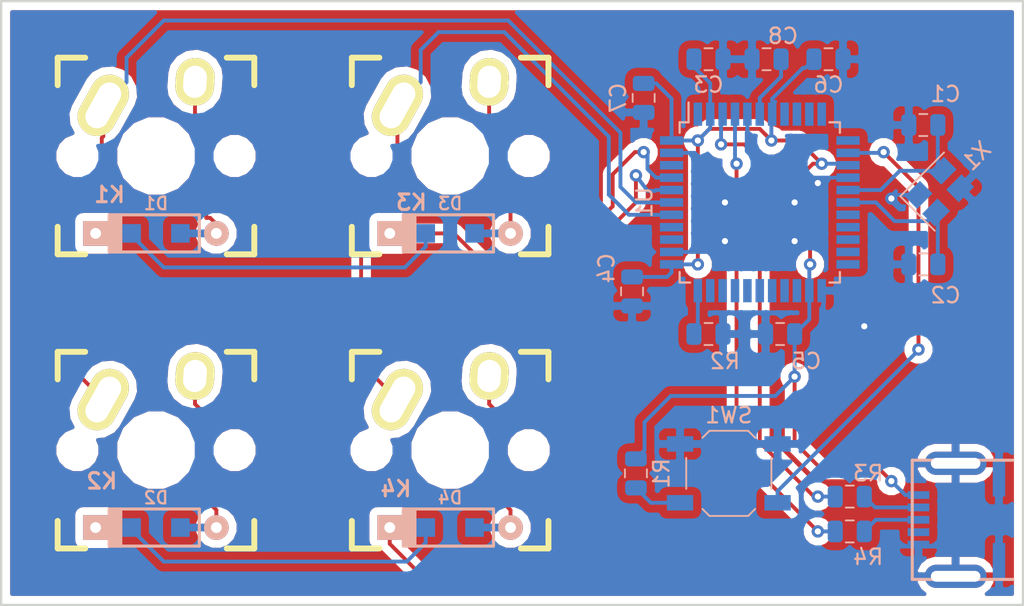
<source format=kicad_pcb>
(kicad_pcb (version 20171130) (host pcbnew "(5.0.0-3-g5ebb6b6)")

  (general
    (thickness 1.6)
    (drawings 4)
    (tracks 217)
    (zones 0)
    (modules 24)
    (nets 43)
  )

  (page A4)
  (layers
    (0 F.Cu signal)
    (31 B.Cu signal)
    (32 B.Adhes user)
    (33 F.Adhes user)
    (34 B.Paste user)
    (35 F.Paste user)
    (36 B.SilkS user)
    (37 F.SilkS user)
    (38 B.Mask user)
    (39 F.Mask user)
    (40 Dwgs.User user)
    (41 Cmts.User user)
    (42 Eco1.User user)
    (43 Eco2.User user)
    (44 Edge.Cuts user)
    (45 Margin user)
    (46 B.CrtYd user)
    (47 F.CrtYd user)
    (48 B.Fab user)
    (49 F.Fab user)
  )

  (setup
    (last_trace_width 0.25)
    (trace_clearance 0.2)
    (zone_clearance 0.508)
    (zone_45_only no)
    (trace_min 0.2)
    (segment_width 0.2)
    (edge_width 0.15)
    (via_size 0.8)
    (via_drill 0.4)
    (via_min_size 0.4)
    (via_min_drill 0.3)
    (uvia_size 0.3)
    (uvia_drill 0.1)
    (uvias_allowed no)
    (uvia_min_size 0.2)
    (uvia_min_drill 0.1)
    (pcb_text_width 0.3)
    (pcb_text_size 1.5 1.5)
    (mod_edge_width 0.15)
    (mod_text_size 1 1)
    (mod_text_width 0.15)
    (pad_size 1.4 1.15)
    (pad_drill 0)
    (pad_to_mask_clearance 0.2)
    (aux_axis_origin 0 0)
    (visible_elements FFFFFF7F)
    (pcbplotparams
      (layerselection 0x010fc_ffffffff)
      (usegerberextensions true)
      (usegerberattributes false)
      (usegerberadvancedattributes false)
      (creategerberjobfile false)
      (excludeedgelayer true)
      (linewidth 0.100000)
      (plotframeref false)
      (viasonmask false)
      (mode 1)
      (useauxorigin false)
      (hpglpennumber 1)
      (hpglpenspeed 20)
      (hpglpendiameter 15.000000)
      (psnegative false)
      (psa4output false)
      (plotreference true)
      (plotvalue true)
      (plotinvisibletext false)
      (padsonsilk false)
      (subtractmaskfromsilk false)
      (outputformat 1)
      (mirror false)
      (drillshape 0)
      (scaleselection 1)
      (outputdirectory "Gerbers/"))
  )

  (net 0 "")
  (net 1 "Net-(C1-Pad1)")
  (net 2 GND)
  (net 3 "Net-(C2-Pad1)")
  (net 4 VCC)
  (net 5 "Net-(C8-Pad1)")
  (net 6 "Net-(D1-Pad2)")
  (net 7 /Row0)
  (net 8 "Net-(D2-Pad2)")
  (net 9 /Row1)
  (net 10 "Net-(D3-Pad2)")
  (net 11 "Net-(D4-Pad2)")
  (net 12 "Net-(J1-Pad2)")
  (net 13 "Net-(J1-Pad3)")
  (net 14 "Net-(J1-Pad4)")
  (net 15 /Col0)
  (net 16 /Col1)
  (net 17 "Net-(R1-Pad1)")
  (net 18 "Net-(R2-Pad2)")
  (net 19 "Net-(R3-Pad1)")
  (net 20 "Net-(R4-Pad1)")
  (net 21 "Net-(U1-Pad1)")
  (net 22 "Net-(U1-Pad8)")
  (net 23 "Net-(U1-Pad9)")
  (net 24 "Net-(U1-Pad10)")
  (net 25 "Net-(U1-Pad11)")
  (net 26 "Net-(U1-Pad12)")
  (net 27 "Net-(U1-Pad18)")
  (net 28 "Net-(U1-Pad19)")
  (net 29 "Net-(U1-Pad20)")
  (net 30 "Net-(U1-Pad21)")
  (net 31 "Net-(U1-Pad22)")
  (net 32 "Net-(U1-Pad25)")
  (net 33 "Net-(U1-Pad26)")
  (net 34 "Net-(U1-Pad27)")
  (net 35 "Net-(U1-Pad28)")
  (net 36 "Net-(U1-Pad29)")
  (net 37 "Net-(U1-Pad30)")
  (net 38 "Net-(U1-Pad31)")
  (net 39 "Net-(U1-Pad32)")
  (net 40 "Net-(U1-Pad36)")
  (net 41 "Net-(U1-Pad37)")
  (net 42 "Net-(U1-Pad42)")

  (net_class Default "This is the default net class."
    (clearance 0.2)
    (trace_width 0.25)
    (via_dia 0.8)
    (via_drill 0.4)
    (uvia_dia 0.3)
    (uvia_drill 0.1)
    (add_net /Col0)
    (add_net /Col1)
    (add_net /Row0)
    (add_net /Row1)
    (add_net GND)
    (add_net "Net-(C1-Pad1)")
    (add_net "Net-(C2-Pad1)")
    (add_net "Net-(C8-Pad1)")
    (add_net "Net-(D1-Pad2)")
    (add_net "Net-(D2-Pad2)")
    (add_net "Net-(D3-Pad2)")
    (add_net "Net-(D4-Pad2)")
    (add_net "Net-(J1-Pad2)")
    (add_net "Net-(J1-Pad3)")
    (add_net "Net-(J1-Pad4)")
    (add_net "Net-(R1-Pad1)")
    (add_net "Net-(R2-Pad2)")
    (add_net "Net-(R3-Pad1)")
    (add_net "Net-(R4-Pad1)")
    (add_net "Net-(U1-Pad1)")
    (add_net "Net-(U1-Pad10)")
    (add_net "Net-(U1-Pad11)")
    (add_net "Net-(U1-Pad12)")
    (add_net "Net-(U1-Pad18)")
    (add_net "Net-(U1-Pad19)")
    (add_net "Net-(U1-Pad20)")
    (add_net "Net-(U1-Pad21)")
    (add_net "Net-(U1-Pad22)")
    (add_net "Net-(U1-Pad25)")
    (add_net "Net-(U1-Pad26)")
    (add_net "Net-(U1-Pad27)")
    (add_net "Net-(U1-Pad28)")
    (add_net "Net-(U1-Pad29)")
    (add_net "Net-(U1-Pad30)")
    (add_net "Net-(U1-Pad31)")
    (add_net "Net-(U1-Pad32)")
    (add_net "Net-(U1-Pad36)")
    (add_net "Net-(U1-Pad37)")
    (add_net "Net-(U1-Pad42)")
    (add_net "Net-(U1-Pad8)")
    (add_net "Net-(U1-Pad9)")
    (add_net VCC)
  )

  (module Capacitor_SMD:C_0805_2012Metric (layer B.Cu) (tedit 5B36C52B) (tstamp 5BB3EC3C)
    (at 159.0625 55.5 180)
    (descr "Capacitor SMD 0805 (2012 Metric), square (rectangular) end terminal, IPC_7351 nominal, (Body size source: https://docs.google.com/spreadsheets/d/1BsfQQcO9C6DZCsRaXUlFlo91Tg2WpOkGARC1WS5S8t0/edit?usp=sharing), generated with kicad-footprint-generator")
    (tags capacitor)
    (path /5BA760F9)
    (attr smd)
    (fp_text reference C1 (at -1.4375 2 180) (layer B.SilkS)
      (effects (font (size 1 1) (thickness 0.15)) (justify mirror))
    )
    (fp_text value 22p (at 1.5625 2 180) (layer B.Fab)
      (effects (font (size 1 1) (thickness 0.15)) (justify mirror))
    )
    (fp_line (start -1 -0.6) (end -1 0.6) (layer B.Fab) (width 0.1))
    (fp_line (start -1 0.6) (end 1 0.6) (layer B.Fab) (width 0.1))
    (fp_line (start 1 0.6) (end 1 -0.6) (layer B.Fab) (width 0.1))
    (fp_line (start 1 -0.6) (end -1 -0.6) (layer B.Fab) (width 0.1))
    (fp_line (start -0.258578 0.71) (end 0.258578 0.71) (layer B.SilkS) (width 0.12))
    (fp_line (start -0.258578 -0.71) (end 0.258578 -0.71) (layer B.SilkS) (width 0.12))
    (fp_line (start -1.68 -0.95) (end -1.68 0.95) (layer B.CrtYd) (width 0.05))
    (fp_line (start -1.68 0.95) (end 1.68 0.95) (layer B.CrtYd) (width 0.05))
    (fp_line (start 1.68 0.95) (end 1.68 -0.95) (layer B.CrtYd) (width 0.05))
    (fp_line (start 1.68 -0.95) (end -1.68 -0.95) (layer B.CrtYd) (width 0.05))
    (fp_text user %R (at 0 0 180) (layer B.Fab)
      (effects (font (size 0.5 0.5) (thickness 0.08)) (justify mirror))
    )
    (pad 1 smd roundrect (at -0.9375 0 180) (size 0.975 1.4) (layers B.Cu B.Paste B.Mask) (roundrect_rratio 0.25)
      (net 1 "Net-(C1-Pad1)"))
    (pad 2 smd roundrect (at 0.9375 0 180) (size 0.975 1.4) (layers B.Cu B.Paste B.Mask) (roundrect_rratio 0.25)
      (net 2 GND))
    (model ${KISYS3DMOD}/Capacitor_SMD.3dshapes/C_0805_2012Metric.wrl
      (at (xyz 0 0 0))
      (scale (xyz 1 1 1))
      (rotate (xyz 0 0 0))
    )
  )

  (module Capacitor_SMD:C_0805_2012Metric (layer B.Cu) (tedit 5B36C52B) (tstamp 5BB3E8AA)
    (at 159.0625 64.5 180)
    (descr "Capacitor SMD 0805 (2012 Metric), square (rectangular) end terminal, IPC_7351 nominal, (Body size source: https://docs.google.com/spreadsheets/d/1BsfQQcO9C6DZCsRaXUlFlo91Tg2WpOkGARC1WS5S8t0/edit?usp=sharing), generated with kicad-footprint-generator")
    (tags capacitor)
    (path /5BA76143)
    (attr smd)
    (fp_text reference C2 (at -1.4375 -2 180) (layer B.SilkS)
      (effects (font (size 1 1) (thickness 0.15)) (justify mirror))
    )
    (fp_text value 22p (at 1.5625 -2 180) (layer B.Fab)
      (effects (font (size 1 1) (thickness 0.15)) (justify mirror))
    )
    (fp_text user %R (at 0 0 180) (layer B.Fab)
      (effects (font (size 0.5 0.5) (thickness 0.08)) (justify mirror))
    )
    (fp_line (start 1.68 -0.95) (end -1.68 -0.95) (layer B.CrtYd) (width 0.05))
    (fp_line (start 1.68 0.95) (end 1.68 -0.95) (layer B.CrtYd) (width 0.05))
    (fp_line (start -1.68 0.95) (end 1.68 0.95) (layer B.CrtYd) (width 0.05))
    (fp_line (start -1.68 -0.95) (end -1.68 0.95) (layer B.CrtYd) (width 0.05))
    (fp_line (start -0.258578 -0.71) (end 0.258578 -0.71) (layer B.SilkS) (width 0.12))
    (fp_line (start -0.258578 0.71) (end 0.258578 0.71) (layer B.SilkS) (width 0.12))
    (fp_line (start 1 -0.6) (end -1 -0.6) (layer B.Fab) (width 0.1))
    (fp_line (start 1 0.6) (end 1 -0.6) (layer B.Fab) (width 0.1))
    (fp_line (start -1 0.6) (end 1 0.6) (layer B.Fab) (width 0.1))
    (fp_line (start -1 -0.6) (end -1 0.6) (layer B.Fab) (width 0.1))
    (pad 2 smd roundrect (at 0.9375 0 180) (size 0.975 1.4) (layers B.Cu B.Paste B.Mask) (roundrect_rratio 0.25)
      (net 2 GND))
    (pad 1 smd roundrect (at -0.9375 0 180) (size 0.975 1.4) (layers B.Cu B.Paste B.Mask) (roundrect_rratio 0.25)
      (net 3 "Net-(C2-Pad1)"))
    (model ${KISYS3DMOD}/Capacitor_SMD.3dshapes/C_0805_2012Metric.wrl
      (at (xyz 0 0 0))
      (scale (xyz 1 1 1))
      (rotate (xyz 0 0 0))
    )
  )

  (module Capacitor_SMD:C_0805_2012Metric (layer B.Cu) (tedit 5B36C52B) (tstamp 5BB3C3A3)
    (at 145.1875 51.25)
    (descr "Capacitor SMD 0805 (2012 Metric), square (rectangular) end terminal, IPC_7351 nominal, (Body size source: https://docs.google.com/spreadsheets/d/1BsfQQcO9C6DZCsRaXUlFlo91Tg2WpOkGARC1WS5S8t0/edit?usp=sharing), generated with kicad-footprint-generator")
    (tags capacitor)
    (path /5BA78477)
    (attr smd)
    (fp_text reference C3 (at 0 1.65) (layer B.SilkS)
      (effects (font (size 1 1) (thickness 0.15)) (justify mirror))
    )
    (fp_text value 0.1u (at 0 -1.65) (layer B.Fab)
      (effects (font (size 1 1) (thickness 0.15)) (justify mirror))
    )
    (fp_line (start -1 -0.6) (end -1 0.6) (layer B.Fab) (width 0.1))
    (fp_line (start -1 0.6) (end 1 0.6) (layer B.Fab) (width 0.1))
    (fp_line (start 1 0.6) (end 1 -0.6) (layer B.Fab) (width 0.1))
    (fp_line (start 1 -0.6) (end -1 -0.6) (layer B.Fab) (width 0.1))
    (fp_line (start -0.258578 0.71) (end 0.258578 0.71) (layer B.SilkS) (width 0.12))
    (fp_line (start -0.258578 -0.71) (end 0.258578 -0.71) (layer B.SilkS) (width 0.12))
    (fp_line (start -1.68 -0.95) (end -1.68 0.95) (layer B.CrtYd) (width 0.05))
    (fp_line (start -1.68 0.95) (end 1.68 0.95) (layer B.CrtYd) (width 0.05))
    (fp_line (start 1.68 0.95) (end 1.68 -0.95) (layer B.CrtYd) (width 0.05))
    (fp_line (start 1.68 -0.95) (end -1.68 -0.95) (layer B.CrtYd) (width 0.05))
    (fp_text user %R (at 0 0) (layer B.Fab)
      (effects (font (size 0.5 0.5) (thickness 0.08)) (justify mirror))
    )
    (pad 1 smd roundrect (at -0.9375 0) (size 0.975 1.4) (layers B.Cu B.Paste B.Mask) (roundrect_rratio 0.25)
      (net 4 VCC))
    (pad 2 smd roundrect (at 0.9375 0) (size 0.975 1.4) (layers B.Cu B.Paste B.Mask) (roundrect_rratio 0.25)
      (net 2 GND))
    (model ${KISYS3DMOD}/Capacitor_SMD.3dshapes/C_0805_2012Metric.wrl
      (at (xyz 0 0 0))
      (scale (xyz 1 1 1))
      (rotate (xyz 0 0 0))
    )
  )

  (module Capacitor_SMD:C_0805_2012Metric (layer B.Cu) (tedit 5B36C52B) (tstamp 5BB3C3B4)
    (at 140.25 66.25 270)
    (descr "Capacitor SMD 0805 (2012 Metric), square (rectangular) end terminal, IPC_7351 nominal, (Body size source: https://docs.google.com/spreadsheets/d/1BsfQQcO9C6DZCsRaXUlFlo91Tg2WpOkGARC1WS5S8t0/edit?usp=sharing), generated with kicad-footprint-generator")
    (tags capacitor)
    (path /5BA784C3)
    (attr smd)
    (fp_text reference C4 (at -1.5 1.65 270) (layer B.SilkS)
      (effects (font (size 1 1) (thickness 0.15)) (justify mirror))
    )
    (fp_text value 0.1u (at 1 1.75 270) (layer B.Fab)
      (effects (font (size 1 1) (thickness 0.15)) (justify mirror))
    )
    (fp_text user %R (at 0 0 270) (layer B.Fab)
      (effects (font (size 0.5 0.5) (thickness 0.08)) (justify mirror))
    )
    (fp_line (start 1.68 -0.95) (end -1.68 -0.95) (layer B.CrtYd) (width 0.05))
    (fp_line (start 1.68 0.95) (end 1.68 -0.95) (layer B.CrtYd) (width 0.05))
    (fp_line (start -1.68 0.95) (end 1.68 0.95) (layer B.CrtYd) (width 0.05))
    (fp_line (start -1.68 -0.95) (end -1.68 0.95) (layer B.CrtYd) (width 0.05))
    (fp_line (start -0.258578 -0.71) (end 0.258578 -0.71) (layer B.SilkS) (width 0.12))
    (fp_line (start -0.258578 0.71) (end 0.258578 0.71) (layer B.SilkS) (width 0.12))
    (fp_line (start 1 -0.6) (end -1 -0.6) (layer B.Fab) (width 0.1))
    (fp_line (start 1 0.6) (end 1 -0.6) (layer B.Fab) (width 0.1))
    (fp_line (start -1 0.6) (end 1 0.6) (layer B.Fab) (width 0.1))
    (fp_line (start -1 -0.6) (end -1 0.6) (layer B.Fab) (width 0.1))
    (pad 2 smd roundrect (at 0.9375 0 270) (size 0.975 1.4) (layers B.Cu B.Paste B.Mask) (roundrect_rratio 0.25)
      (net 2 GND))
    (pad 1 smd roundrect (at -0.9375 0 270) (size 0.975 1.4) (layers B.Cu B.Paste B.Mask) (roundrect_rratio 0.25)
      (net 4 VCC))
    (model ${KISYS3DMOD}/Capacitor_SMD.3dshapes/C_0805_2012Metric.wrl
      (at (xyz 0 0 0))
      (scale (xyz 1 1 1))
      (rotate (xyz 0 0 0))
    )
  )

  (module Capacitor_SMD:C_0805_2012Metric (layer B.Cu) (tedit 5B36C52B) (tstamp 5BB3C3C5)
    (at 149.8125 69 180)
    (descr "Capacitor SMD 0805 (2012 Metric), square (rectangular) end terminal, IPC_7351 nominal, (Body size source: https://docs.google.com/spreadsheets/d/1BsfQQcO9C6DZCsRaXUlFlo91Tg2WpOkGARC1WS5S8t0/edit?usp=sharing), generated with kicad-footprint-generator")
    (tags capacitor)
    (path /5BA7850B)
    (attr smd)
    (fp_text reference C5 (at -1.6875 -1.75 180) (layer B.SilkS)
      (effects (font (size 1 1) (thickness 0.15)) (justify mirror))
    )
    (fp_text value 0.1u (at 0.8125 -1.65 180) (layer B.Fab)
      (effects (font (size 1 1) (thickness 0.15)) (justify mirror))
    )
    (fp_line (start -1 -0.6) (end -1 0.6) (layer B.Fab) (width 0.1))
    (fp_line (start -1 0.6) (end 1 0.6) (layer B.Fab) (width 0.1))
    (fp_line (start 1 0.6) (end 1 -0.6) (layer B.Fab) (width 0.1))
    (fp_line (start 1 -0.6) (end -1 -0.6) (layer B.Fab) (width 0.1))
    (fp_line (start -0.258578 0.71) (end 0.258578 0.71) (layer B.SilkS) (width 0.12))
    (fp_line (start -0.258578 -0.71) (end 0.258578 -0.71) (layer B.SilkS) (width 0.12))
    (fp_line (start -1.68 -0.95) (end -1.68 0.95) (layer B.CrtYd) (width 0.05))
    (fp_line (start -1.68 0.95) (end 1.68 0.95) (layer B.CrtYd) (width 0.05))
    (fp_line (start 1.68 0.95) (end 1.68 -0.95) (layer B.CrtYd) (width 0.05))
    (fp_line (start 1.68 -0.95) (end -1.68 -0.95) (layer B.CrtYd) (width 0.05))
    (fp_text user %R (at 0 0 180) (layer B.Fab)
      (effects (font (size 0.5 0.5) (thickness 0.08)) (justify mirror))
    )
    (pad 1 smd roundrect (at -0.9375 0 180) (size 0.975 1.4) (layers B.Cu B.Paste B.Mask) (roundrect_rratio 0.25)
      (net 4 VCC))
    (pad 2 smd roundrect (at 0.9375 0 180) (size 0.975 1.4) (layers B.Cu B.Paste B.Mask) (roundrect_rratio 0.25)
      (net 2 GND))
    (model ${KISYS3DMOD}/Capacitor_SMD.3dshapes/C_0805_2012Metric.wrl
      (at (xyz 0 0 0))
      (scale (xyz 1 1 1))
      (rotate (xyz 0 0 0))
    )
  )

  (module Capacitor_SMD:C_0805_2012Metric (layer B.Cu) (tedit 5B36C52B) (tstamp 5BB3C3D6)
    (at 152.9375 51.25)
    (descr "Capacitor SMD 0805 (2012 Metric), square (rectangular) end terminal, IPC_7351 nominal, (Body size source: https://docs.google.com/spreadsheets/d/1BsfQQcO9C6DZCsRaXUlFlo91Tg2WpOkGARC1WS5S8t0/edit?usp=sharing), generated with kicad-footprint-generator")
    (tags capacitor)
    (path /5BA78553)
    (attr smd)
    (fp_text reference C6 (at 0 1.65) (layer B.SilkS)
      (effects (font (size 1 1) (thickness 0.15)) (justify mirror))
    )
    (fp_text value 0.1u (at 0 -1.65) (layer B.Fab)
      (effects (font (size 1 1) (thickness 0.15)) (justify mirror))
    )
    (fp_text user %R (at 0 0) (layer B.Fab)
      (effects (font (size 0.5 0.5) (thickness 0.08)) (justify mirror))
    )
    (fp_line (start 1.68 -0.95) (end -1.68 -0.95) (layer B.CrtYd) (width 0.05))
    (fp_line (start 1.68 0.95) (end 1.68 -0.95) (layer B.CrtYd) (width 0.05))
    (fp_line (start -1.68 0.95) (end 1.68 0.95) (layer B.CrtYd) (width 0.05))
    (fp_line (start -1.68 -0.95) (end -1.68 0.95) (layer B.CrtYd) (width 0.05))
    (fp_line (start -0.258578 -0.71) (end 0.258578 -0.71) (layer B.SilkS) (width 0.12))
    (fp_line (start -0.258578 0.71) (end 0.258578 0.71) (layer B.SilkS) (width 0.12))
    (fp_line (start 1 -0.6) (end -1 -0.6) (layer B.Fab) (width 0.1))
    (fp_line (start 1 0.6) (end 1 -0.6) (layer B.Fab) (width 0.1))
    (fp_line (start -1 0.6) (end 1 0.6) (layer B.Fab) (width 0.1))
    (fp_line (start -1 -0.6) (end -1 0.6) (layer B.Fab) (width 0.1))
    (pad 2 smd roundrect (at 0.9375 0) (size 0.975 1.4) (layers B.Cu B.Paste B.Mask) (roundrect_rratio 0.25)
      (net 2 GND))
    (pad 1 smd roundrect (at -0.9375 0) (size 0.975 1.4) (layers B.Cu B.Paste B.Mask) (roundrect_rratio 0.25)
      (net 4 VCC))
    (model ${KISYS3DMOD}/Capacitor_SMD.3dshapes/C_0805_2012Metric.wrl
      (at (xyz 0 0 0))
      (scale (xyz 1 1 1))
      (rotate (xyz 0 0 0))
    )
  )

  (module Capacitor_SMD:C_0805_2012Metric (layer B.Cu) (tedit 5B36C52B) (tstamp 5BB3C3E7)
    (at 141 53.75 270)
    (descr "Capacitor SMD 0805 (2012 Metric), square (rectangular) end terminal, IPC_7351 nominal, (Body size source: https://docs.google.com/spreadsheets/d/1BsfQQcO9C6DZCsRaXUlFlo91Tg2WpOkGARC1WS5S8t0/edit?usp=sharing), generated with kicad-footprint-generator")
    (tags capacitor)
    (path /5BA7859D)
    (attr smd)
    (fp_text reference C7 (at 0 1.65 270) (layer B.SilkS)
      (effects (font (size 1 1) (thickness 0.15)) (justify mirror))
    )
    (fp_text value 4.7u (at 0 -1.65 270) (layer B.Fab)
      (effects (font (size 1 1) (thickness 0.15)) (justify mirror))
    )
    (fp_line (start -1 -0.6) (end -1 0.6) (layer B.Fab) (width 0.1))
    (fp_line (start -1 0.6) (end 1 0.6) (layer B.Fab) (width 0.1))
    (fp_line (start 1 0.6) (end 1 -0.6) (layer B.Fab) (width 0.1))
    (fp_line (start 1 -0.6) (end -1 -0.6) (layer B.Fab) (width 0.1))
    (fp_line (start -0.258578 0.71) (end 0.258578 0.71) (layer B.SilkS) (width 0.12))
    (fp_line (start -0.258578 -0.71) (end 0.258578 -0.71) (layer B.SilkS) (width 0.12))
    (fp_line (start -1.68 -0.95) (end -1.68 0.95) (layer B.CrtYd) (width 0.05))
    (fp_line (start -1.68 0.95) (end 1.68 0.95) (layer B.CrtYd) (width 0.05))
    (fp_line (start 1.68 0.95) (end 1.68 -0.95) (layer B.CrtYd) (width 0.05))
    (fp_line (start 1.68 -0.95) (end -1.68 -0.95) (layer B.CrtYd) (width 0.05))
    (fp_text user %R (at 0 0 270) (layer B.Fab)
      (effects (font (size 0.5 0.5) (thickness 0.08)) (justify mirror))
    )
    (pad 1 smd roundrect (at -0.9375 0 270) (size 0.975 1.4) (layers B.Cu B.Paste B.Mask) (roundrect_rratio 0.25)
      (net 4 VCC))
    (pad 2 smd roundrect (at 0.9375 0 270) (size 0.975 1.4) (layers B.Cu B.Paste B.Mask) (roundrect_rratio 0.25)
      (net 2 GND))
    (model ${KISYS3DMOD}/Capacitor_SMD.3dshapes/C_0805_2012Metric.wrl
      (at (xyz 0 0 0))
      (scale (xyz 1 1 1))
      (rotate (xyz 0 0 0))
    )
  )

  (module Capacitor_SMD:C_0805_2012Metric (layer B.Cu) (tedit 5B36C52B) (tstamp 5BB3C3F8)
    (at 148.9375 51.25 180)
    (descr "Capacitor SMD 0805 (2012 Metric), square (rectangular) end terminal, IPC_7351 nominal, (Body size source: https://docs.google.com/spreadsheets/d/1BsfQQcO9C6DZCsRaXUlFlo91Tg2WpOkGARC1WS5S8t0/edit?usp=sharing), generated with kicad-footprint-generator")
    (tags capacitor)
    (path /5BA8A43B)
    (attr smd)
    (fp_text reference C8 (at -1.0625 1.5 180) (layer B.SilkS)
      (effects (font (size 1 1) (thickness 0.15)) (justify mirror))
    )
    (fp_text value 1u (at 1.4375 1.5 180) (layer B.Fab)
      (effects (font (size 1 1) (thickness 0.15)) (justify mirror))
    )
    (fp_text user %R (at 0 0 180) (layer B.Fab)
      (effects (font (size 0.5 0.5) (thickness 0.08)) (justify mirror))
    )
    (fp_line (start 1.68 -0.95) (end -1.68 -0.95) (layer B.CrtYd) (width 0.05))
    (fp_line (start 1.68 0.95) (end 1.68 -0.95) (layer B.CrtYd) (width 0.05))
    (fp_line (start -1.68 0.95) (end 1.68 0.95) (layer B.CrtYd) (width 0.05))
    (fp_line (start -1.68 -0.95) (end -1.68 0.95) (layer B.CrtYd) (width 0.05))
    (fp_line (start -0.258578 -0.71) (end 0.258578 -0.71) (layer B.SilkS) (width 0.12))
    (fp_line (start -0.258578 0.71) (end 0.258578 0.71) (layer B.SilkS) (width 0.12))
    (fp_line (start 1 -0.6) (end -1 -0.6) (layer B.Fab) (width 0.1))
    (fp_line (start 1 0.6) (end 1 -0.6) (layer B.Fab) (width 0.1))
    (fp_line (start -1 0.6) (end 1 0.6) (layer B.Fab) (width 0.1))
    (fp_line (start -1 -0.6) (end -1 0.6) (layer B.Fab) (width 0.1))
    (pad 2 smd roundrect (at 0.9375 0 180) (size 0.975 1.4) (layers B.Cu B.Paste B.Mask) (roundrect_rratio 0.25)
      (net 2 GND))
    (pad 1 smd roundrect (at -0.9375 0 180) (size 0.975 1.4) (layers B.Cu B.Paste B.Mask) (roundrect_rratio 0.25)
      (net 5 "Net-(C8-Pad1)"))
    (model ${KISYS3DMOD}/Capacitor_SMD.3dshapes/C_0805_2012Metric.wrl
      (at (xyz 0 0 0))
      (scale (xyz 1 1 1))
      (rotate (xyz 0 0 0))
    )
  )

  (module keyboard_parts:D_SOD123_axial (layer B.Cu) (tedit 561B6A12) (tstamp 5BB3C40B)
    (at 109.5 62.5)
    (path /5BAA1412)
    (attr smd)
    (fp_text reference D1 (at 0 -1.925) (layer B.SilkS)
      (effects (font (size 0.8 0.8) (thickness 0.15)) (justify mirror))
    )
    (fp_text value D (at 0 1.925) (layer B.SilkS) hide
      (effects (font (size 0.8 0.8) (thickness 0.15)) (justify mirror))
    )
    (fp_line (start -2.275 1.2) (end -2.275 -1.2) (layer B.SilkS) (width 0.2))
    (fp_line (start -2.45 1.2) (end -2.45 -1.2) (layer B.SilkS) (width 0.2))
    (fp_line (start -2.625 1.2) (end -2.625 -1.2) (layer B.SilkS) (width 0.2))
    (fp_line (start -3.025 -1.2) (end -3.025 1.2) (layer B.SilkS) (width 0.2))
    (fp_line (start -2.8 1.2) (end -2.8 -1.2) (layer B.SilkS) (width 0.2))
    (fp_line (start -2.925 1.2) (end -2.925 -1.2) (layer B.SilkS) (width 0.2))
    (fp_line (start -3 1.2) (end 2.8 1.2) (layer B.SilkS) (width 0.2))
    (fp_line (start 2.8 1.2) (end 2.8 -1.2) (layer B.SilkS) (width 0.2))
    (fp_line (start 2.8 -1.2) (end -3 -1.2) (layer B.SilkS) (width 0.2))
    (pad 2 smd rect (at 1.575 0) (size 1.2 1.2) (layers B.Cu B.Paste B.Mask)
      (net 6 "Net-(D1-Pad2)"))
    (pad 1 smd rect (at -1.575 0) (size 1.2 1.2) (layers B.Cu B.Paste B.Mask)
      (net 7 /Row0))
    (pad 1 thru_hole rect (at -3.9 0) (size 1.6 1.6) (drill 0.7) (layers *.Cu *.Mask B.SilkS)
      (net 7 /Row0))
    (pad 2 thru_hole circle (at 3.9 0) (size 1.6 1.6) (drill 0.7) (layers *.Cu *.Mask B.SilkS)
      (net 6 "Net-(D1-Pad2)"))
    (pad 1 smd rect (at -2.7 0) (size 2.5 0.5) (layers B.Cu)
      (net 7 /Row0) (solder_mask_margin -999))
    (pad 2 smd rect (at 2.7 0) (size 2.5 0.5) (layers B.Cu)
      (net 6 "Net-(D1-Pad2)") (solder_mask_margin -999))
  )

  (module keyboard_parts:D_SOD123_axial (layer B.Cu) (tedit 561B6A12) (tstamp 5BB3C41E)
    (at 109.5 81.5)
    (path /5BAA15A7)
    (attr smd)
    (fp_text reference D2 (at 0 -1.925) (layer B.SilkS)
      (effects (font (size 0.8 0.8) (thickness 0.15)) (justify mirror))
    )
    (fp_text value D (at 0 1.925) (layer B.SilkS) hide
      (effects (font (size 0.8 0.8) (thickness 0.15)) (justify mirror))
    )
    (fp_line (start -2.275 1.2) (end -2.275 -1.2) (layer B.SilkS) (width 0.2))
    (fp_line (start -2.45 1.2) (end -2.45 -1.2) (layer B.SilkS) (width 0.2))
    (fp_line (start -2.625 1.2) (end -2.625 -1.2) (layer B.SilkS) (width 0.2))
    (fp_line (start -3.025 -1.2) (end -3.025 1.2) (layer B.SilkS) (width 0.2))
    (fp_line (start -2.8 1.2) (end -2.8 -1.2) (layer B.SilkS) (width 0.2))
    (fp_line (start -2.925 1.2) (end -2.925 -1.2) (layer B.SilkS) (width 0.2))
    (fp_line (start -3 1.2) (end 2.8 1.2) (layer B.SilkS) (width 0.2))
    (fp_line (start 2.8 1.2) (end 2.8 -1.2) (layer B.SilkS) (width 0.2))
    (fp_line (start 2.8 -1.2) (end -3 -1.2) (layer B.SilkS) (width 0.2))
    (pad 2 smd rect (at 1.575 0) (size 1.2 1.2) (layers B.Cu B.Paste B.Mask)
      (net 8 "Net-(D2-Pad2)"))
    (pad 1 smd rect (at -1.575 0) (size 1.2 1.2) (layers B.Cu B.Paste B.Mask)
      (net 9 /Row1))
    (pad 1 thru_hole rect (at -3.9 0) (size 1.6 1.6) (drill 0.7) (layers *.Cu *.Mask B.SilkS)
      (net 9 /Row1))
    (pad 2 thru_hole circle (at 3.9 0) (size 1.6 1.6) (drill 0.7) (layers *.Cu *.Mask B.SilkS)
      (net 8 "Net-(D2-Pad2)"))
    (pad 1 smd rect (at -2.7 0) (size 2.5 0.5) (layers B.Cu)
      (net 9 /Row1) (solder_mask_margin -999))
    (pad 2 smd rect (at 2.7 0) (size 2.5 0.5) (layers B.Cu)
      (net 8 "Net-(D2-Pad2)") (solder_mask_margin -999))
  )

  (module keyboard_parts:D_SOD123_axial (layer B.Cu) (tedit 561B6A12) (tstamp 5BB3C431)
    (at 128.5 62.5)
    (path /5BAA14DF)
    (attr smd)
    (fp_text reference D3 (at 0 -1.925) (layer B.SilkS)
      (effects (font (size 0.8 0.8) (thickness 0.15)) (justify mirror))
    )
    (fp_text value D (at 0 1.925) (layer B.SilkS) hide
      (effects (font (size 0.8 0.8) (thickness 0.15)) (justify mirror))
    )
    (fp_line (start 2.8 -1.2) (end -3 -1.2) (layer B.SilkS) (width 0.2))
    (fp_line (start 2.8 1.2) (end 2.8 -1.2) (layer B.SilkS) (width 0.2))
    (fp_line (start -3 1.2) (end 2.8 1.2) (layer B.SilkS) (width 0.2))
    (fp_line (start -2.925 1.2) (end -2.925 -1.2) (layer B.SilkS) (width 0.2))
    (fp_line (start -2.8 1.2) (end -2.8 -1.2) (layer B.SilkS) (width 0.2))
    (fp_line (start -3.025 -1.2) (end -3.025 1.2) (layer B.SilkS) (width 0.2))
    (fp_line (start -2.625 1.2) (end -2.625 -1.2) (layer B.SilkS) (width 0.2))
    (fp_line (start -2.45 1.2) (end -2.45 -1.2) (layer B.SilkS) (width 0.2))
    (fp_line (start -2.275 1.2) (end -2.275 -1.2) (layer B.SilkS) (width 0.2))
    (pad 2 smd rect (at 2.7 0) (size 2.5 0.5) (layers B.Cu)
      (net 10 "Net-(D3-Pad2)") (solder_mask_margin -999))
    (pad 1 smd rect (at -2.7 0) (size 2.5 0.5) (layers B.Cu)
      (net 7 /Row0) (solder_mask_margin -999))
    (pad 2 thru_hole circle (at 3.9 0) (size 1.6 1.6) (drill 0.7) (layers *.Cu *.Mask B.SilkS)
      (net 10 "Net-(D3-Pad2)"))
    (pad 1 thru_hole rect (at -3.9 0) (size 1.6 1.6) (drill 0.7) (layers *.Cu *.Mask B.SilkS)
      (net 7 /Row0))
    (pad 1 smd rect (at -1.575 0) (size 1.2 1.2) (layers B.Cu B.Paste B.Mask)
      (net 7 /Row0))
    (pad 2 smd rect (at 1.575 0) (size 1.2 1.2) (layers B.Cu B.Paste B.Mask)
      (net 10 "Net-(D3-Pad2)"))
  )

  (module keyboard_parts:D_SOD123_axial (layer B.Cu) (tedit 561B6A12) (tstamp 5BB3C444)
    (at 128.5 81.5)
    (path /5BAA16C3)
    (attr smd)
    (fp_text reference D4 (at 0 -1.925) (layer B.SilkS)
      (effects (font (size 0.8 0.8) (thickness 0.15)) (justify mirror))
    )
    (fp_text value D (at 0 1.925) (layer B.SilkS) hide
      (effects (font (size 0.8 0.8) (thickness 0.15)) (justify mirror))
    )
    (fp_line (start 2.8 -1.2) (end -3 -1.2) (layer B.SilkS) (width 0.2))
    (fp_line (start 2.8 1.2) (end 2.8 -1.2) (layer B.SilkS) (width 0.2))
    (fp_line (start -3 1.2) (end 2.8 1.2) (layer B.SilkS) (width 0.2))
    (fp_line (start -2.925 1.2) (end -2.925 -1.2) (layer B.SilkS) (width 0.2))
    (fp_line (start -2.8 1.2) (end -2.8 -1.2) (layer B.SilkS) (width 0.2))
    (fp_line (start -3.025 -1.2) (end -3.025 1.2) (layer B.SilkS) (width 0.2))
    (fp_line (start -2.625 1.2) (end -2.625 -1.2) (layer B.SilkS) (width 0.2))
    (fp_line (start -2.45 1.2) (end -2.45 -1.2) (layer B.SilkS) (width 0.2))
    (fp_line (start -2.275 1.2) (end -2.275 -1.2) (layer B.SilkS) (width 0.2))
    (pad 2 smd rect (at 2.7 0) (size 2.5 0.5) (layers B.Cu)
      (net 11 "Net-(D4-Pad2)") (solder_mask_margin -999))
    (pad 1 smd rect (at -2.7 0) (size 2.5 0.5) (layers B.Cu)
      (net 9 /Row1) (solder_mask_margin -999))
    (pad 2 thru_hole circle (at 3.9 0) (size 1.6 1.6) (drill 0.7) (layers *.Cu *.Mask B.SilkS)
      (net 11 "Net-(D4-Pad2)"))
    (pad 1 thru_hole rect (at -3.9 0) (size 1.6 1.6) (drill 0.7) (layers *.Cu *.Mask B.SilkS)
      (net 9 /Row1))
    (pad 1 smd rect (at -1.575 0) (size 1.2 1.2) (layers B.Cu B.Paste B.Mask)
      (net 9 /Row1))
    (pad 2 smd rect (at 1.575 0) (size 1.2 1.2) (layers B.Cu B.Paste B.Mask)
      (net 11 "Net-(D4-Pad2)"))
  )

  (module keyboard_parts:USB_miniB_hirose_5S8 (layer B.Cu) (tedit 5950B1FC) (tstamp 5BB3C459)
    (at 158.75 81 270)
    (descr "USB miniB hirose UX60SC-MB-5S8")
    (tags "USB miniB hirose through hole UX60SC-MB-5S8")
    (path /5BA7E7D6)
    (fp_text reference J1 (at 0 -2.45 270) (layer B.SilkS) hide
      (effects (font (size 0.8128 0.8128) (thickness 0.2032)) (justify mirror))
    )
    (fp_text value USB_mini_micro_B (at 0 -7.95 270) (layer Dwgs.User) hide
      (effects (font (size 1.524 1.524) (thickness 0.3048)))
    )
    (fp_line (start 3.85 0.4) (end 3.85 -6.1) (layer B.SilkS) (width 0.2))
    (fp_line (start -3.85 0.4) (end -3.85 -6.1) (layer B.SilkS) (width 0.2))
    (fp_line (start -3.85 0.4) (end 3.85 0.4) (layer B.SilkS) (width 0.2))
    (fp_line (start -1 -6.1) (end 1 -6.1) (layer Dwgs.User) (width 0.2))
    (fp_line (start -3.85 -6.6) (end -3.85 -5.7) (layer Dwgs.User) (width 0.2))
    (fp_line (start 3.85 -6.6) (end 3.85 -5.7) (layer Dwgs.User) (width 0.2))
    (fp_text user "PCB edge" (at -0.05 -5.35 270) (layer Dwgs.User) hide
      (effects (font (size 0.5 0.5) (thickness 0.125)))
    )
    (fp_line (start -3.85 -6.6) (end 3.85 -6.6) (layer Dwgs.User) (width 0.2))
    (pad 6 smd rect (at 2.675 -5.2 270) (size 2.35 0.8) (layers B.Cu B.Paste B.Mask)
      (net 2 GND))
    (pad 6 smd rect (at -2.675 -5.2 270) (size 2.35 0.8) (layers B.Cu B.Paste B.Mask)
      (net 2 GND))
    (pad 1 smd rect (at -1.6 0 270) (size 0.5 1.4) (layers B.Cu B.Paste B.Mask)
      (net 4 VCC))
    (pad 2 smd rect (at -0.8 0 270) (size 0.5 1.4) (layers B.Cu B.Paste B.Mask)
      (net 12 "Net-(J1-Pad2)"))
    (pad 3 smd rect (at 0 0 270) (size 0.5 1.4) (layers B.Cu B.Paste B.Mask)
      (net 13 "Net-(J1-Pad3)"))
    (pad 4 smd rect (at 0.8 0 270) (size 0.5 1.4) (layers B.Cu B.Paste B.Mask)
      (net 14 "Net-(J1-Pad4)"))
    (pad 5 smd rect (at 1.6 0 270) (size 0.5 1.4) (layers B.Cu B.Paste B.Mask)
      (net 2 GND))
    (pad 6 thru_hole oval (at -3.65 -2.4 270) (size 1.5 4) (drill oval 0.7 3.2) (layers *.Cu *.Mask B.Paste)
      (net 2 GND))
    (pad 6 thru_hole oval (at 3.65 -2.4 270) (size 1.5 4) (drill oval 0.7 3.2) (layers *.Cu *.Mask B.Paste)
      (net 2 GND))
  )

  (module keebs:Mx_Alps_100 (layer F.Cu) (tedit 58057B75) (tstamp 5BB3C47E)
    (at 109.5 57.5)
    (descr MXALPS)
    (tags MXALPS)
    (path /5BAA1115)
    (fp_text reference K1 (at -3 2.5) (layer B.SilkS)
      (effects (font (size 1 1) (thickness 0.2)) (justify mirror))
    )
    (fp_text value KEYSW (at 5.334 10.922) (layer B.SilkS) hide
      (effects (font (size 1.524 1.524) (thickness 0.3048)) (justify mirror))
    )
    (fp_line (start -6.35 -6.35) (end 6.35 -6.35) (layer Cmts.User) (width 0.1524))
    (fp_line (start 6.35 -6.35) (end 6.35 6.35) (layer Cmts.User) (width 0.1524))
    (fp_line (start 6.35 6.35) (end -6.35 6.35) (layer Cmts.User) (width 0.1524))
    (fp_line (start -6.35 6.35) (end -6.35 -6.35) (layer Cmts.User) (width 0.1524))
    (fp_line (start -9.398 -9.398) (end 9.398 -9.398) (layer Dwgs.User) (width 0.1524))
    (fp_line (start 9.398 -9.398) (end 9.398 9.398) (layer Dwgs.User) (width 0.1524))
    (fp_line (start 9.398 9.398) (end -9.398 9.398) (layer Dwgs.User) (width 0.1524))
    (fp_line (start -9.398 9.398) (end -9.398 -9.398) (layer Dwgs.User) (width 0.1524))
    (fp_line (start -6.35 -6.35) (end -4.572 -6.35) (layer F.SilkS) (width 0.381))
    (fp_line (start 4.572 -6.35) (end 6.35 -6.35) (layer F.SilkS) (width 0.381))
    (fp_line (start 6.35 -6.35) (end 6.35 -4.572) (layer F.SilkS) (width 0.381))
    (fp_line (start 6.35 4.572) (end 6.35 6.35) (layer F.SilkS) (width 0.381))
    (fp_line (start 6.35 6.35) (end 4.572 6.35) (layer F.SilkS) (width 0.381))
    (fp_line (start -4.572 6.35) (end -6.35 6.35) (layer F.SilkS) (width 0.381))
    (fp_line (start -6.35 6.35) (end -6.35 4.572) (layer F.SilkS) (width 0.381))
    (fp_line (start -6.35 -4.572) (end -6.35 -6.35) (layer F.SilkS) (width 0.381))
    (fp_line (start -6.985 -6.985) (end 6.985 -6.985) (layer Eco2.User) (width 0.1524))
    (fp_line (start 6.985 -6.985) (end 6.985 6.985) (layer Eco2.User) (width 0.1524))
    (fp_line (start 6.985 6.985) (end -6.985 6.985) (layer Eco2.User) (width 0.1524))
    (fp_line (start -6.985 6.985) (end -6.985 -6.985) (layer Eco2.User) (width 0.1524))
    (fp_line (start -7.75 6.4) (end -7.75 -6.4) (layer Dwgs.User) (width 0.3))
    (fp_line (start -7.75 6.4) (end 7.75 6.4) (layer Dwgs.User) (width 0.3))
    (fp_line (start 7.75 6.4) (end 7.75 -6.4) (layer Dwgs.User) (width 0.3))
    (fp_line (start 7.75 -6.4) (end -7.75 -6.4) (layer Dwgs.User) (width 0.3))
    (fp_line (start -7.62 -7.62) (end 7.62 -7.62) (layer Dwgs.User) (width 0.3))
    (fp_line (start 7.62 -7.62) (end 7.62 7.62) (layer Dwgs.User) (width 0.3))
    (fp_line (start 7.62 7.62) (end -7.62 7.62) (layer Dwgs.User) (width 0.3))
    (fp_line (start -7.62 7.62) (end -7.62 -7.62) (layer Dwgs.User) (width 0.3))
    (pad HOLE np_thru_hole circle (at 0 0) (size 3.9878 3.9878) (drill 3.9878) (layers *.Cu))
    (pad HOLE np_thru_hole circle (at -5.08 0) (size 1.7018 1.7018) (drill 1.7018) (layers *.Cu))
    (pad HOLE np_thru_hole circle (at 5.08 0) (size 1.7018 1.7018) (drill 1.7018) (layers *.Cu))
    (pad 1 thru_hole oval (at -3.405 -3.27 330.95) (size 2.5 4.17) (drill oval 1.5 3.17) (layers *.Cu *.Mask F.SilkS)
      (net 15 /Col0))
    (pad 2 thru_hole oval (at 2.52 -4.79 356.1) (size 2.5 3.08) (drill oval 1.5 2.08) (layers *.Cu *.Mask F.SilkS)
      (net 6 "Net-(D1-Pad2)"))
  )

  (module keebs:Mx_Alps_100 (layer F.Cu) (tedit 58057B75) (tstamp 5BB3C4A3)
    (at 109.5 76.5)
    (descr MXALPS)
    (tags MXALPS)
    (path /5BAA11F8)
    (fp_text reference K2 (at -3.5 2) (layer B.SilkS)
      (effects (font (size 1 1) (thickness 0.2)) (justify mirror))
    )
    (fp_text value KEYSW (at 5.334 10.922) (layer B.SilkS) hide
      (effects (font (size 1.524 1.524) (thickness 0.3048)) (justify mirror))
    )
    (fp_line (start -6.35 -6.35) (end 6.35 -6.35) (layer Cmts.User) (width 0.1524))
    (fp_line (start 6.35 -6.35) (end 6.35 6.35) (layer Cmts.User) (width 0.1524))
    (fp_line (start 6.35 6.35) (end -6.35 6.35) (layer Cmts.User) (width 0.1524))
    (fp_line (start -6.35 6.35) (end -6.35 -6.35) (layer Cmts.User) (width 0.1524))
    (fp_line (start -9.398 -9.398) (end 9.398 -9.398) (layer Dwgs.User) (width 0.1524))
    (fp_line (start 9.398 -9.398) (end 9.398 9.398) (layer Dwgs.User) (width 0.1524))
    (fp_line (start 9.398 9.398) (end -9.398 9.398) (layer Dwgs.User) (width 0.1524))
    (fp_line (start -9.398 9.398) (end -9.398 -9.398) (layer Dwgs.User) (width 0.1524))
    (fp_line (start -6.35 -6.35) (end -4.572 -6.35) (layer F.SilkS) (width 0.381))
    (fp_line (start 4.572 -6.35) (end 6.35 -6.35) (layer F.SilkS) (width 0.381))
    (fp_line (start 6.35 -6.35) (end 6.35 -4.572) (layer F.SilkS) (width 0.381))
    (fp_line (start 6.35 4.572) (end 6.35 6.35) (layer F.SilkS) (width 0.381))
    (fp_line (start 6.35 6.35) (end 4.572 6.35) (layer F.SilkS) (width 0.381))
    (fp_line (start -4.572 6.35) (end -6.35 6.35) (layer F.SilkS) (width 0.381))
    (fp_line (start -6.35 6.35) (end -6.35 4.572) (layer F.SilkS) (width 0.381))
    (fp_line (start -6.35 -4.572) (end -6.35 -6.35) (layer F.SilkS) (width 0.381))
    (fp_line (start -6.985 -6.985) (end 6.985 -6.985) (layer Eco2.User) (width 0.1524))
    (fp_line (start 6.985 -6.985) (end 6.985 6.985) (layer Eco2.User) (width 0.1524))
    (fp_line (start 6.985 6.985) (end -6.985 6.985) (layer Eco2.User) (width 0.1524))
    (fp_line (start -6.985 6.985) (end -6.985 -6.985) (layer Eco2.User) (width 0.1524))
    (fp_line (start -7.75 6.4) (end -7.75 -6.4) (layer Dwgs.User) (width 0.3))
    (fp_line (start -7.75 6.4) (end 7.75 6.4) (layer Dwgs.User) (width 0.3))
    (fp_line (start 7.75 6.4) (end 7.75 -6.4) (layer Dwgs.User) (width 0.3))
    (fp_line (start 7.75 -6.4) (end -7.75 -6.4) (layer Dwgs.User) (width 0.3))
    (fp_line (start -7.62 -7.62) (end 7.62 -7.62) (layer Dwgs.User) (width 0.3))
    (fp_line (start 7.62 -7.62) (end 7.62 7.62) (layer Dwgs.User) (width 0.3))
    (fp_line (start 7.62 7.62) (end -7.62 7.62) (layer Dwgs.User) (width 0.3))
    (fp_line (start -7.62 7.62) (end -7.62 -7.62) (layer Dwgs.User) (width 0.3))
    (pad HOLE np_thru_hole circle (at 0 0) (size 3.9878 3.9878) (drill 3.9878) (layers *.Cu))
    (pad HOLE np_thru_hole circle (at -5.08 0) (size 1.7018 1.7018) (drill 1.7018) (layers *.Cu))
    (pad HOLE np_thru_hole circle (at 5.08 0) (size 1.7018 1.7018) (drill 1.7018) (layers *.Cu))
    (pad 1 thru_hole oval (at -3.405 -3.27 330.95) (size 2.5 4.17) (drill oval 1.5 3.17) (layers *.Cu *.Mask F.SilkS)
      (net 15 /Col0))
    (pad 2 thru_hole oval (at 2.52 -4.79 356.1) (size 2.5 3.08) (drill oval 1.5 2.08) (layers *.Cu *.Mask F.SilkS)
      (net 8 "Net-(D2-Pad2)"))
  )

  (module keebs:Mx_Alps_100 (layer F.Cu) (tedit 58057B75) (tstamp 5BB3D8E3)
    (at 128.5 57.5)
    (descr MXALPS)
    (tags MXALPS)
    (path /5BAA118E)
    (fp_text reference K3 (at -2.5 3) (layer B.SilkS)
      (effects (font (size 1 1) (thickness 0.2)) (justify mirror))
    )
    (fp_text value KEYSW (at 5.334 10.922) (layer B.SilkS) hide
      (effects (font (size 1.524 1.524) (thickness 0.3048)) (justify mirror))
    )
    (fp_line (start -7.62 7.62) (end -7.62 -7.62) (layer Dwgs.User) (width 0.3))
    (fp_line (start 7.62 7.62) (end -7.62 7.62) (layer Dwgs.User) (width 0.3))
    (fp_line (start 7.62 -7.62) (end 7.62 7.62) (layer Dwgs.User) (width 0.3))
    (fp_line (start -7.62 -7.62) (end 7.62 -7.62) (layer Dwgs.User) (width 0.3))
    (fp_line (start 7.75 -6.4) (end -7.75 -6.4) (layer Dwgs.User) (width 0.3))
    (fp_line (start 7.75 6.4) (end 7.75 -6.4) (layer Dwgs.User) (width 0.3))
    (fp_line (start -7.75 6.4) (end 7.75 6.4) (layer Dwgs.User) (width 0.3))
    (fp_line (start -7.75 6.4) (end -7.75 -6.4) (layer Dwgs.User) (width 0.3))
    (fp_line (start -6.985 6.985) (end -6.985 -6.985) (layer Eco2.User) (width 0.1524))
    (fp_line (start 6.985 6.985) (end -6.985 6.985) (layer Eco2.User) (width 0.1524))
    (fp_line (start 6.985 -6.985) (end 6.985 6.985) (layer Eco2.User) (width 0.1524))
    (fp_line (start -6.985 -6.985) (end 6.985 -6.985) (layer Eco2.User) (width 0.1524))
    (fp_line (start -6.35 -4.572) (end -6.35 -6.35) (layer F.SilkS) (width 0.381))
    (fp_line (start -6.35 6.35) (end -6.35 4.572) (layer F.SilkS) (width 0.381))
    (fp_line (start -4.572 6.35) (end -6.35 6.35) (layer F.SilkS) (width 0.381))
    (fp_line (start 6.35 6.35) (end 4.572 6.35) (layer F.SilkS) (width 0.381))
    (fp_line (start 6.35 4.572) (end 6.35 6.35) (layer F.SilkS) (width 0.381))
    (fp_line (start 6.35 -6.35) (end 6.35 -4.572) (layer F.SilkS) (width 0.381))
    (fp_line (start 4.572 -6.35) (end 6.35 -6.35) (layer F.SilkS) (width 0.381))
    (fp_line (start -6.35 -6.35) (end -4.572 -6.35) (layer F.SilkS) (width 0.381))
    (fp_line (start -9.398 9.398) (end -9.398 -9.398) (layer Dwgs.User) (width 0.1524))
    (fp_line (start 9.398 9.398) (end -9.398 9.398) (layer Dwgs.User) (width 0.1524))
    (fp_line (start 9.398 -9.398) (end 9.398 9.398) (layer Dwgs.User) (width 0.1524))
    (fp_line (start -9.398 -9.398) (end 9.398 -9.398) (layer Dwgs.User) (width 0.1524))
    (fp_line (start -6.35 6.35) (end -6.35 -6.35) (layer Cmts.User) (width 0.1524))
    (fp_line (start 6.35 6.35) (end -6.35 6.35) (layer Cmts.User) (width 0.1524))
    (fp_line (start 6.35 -6.35) (end 6.35 6.35) (layer Cmts.User) (width 0.1524))
    (fp_line (start -6.35 -6.35) (end 6.35 -6.35) (layer Cmts.User) (width 0.1524))
    (pad 2 thru_hole oval (at 2.52 -4.79 356.1) (size 2.5 3.08) (drill oval 1.5 2.08) (layers *.Cu *.Mask F.SilkS)
      (net 10 "Net-(D3-Pad2)"))
    (pad 1 thru_hole oval (at -3.405 -3.27 330.95) (size 2.5 4.17) (drill oval 1.5 3.17) (layers *.Cu *.Mask F.SilkS)
      (net 16 /Col1))
    (pad HOLE np_thru_hole circle (at 5.08 0) (size 1.7018 1.7018) (drill 1.7018) (layers *.Cu))
    (pad HOLE np_thru_hole circle (at -5.08 0) (size 1.7018 1.7018) (drill 1.7018) (layers *.Cu))
    (pad HOLE np_thru_hole circle (at 0 0) (size 3.9878 3.9878) (drill 3.9878) (layers *.Cu))
  )

  (module keebs:Mx_Alps_100 (layer F.Cu) (tedit 58057B75) (tstamp 5BB3C4ED)
    (at 128.5 76.5)
    (descr MXALPS)
    (tags MXALPS)
    (path /5BAA1270)
    (fp_text reference K4 (at -3.5 2.5) (layer B.SilkS)
      (effects (font (size 1 1) (thickness 0.2)) (justify mirror))
    )
    (fp_text value KEYSW (at 5.334 10.922) (layer B.SilkS) hide
      (effects (font (size 1.524 1.524) (thickness 0.3048)) (justify mirror))
    )
    (fp_line (start -7.62 7.62) (end -7.62 -7.62) (layer Dwgs.User) (width 0.3))
    (fp_line (start 7.62 7.62) (end -7.62 7.62) (layer Dwgs.User) (width 0.3))
    (fp_line (start 7.62 -7.62) (end 7.62 7.62) (layer Dwgs.User) (width 0.3))
    (fp_line (start -7.62 -7.62) (end 7.62 -7.62) (layer Dwgs.User) (width 0.3))
    (fp_line (start 7.75 -6.4) (end -7.75 -6.4) (layer Dwgs.User) (width 0.3))
    (fp_line (start 7.75 6.4) (end 7.75 -6.4) (layer Dwgs.User) (width 0.3))
    (fp_line (start -7.75 6.4) (end 7.75 6.4) (layer Dwgs.User) (width 0.3))
    (fp_line (start -7.75 6.4) (end -7.75 -6.4) (layer Dwgs.User) (width 0.3))
    (fp_line (start -6.985 6.985) (end -6.985 -6.985) (layer Eco2.User) (width 0.1524))
    (fp_line (start 6.985 6.985) (end -6.985 6.985) (layer Eco2.User) (width 0.1524))
    (fp_line (start 6.985 -6.985) (end 6.985 6.985) (layer Eco2.User) (width 0.1524))
    (fp_line (start -6.985 -6.985) (end 6.985 -6.985) (layer Eco2.User) (width 0.1524))
    (fp_line (start -6.35 -4.572) (end -6.35 -6.35) (layer F.SilkS) (width 0.381))
    (fp_line (start -6.35 6.35) (end -6.35 4.572) (layer F.SilkS) (width 0.381))
    (fp_line (start -4.572 6.35) (end -6.35 6.35) (layer F.SilkS) (width 0.381))
    (fp_line (start 6.35 6.35) (end 4.572 6.35) (layer F.SilkS) (width 0.381))
    (fp_line (start 6.35 4.572) (end 6.35 6.35) (layer F.SilkS) (width 0.381))
    (fp_line (start 6.35 -6.35) (end 6.35 -4.572) (layer F.SilkS) (width 0.381))
    (fp_line (start 4.572 -6.35) (end 6.35 -6.35) (layer F.SilkS) (width 0.381))
    (fp_line (start -6.35 -6.35) (end -4.572 -6.35) (layer F.SilkS) (width 0.381))
    (fp_line (start -9.398 9.398) (end -9.398 -9.398) (layer Dwgs.User) (width 0.1524))
    (fp_line (start 9.398 9.398) (end -9.398 9.398) (layer Dwgs.User) (width 0.1524))
    (fp_line (start 9.398 -9.398) (end 9.398 9.398) (layer Dwgs.User) (width 0.1524))
    (fp_line (start -9.398 -9.398) (end 9.398 -9.398) (layer Dwgs.User) (width 0.1524))
    (fp_line (start -6.35 6.35) (end -6.35 -6.35) (layer Cmts.User) (width 0.1524))
    (fp_line (start 6.35 6.35) (end -6.35 6.35) (layer Cmts.User) (width 0.1524))
    (fp_line (start 6.35 -6.35) (end 6.35 6.35) (layer Cmts.User) (width 0.1524))
    (fp_line (start -6.35 -6.35) (end 6.35 -6.35) (layer Cmts.User) (width 0.1524))
    (pad 2 thru_hole oval (at 2.52 -4.79 356.1) (size 2.5 3.08) (drill oval 1.5 2.08) (layers *.Cu *.Mask F.SilkS)
      (net 11 "Net-(D4-Pad2)"))
    (pad 1 thru_hole oval (at -3.405 -3.27 330.95) (size 2.5 4.17) (drill oval 1.5 3.17) (layers *.Cu *.Mask F.SilkS)
      (net 16 /Col1))
    (pad HOLE np_thru_hole circle (at 5.08 0) (size 1.7018 1.7018) (drill 1.7018) (layers *.Cu))
    (pad HOLE np_thru_hole circle (at -5.08 0) (size 1.7018 1.7018) (drill 1.7018) (layers *.Cu))
    (pad HOLE np_thru_hole circle (at 0 0) (size 3.9878 3.9878) (drill 3.9878) (layers *.Cu))
  )

  (module Resistor_SMD:R_0805_2012Metric (layer B.Cu) (tedit 5B36C52B) (tstamp 5BB3C4FE)
    (at 140.5 78 90)
    (descr "Resistor SMD 0805 (2012 Metric), square (rectangular) end terminal, IPC_7351 nominal, (Body size source: https://docs.google.com/spreadsheets/d/1BsfQQcO9C6DZCsRaXUlFlo91Tg2WpOkGARC1WS5S8t0/edit?usp=sharing), generated with kicad-footprint-generator")
    (tags resistor)
    (path /5BA79D35)
    (attr smd)
    (fp_text reference R1 (at 0 1.65 90) (layer B.SilkS)
      (effects (font (size 1 1) (thickness 0.15)) (justify mirror))
    )
    (fp_text value 10K (at 0 -1.65 90) (layer B.Fab)
      (effects (font (size 1 1) (thickness 0.15)) (justify mirror))
    )
    (fp_line (start -1 -0.6) (end -1 0.6) (layer B.Fab) (width 0.1))
    (fp_line (start -1 0.6) (end 1 0.6) (layer B.Fab) (width 0.1))
    (fp_line (start 1 0.6) (end 1 -0.6) (layer B.Fab) (width 0.1))
    (fp_line (start 1 -0.6) (end -1 -0.6) (layer B.Fab) (width 0.1))
    (fp_line (start -0.258578 0.71) (end 0.258578 0.71) (layer B.SilkS) (width 0.12))
    (fp_line (start -0.258578 -0.71) (end 0.258578 -0.71) (layer B.SilkS) (width 0.12))
    (fp_line (start -1.68 -0.95) (end -1.68 0.95) (layer B.CrtYd) (width 0.05))
    (fp_line (start -1.68 0.95) (end 1.68 0.95) (layer B.CrtYd) (width 0.05))
    (fp_line (start 1.68 0.95) (end 1.68 -0.95) (layer B.CrtYd) (width 0.05))
    (fp_line (start 1.68 -0.95) (end -1.68 -0.95) (layer B.CrtYd) (width 0.05))
    (fp_text user %R (at 0 0 270) (layer F.Fab)
      (effects (font (size 0.5 0.5) (thickness 0.08)))
    )
    (pad 1 smd roundrect (at -0.9375 0 90) (size 0.975 1.4) (layers B.Cu B.Paste B.Mask) (roundrect_rratio 0.25)
      (net 17 "Net-(R1-Pad1)"))
    (pad 2 smd roundrect (at 0.9375 0 90) (size 0.975 1.4) (layers B.Cu B.Paste B.Mask) (roundrect_rratio 0.25)
      (net 4 VCC))
    (model ${KISYS3DMOD}/Resistor_SMD.3dshapes/R_0805_2012Metric.wrl
      (at (xyz 0 0 0))
      (scale (xyz 1 1 1))
      (rotate (xyz 0 0 0))
    )
  )

  (module Resistor_SMD:R_0805_2012Metric (layer B.Cu) (tedit 5B36C52B) (tstamp 5BB3C50F)
    (at 145.1875 69 180)
    (descr "Resistor SMD 0805 (2012 Metric), square (rectangular) end terminal, IPC_7351 nominal, (Body size source: https://docs.google.com/spreadsheets/d/1BsfQQcO9C6DZCsRaXUlFlo91Tg2WpOkGARC1WS5S8t0/edit?usp=sharing), generated with kicad-footprint-generator")
    (tags resistor)
    (path /5BA7DD5F)
    (attr smd)
    (fp_text reference R2 (at -1.0625 -1.75 180) (layer B.SilkS)
      (effects (font (size 1 1) (thickness 0.15)) (justify mirror))
    )
    (fp_text value 10K (at 1.4375 -1.75 180) (layer B.Fab)
      (effects (font (size 1 1) (thickness 0.15)) (justify mirror))
    )
    (fp_text user %R (at 0 0 180) (layer B.Fab)
      (effects (font (size 0.5 0.5) (thickness 0.08)) (justify mirror))
    )
    (fp_line (start 1.68 -0.95) (end -1.68 -0.95) (layer B.CrtYd) (width 0.05))
    (fp_line (start 1.68 0.95) (end 1.68 -0.95) (layer B.CrtYd) (width 0.05))
    (fp_line (start -1.68 0.95) (end 1.68 0.95) (layer B.CrtYd) (width 0.05))
    (fp_line (start -1.68 -0.95) (end -1.68 0.95) (layer B.CrtYd) (width 0.05))
    (fp_line (start -0.258578 -0.71) (end 0.258578 -0.71) (layer B.SilkS) (width 0.12))
    (fp_line (start -0.258578 0.71) (end 0.258578 0.71) (layer B.SilkS) (width 0.12))
    (fp_line (start 1 -0.6) (end -1 -0.6) (layer B.Fab) (width 0.1))
    (fp_line (start 1 0.6) (end 1 -0.6) (layer B.Fab) (width 0.1))
    (fp_line (start -1 0.6) (end 1 0.6) (layer B.Fab) (width 0.1))
    (fp_line (start -1 -0.6) (end -1 0.6) (layer B.Fab) (width 0.1))
    (pad 2 smd roundrect (at 0.9375 0 180) (size 0.975 1.4) (layers B.Cu B.Paste B.Mask) (roundrect_rratio 0.25)
      (net 18 "Net-(R2-Pad2)"))
    (pad 1 smd roundrect (at -0.9375 0 180) (size 0.975 1.4) (layers B.Cu B.Paste B.Mask) (roundrect_rratio 0.25)
      (net 2 GND))
    (model ${KISYS3DMOD}/Resistor_SMD.3dshapes/R_0805_2012Metric.wrl
      (at (xyz 0 0 0))
      (scale (xyz 1 1 1))
      (rotate (xyz 0 0 0))
    )
  )

  (module Resistor_SMD:R_0805_2012Metric (layer B.Cu) (tedit 5B36C52B) (tstamp 5BB3C520)
    (at 154.3125 79.5)
    (descr "Resistor SMD 0805 (2012 Metric), square (rectangular) end terminal, IPC_7351 nominal, (Body size source: https://docs.google.com/spreadsheets/d/1BsfQQcO9C6DZCsRaXUlFlo91Tg2WpOkGARC1WS5S8t0/edit?usp=sharing), generated with kicad-footprint-generator")
    (tags resistor)
    (path /5BA84748)
    (attr smd)
    (fp_text reference R3 (at 1.1875 -1.5) (layer B.SilkS)
      (effects (font (size 1 1) (thickness 0.15)) (justify mirror))
    )
    (fp_text value 22 (at -0.8125 -1.5) (layer B.Fab)
      (effects (font (size 1 1) (thickness 0.15)) (justify mirror))
    )
    (fp_line (start -1 -0.6) (end -1 0.6) (layer B.Fab) (width 0.1))
    (fp_line (start -1 0.6) (end 1 0.6) (layer B.Fab) (width 0.1))
    (fp_line (start 1 0.6) (end 1 -0.6) (layer B.Fab) (width 0.1))
    (fp_line (start 1 -0.6) (end -1 -0.6) (layer B.Fab) (width 0.1))
    (fp_line (start -0.258578 0.71) (end 0.258578 0.71) (layer B.SilkS) (width 0.12))
    (fp_line (start -0.258578 -0.71) (end 0.258578 -0.71) (layer B.SilkS) (width 0.12))
    (fp_line (start -1.68 -0.95) (end -1.68 0.95) (layer B.CrtYd) (width 0.05))
    (fp_line (start -1.68 0.95) (end 1.68 0.95) (layer B.CrtYd) (width 0.05))
    (fp_line (start 1.68 0.95) (end 1.68 -0.95) (layer B.CrtYd) (width 0.05))
    (fp_line (start 1.68 -0.95) (end -1.68 -0.95) (layer B.CrtYd) (width 0.05))
    (fp_text user %R (at 0 0) (layer B.Fab)
      (effects (font (size 0.5 0.5) (thickness 0.08)) (justify mirror))
    )
    (pad 1 smd roundrect (at -0.9375 0) (size 0.975 1.4) (layers B.Cu B.Paste B.Mask) (roundrect_rratio 0.25)
      (net 19 "Net-(R3-Pad1)"))
    (pad 2 smd roundrect (at 0.9375 0) (size 0.975 1.4) (layers B.Cu B.Paste B.Mask) (roundrect_rratio 0.25)
      (net 12 "Net-(J1-Pad2)"))
    (model ${KISYS3DMOD}/Resistor_SMD.3dshapes/R_0805_2012Metric.wrl
      (at (xyz 0 0 0))
      (scale (xyz 1 1 1))
      (rotate (xyz 0 0 0))
    )
  )

  (module Resistor_SMD:R_0805_2012Metric (layer B.Cu) (tedit 5B36C52B) (tstamp 5BB3C531)
    (at 154.3125 81.75)
    (descr "Resistor SMD 0805 (2012 Metric), square (rectangular) end terminal, IPC_7351 nominal, (Body size source: https://docs.google.com/spreadsheets/d/1BsfQQcO9C6DZCsRaXUlFlo91Tg2WpOkGARC1WS5S8t0/edit?usp=sharing), generated with kicad-footprint-generator")
    (tags resistor)
    (path /5BA84813)
    (attr smd)
    (fp_text reference R4 (at 1.1875 1.65) (layer B.SilkS)
      (effects (font (size 1 1) (thickness 0.15)) (justify mirror))
    )
    (fp_text value 22 (at -0.8125 1.5) (layer B.Fab)
      (effects (font (size 1 1) (thickness 0.15)) (justify mirror))
    )
    (fp_text user %R (at 0 0) (layer B.Fab)
      (effects (font (size 0.5 0.5) (thickness 0.08)) (justify mirror))
    )
    (fp_line (start 1.68 -0.95) (end -1.68 -0.95) (layer B.CrtYd) (width 0.05))
    (fp_line (start 1.68 0.95) (end 1.68 -0.95) (layer B.CrtYd) (width 0.05))
    (fp_line (start -1.68 0.95) (end 1.68 0.95) (layer B.CrtYd) (width 0.05))
    (fp_line (start -1.68 -0.95) (end -1.68 0.95) (layer B.CrtYd) (width 0.05))
    (fp_line (start -0.258578 -0.71) (end 0.258578 -0.71) (layer B.SilkS) (width 0.12))
    (fp_line (start -0.258578 0.71) (end 0.258578 0.71) (layer B.SilkS) (width 0.12))
    (fp_line (start 1 -0.6) (end -1 -0.6) (layer B.Fab) (width 0.1))
    (fp_line (start 1 0.6) (end 1 -0.6) (layer B.Fab) (width 0.1))
    (fp_line (start -1 0.6) (end 1 0.6) (layer B.Fab) (width 0.1))
    (fp_line (start -1 -0.6) (end -1 0.6) (layer B.Fab) (width 0.1))
    (pad 2 smd roundrect (at 0.9375 0) (size 0.975 1.4) (layers B.Cu B.Paste B.Mask) (roundrect_rratio 0.25)
      (net 13 "Net-(J1-Pad3)"))
    (pad 1 smd roundrect (at -0.9375 0) (size 0.975 1.4) (layers B.Cu B.Paste B.Mask) (roundrect_rratio 0.25)
      (net 20 "Net-(R4-Pad1)"))
    (model ${KISYS3DMOD}/Resistor_SMD.3dshapes/R_0805_2012Metric.wrl
      (at (xyz 0 0 0))
      (scale (xyz 1 1 1))
      (rotate (xyz 0 0 0))
    )
  )

  (module Button_Switch_SMD:SW_SPST_TL3342 (layer B.Cu) (tedit 5A02FC95) (tstamp 5BB3C567)
    (at 146.5 78 180)
    (descr "Low-profile SMD Tactile Switch, https://www.e-switch.com/system/asset/product_line/data_sheet/165/TL3342.pdf")
    (tags "SPST Tactile Switch")
    (path /5BA79B55)
    (attr smd)
    (fp_text reference SW1 (at 0 3.75 180) (layer B.SilkS)
      (effects (font (size 1 1) (thickness 0.15)) (justify mirror))
    )
    (fp_text value SW_PUSH (at 0 -3.75 180) (layer B.Fab)
      (effects (font (size 1 1) (thickness 0.15)) (justify mirror))
    )
    (fp_text user %R (at 0 3.75 180) (layer B.Fab)
      (effects (font (size 1 1) (thickness 0.15)) (justify mirror))
    )
    (fp_line (start 3.2 -2.1) (end 3.2 -1.6) (layer B.Fab) (width 0.1))
    (fp_line (start 3.2 2.1) (end 3.2 1.6) (layer B.Fab) (width 0.1))
    (fp_line (start -3.2 -2.1) (end -3.2 -1.6) (layer B.Fab) (width 0.1))
    (fp_line (start -3.2 2.1) (end -3.2 1.6) (layer B.Fab) (width 0.1))
    (fp_line (start 2.7 2.1) (end 2.7 1.6) (layer B.Fab) (width 0.1))
    (fp_line (start 1.7 2.1) (end 3.2 2.1) (layer B.Fab) (width 0.1))
    (fp_line (start 3.2 1.6) (end 2.2 1.6) (layer B.Fab) (width 0.1))
    (fp_line (start -2.7 2.1) (end -2.7 1.6) (layer B.Fab) (width 0.1))
    (fp_line (start -1.7 2.1) (end -3.2 2.1) (layer B.Fab) (width 0.1))
    (fp_line (start -3.2 1.6) (end -2.2 1.6) (layer B.Fab) (width 0.1))
    (fp_line (start -2.7 -2.1) (end -2.7 -1.6) (layer B.Fab) (width 0.1))
    (fp_line (start -3.2 -1.6) (end -2.2 -1.6) (layer B.Fab) (width 0.1))
    (fp_line (start -1.7 -2.1) (end -3.2 -2.1) (layer B.Fab) (width 0.1))
    (fp_line (start 1.7 -2.1) (end 3.2 -2.1) (layer B.Fab) (width 0.1))
    (fp_line (start 2.7 -2.1) (end 2.7 -1.6) (layer B.Fab) (width 0.1))
    (fp_line (start 3.2 -1.6) (end 2.2 -1.6) (layer B.Fab) (width 0.1))
    (fp_line (start -1.7 -2.3) (end -1.25 -2.75) (layer B.SilkS) (width 0.12))
    (fp_line (start 1.7 -2.3) (end 1.25 -2.75) (layer B.SilkS) (width 0.12))
    (fp_line (start 1.7 2.3) (end 1.25 2.75) (layer B.SilkS) (width 0.12))
    (fp_line (start -1.7 2.3) (end -1.25 2.75) (layer B.SilkS) (width 0.12))
    (fp_line (start -2 1) (end -1 2) (layer B.Fab) (width 0.1))
    (fp_line (start -1 2) (end 1 2) (layer B.Fab) (width 0.1))
    (fp_line (start 1 2) (end 2 1) (layer B.Fab) (width 0.1))
    (fp_line (start 2 1) (end 2 -1) (layer B.Fab) (width 0.1))
    (fp_line (start 2 -1) (end 1 -2) (layer B.Fab) (width 0.1))
    (fp_line (start 1 -2) (end -1 -2) (layer B.Fab) (width 0.1))
    (fp_line (start -1 -2) (end -2 -1) (layer B.Fab) (width 0.1))
    (fp_line (start -2 -1) (end -2 1) (layer B.Fab) (width 0.1))
    (fp_line (start 2.75 1) (end 2.75 -1) (layer B.SilkS) (width 0.12))
    (fp_line (start -1.25 -2.75) (end 1.25 -2.75) (layer B.SilkS) (width 0.12))
    (fp_line (start -2.75 1) (end -2.75 -1) (layer B.SilkS) (width 0.12))
    (fp_line (start -1.25 2.75) (end 1.25 2.75) (layer B.SilkS) (width 0.12))
    (fp_line (start -2.6 1.2) (end -2.6 -1.2) (layer B.Fab) (width 0.1))
    (fp_line (start -2.6 -1.2) (end -1.2 -2.6) (layer B.Fab) (width 0.1))
    (fp_line (start -1.2 -2.6) (end 1.2 -2.6) (layer B.Fab) (width 0.1))
    (fp_line (start 1.2 -2.6) (end 2.6 -1.2) (layer B.Fab) (width 0.1))
    (fp_line (start 2.6 -1.2) (end 2.6 1.2) (layer B.Fab) (width 0.1))
    (fp_line (start 2.6 1.2) (end 1.2 2.6) (layer B.Fab) (width 0.1))
    (fp_line (start 1.2 2.6) (end -1.2 2.6) (layer B.Fab) (width 0.1))
    (fp_line (start -1.2 2.6) (end -2.6 1.2) (layer B.Fab) (width 0.1))
    (fp_line (start -4.25 3) (end 4.25 3) (layer B.CrtYd) (width 0.05))
    (fp_line (start 4.25 3) (end 4.25 -3) (layer B.CrtYd) (width 0.05))
    (fp_line (start 4.25 -3) (end -4.25 -3) (layer B.CrtYd) (width 0.05))
    (fp_line (start -4.25 -3) (end -4.25 3) (layer B.CrtYd) (width 0.05))
    (fp_circle (center 0 0) (end 1 0) (layer B.Fab) (width 0.1))
    (pad 1 smd rect (at -3.15 1.9 180) (size 1.7 1) (layers B.Cu B.Paste B.Mask)
      (net 2 GND))
    (pad 1 smd rect (at 3.15 1.9 180) (size 1.7 1) (layers B.Cu B.Paste B.Mask)
      (net 2 GND))
    (pad 2 smd rect (at -3.15 -1.9 180) (size 1.7 1) (layers B.Cu B.Paste B.Mask)
      (net 17 "Net-(R1-Pad1)"))
    (pad 2 smd rect (at 3.15 -1.9 180) (size 1.7 1) (layers B.Cu B.Paste B.Mask)
      (net 17 "Net-(R1-Pad1)"))
    (model ${KISYS3DMOD}/Button_Switch_SMD.3dshapes/SW_SPST_TL3342.wrl
      (at (xyz 0 0 0))
      (scale (xyz 1 1 1))
      (rotate (xyz 0 0 0))
    )
  )

  (module Package_QFP:TQFP-44_10x10mm_P0.8mm (layer B.Cu) (tedit 5A02F146) (tstamp 5BB3E13E)
    (at 148.5 60.5 270)
    (descr "44-Lead Plastic Thin Quad Flatpack (PT) - 10x10x1.0 mm Body [TQFP] (see Microchip Packaging Specification 00000049BS.pdf)")
    (tags "QFP 0.8")
    (path /5BA75FB1)
    (attr smd)
    (fp_text reference U1 (at 0 7.45 270) (layer B.SilkS)
      (effects (font (size 1 1) (thickness 0.15)) (justify mirror))
    )
    (fp_text value ATMEGA32U4 (at 0 -7.45 270) (layer B.Fab)
      (effects (font (size 1 1) (thickness 0.15)) (justify mirror))
    )
    (fp_text user %R (at 0 0 270) (layer B.Fab)
      (effects (font (size 1 1) (thickness 0.15)) (justify mirror))
    )
    (fp_line (start -4 5) (end 5 5) (layer B.Fab) (width 0.15))
    (fp_line (start 5 5) (end 5 -5) (layer B.Fab) (width 0.15))
    (fp_line (start 5 -5) (end -5 -5) (layer B.Fab) (width 0.15))
    (fp_line (start -5 -5) (end -5 4) (layer B.Fab) (width 0.15))
    (fp_line (start -5 4) (end -4 5) (layer B.Fab) (width 0.15))
    (fp_line (start -6.7 6.7) (end -6.7 -6.7) (layer B.CrtYd) (width 0.05))
    (fp_line (start 6.7 6.7) (end 6.7 -6.7) (layer B.CrtYd) (width 0.05))
    (fp_line (start -6.7 6.7) (end 6.7 6.7) (layer B.CrtYd) (width 0.05))
    (fp_line (start -6.7 -6.7) (end 6.7 -6.7) (layer B.CrtYd) (width 0.05))
    (fp_line (start -5.175 5.175) (end -5.175 4.6) (layer B.SilkS) (width 0.15))
    (fp_line (start 5.175 5.175) (end 5.175 4.5) (layer B.SilkS) (width 0.15))
    (fp_line (start 5.175 -5.175) (end 5.175 -4.5) (layer B.SilkS) (width 0.15))
    (fp_line (start -5.175 -5.175) (end -5.175 -4.5) (layer B.SilkS) (width 0.15))
    (fp_line (start -5.175 5.175) (end -4.5 5.175) (layer B.SilkS) (width 0.15))
    (fp_line (start -5.175 -5.175) (end -4.5 -5.175) (layer B.SilkS) (width 0.15))
    (fp_line (start 5.175 -5.175) (end 4.5 -5.175) (layer B.SilkS) (width 0.15))
    (fp_line (start 5.175 5.175) (end 4.5 5.175) (layer B.SilkS) (width 0.15))
    (fp_line (start -5.175 4.6) (end -6.45 4.6) (layer B.SilkS) (width 0.15))
    (pad 1 smd rect (at -5.7 4 270) (size 1.5 0.55) (layers B.Cu B.Paste B.Mask)
      (net 21 "Net-(U1-Pad1)"))
    (pad 2 smd rect (at -5.7 3.2 270) (size 1.5 0.55) (layers B.Cu B.Paste B.Mask)
      (net 4 VCC))
    (pad 3 smd rect (at -5.7 2.4 270) (size 1.5 0.55) (layers B.Cu B.Paste B.Mask)
      (net 19 "Net-(R3-Pad1)"))
    (pad 4 smd rect (at -5.7 1.6 270) (size 1.5 0.55) (layers B.Cu B.Paste B.Mask)
      (net 20 "Net-(R4-Pad1)"))
    (pad 5 smd rect (at -5.7 0.8 270) (size 1.5 0.55) (layers B.Cu B.Paste B.Mask)
      (net 2 GND))
    (pad 6 smd rect (at -5.7 0 270) (size 1.5 0.55) (layers B.Cu B.Paste B.Mask)
      (net 5 "Net-(C8-Pad1)"))
    (pad 7 smd rect (at -5.7 -0.8 270) (size 1.5 0.55) (layers B.Cu B.Paste B.Mask)
      (net 4 VCC))
    (pad 8 smd rect (at -5.7 -1.6 270) (size 1.5 0.55) (layers B.Cu B.Paste B.Mask)
      (net 22 "Net-(U1-Pad8)"))
    (pad 9 smd rect (at -5.7 -2.4 270) (size 1.5 0.55) (layers B.Cu B.Paste B.Mask)
      (net 23 "Net-(U1-Pad9)"))
    (pad 10 smd rect (at -5.7 -3.2 270) (size 1.5 0.55) (layers B.Cu B.Paste B.Mask)
      (net 24 "Net-(U1-Pad10)"))
    (pad 11 smd rect (at -5.7 -4 270) (size 1.5 0.55) (layers B.Cu B.Paste B.Mask)
      (net 25 "Net-(U1-Pad11)"))
    (pad 12 smd rect (at -4 -5.7 180) (size 1.5 0.55) (layers B.Cu B.Paste B.Mask)
      (net 26 "Net-(U1-Pad12)"))
    (pad 13 smd rect (at -3.2 -5.7 180) (size 1.5 0.55) (layers B.Cu B.Paste B.Mask)
      (net 17 "Net-(R1-Pad1)"))
    (pad 14 smd rect (at -2.4 -5.7 180) (size 1.5 0.55) (layers B.Cu B.Paste B.Mask)
      (net 4 VCC))
    (pad 15 smd rect (at -1.6 -5.7 180) (size 1.5 0.55) (layers B.Cu B.Paste B.Mask)
      (net 2 GND))
    (pad 16 smd rect (at -0.8 -5.7 180) (size 1.5 0.55) (layers B.Cu B.Paste B.Mask)
      (net 1 "Net-(C1-Pad1)"))
    (pad 17 smd rect (at 0 -5.7 180) (size 1.5 0.55) (layers B.Cu B.Paste B.Mask)
      (net 3 "Net-(C2-Pad1)"))
    (pad 18 smd rect (at 0.8 -5.7 180) (size 1.5 0.55) (layers B.Cu B.Paste B.Mask)
      (net 27 "Net-(U1-Pad18)"))
    (pad 19 smd rect (at 1.6 -5.7 180) (size 1.5 0.55) (layers B.Cu B.Paste B.Mask)
      (net 28 "Net-(U1-Pad19)"))
    (pad 20 smd rect (at 2.4 -5.7 180) (size 1.5 0.55) (layers B.Cu B.Paste B.Mask)
      (net 29 "Net-(U1-Pad20)"))
    (pad 21 smd rect (at 3.2 -5.7 180) (size 1.5 0.55) (layers B.Cu B.Paste B.Mask)
      (net 30 "Net-(U1-Pad21)"))
    (pad 22 smd rect (at 4 -5.7 180) (size 1.5 0.55) (layers B.Cu B.Paste B.Mask)
      (net 31 "Net-(U1-Pad22)"))
    (pad 23 smd rect (at 5.7 -4 270) (size 1.5 0.55) (layers B.Cu B.Paste B.Mask)
      (net 2 GND))
    (pad 24 smd rect (at 5.7 -3.2 270) (size 1.5 0.55) (layers B.Cu B.Paste B.Mask)
      (net 4 VCC))
    (pad 25 smd rect (at 5.7 -2.4 270) (size 1.5 0.55) (layers B.Cu B.Paste B.Mask)
      (net 32 "Net-(U1-Pad25)"))
    (pad 26 smd rect (at 5.7 -1.6 270) (size 1.5 0.55) (layers B.Cu B.Paste B.Mask)
      (net 33 "Net-(U1-Pad26)"))
    (pad 27 smd rect (at 5.7 -0.8 270) (size 1.5 0.55) (layers B.Cu B.Paste B.Mask)
      (net 34 "Net-(U1-Pad27)"))
    (pad 28 smd rect (at 5.7 0 270) (size 1.5 0.55) (layers B.Cu B.Paste B.Mask)
      (net 35 "Net-(U1-Pad28)"))
    (pad 29 smd rect (at 5.7 0.8 270) (size 1.5 0.55) (layers B.Cu B.Paste B.Mask)
      (net 36 "Net-(U1-Pad29)"))
    (pad 30 smd rect (at 5.7 1.6 270) (size 1.5 0.55) (layers B.Cu B.Paste B.Mask)
      (net 37 "Net-(U1-Pad30)"))
    (pad 31 smd rect (at 5.7 2.4 270) (size 1.5 0.55) (layers B.Cu B.Paste B.Mask)
      (net 38 "Net-(U1-Pad31)"))
    (pad 32 smd rect (at 5.7 3.2 270) (size 1.5 0.55) (layers B.Cu B.Paste B.Mask)
      (net 39 "Net-(U1-Pad32)"))
    (pad 33 smd rect (at 5.7 4 270) (size 1.5 0.55) (layers B.Cu B.Paste B.Mask)
      (net 18 "Net-(R2-Pad2)"))
    (pad 34 smd rect (at 4 5.7 180) (size 1.5 0.55) (layers B.Cu B.Paste B.Mask)
      (net 4 VCC))
    (pad 35 smd rect (at 3.2 5.7 180) (size 1.5 0.55) (layers B.Cu B.Paste B.Mask)
      (net 2 GND))
    (pad 36 smd rect (at 2.4 5.7 180) (size 1.5 0.55) (layers B.Cu B.Paste B.Mask)
      (net 40 "Net-(U1-Pad36)"))
    (pad 37 smd rect (at 1.6 5.7 180) (size 1.5 0.55) (layers B.Cu B.Paste B.Mask)
      (net 41 "Net-(U1-Pad37)"))
    (pad 38 smd rect (at 0.8 5.7 180) (size 1.5 0.55) (layers B.Cu B.Paste B.Mask)
      (net 16 /Col1))
    (pad 39 smd rect (at 0 5.7 180) (size 1.5 0.55) (layers B.Cu B.Paste B.Mask)
      (net 15 /Col0))
    (pad 40 smd rect (at -0.8 5.7 180) (size 1.5 0.55) (layers B.Cu B.Paste B.Mask)
      (net 9 /Row1))
    (pad 41 smd rect (at -1.6 5.7 180) (size 1.5 0.55) (layers B.Cu B.Paste B.Mask)
      (net 7 /Row0))
    (pad 42 smd rect (at -2.4 5.7 180) (size 1.5 0.55) (layers B.Cu B.Paste B.Mask)
      (net 42 "Net-(U1-Pad42)"))
    (pad 43 smd rect (at -3.2 5.7 180) (size 1.5 0.55) (layers B.Cu B.Paste B.Mask)
      (net 2 GND))
    (pad 44 smd rect (at -4 5.7 180) (size 1.5 0.55) (layers B.Cu B.Paste B.Mask)
      (net 4 VCC))
    (model ${KISYS3DMOD}/Package_QFP.3dshapes/TQFP-44_10x10mm_P0.8mm.wrl
      (at (xyz 0 0 0))
      (scale (xyz 1 1 1))
      (rotate (xyz 0 0 0))
    )
  )

  (module Crystal:Crystal_SMD_SeikoEpson_TSX3225-4Pin_3.2x2.5mm (layer B.Cu) (tedit 5BA79B10) (tstamp 5BB3D0C8)
    (at 160.1 59.8 45)
    (descr "crystal Epson Toyocom TSX-3225 series http://www.mouser.com/ds/2/137/1721499-465440.pdf, 3.2x2.5mm^2 package")
    (tags "SMD SMT crystal")
    (path /5BA7605F)
    (attr smd)
    (fp_text reference X1 (at 3.323402 0.070711 45) (layer B.SilkS)
      (effects (font (size 1 1) (thickness 0.15)) (justify mirror))
    )
    (fp_text value XTAL_GND (at -0.919239 5.020458 90) (layer B.Fab)
      (effects (font (size 1 1) (thickness 0.15)) (justify mirror))
    )
    (fp_text user %R (at 0 0 45) (layer F.Fab)
      (effects (font (size 0.7 0.7) (thickness 0.105)))
    )
    (fp_line (start -1.5 1.25) (end 1.5 1.25) (layer B.Fab) (width 0.1))
    (fp_line (start 1.5 1.25) (end 1.6 1.15) (layer B.Fab) (width 0.1))
    (fp_line (start 1.6 1.15) (end 1.6 -1.15) (layer B.Fab) (width 0.1))
    (fp_line (start 1.6 -1.15) (end 1.5 -1.25) (layer B.Fab) (width 0.1))
    (fp_line (start 1.5 -1.25) (end -1.5 -1.25) (layer B.Fab) (width 0.1))
    (fp_line (start -1.5 -1.25) (end -1.6 -1.15) (layer B.Fab) (width 0.1))
    (fp_line (start -1.6 -1.15) (end -1.6 1.15) (layer B.Fab) (width 0.1))
    (fp_line (start -1.6 1.15) (end -1.5 1.25) (layer B.Fab) (width 0.1))
    (fp_line (start -1.6 -0.25) (end -0.6 -1.25) (layer B.Fab) (width 0.1))
    (fp_line (start -2 1.575) (end -2 -1.575) (layer B.SilkS) (width 0.12))
    (fp_line (start -2 -1.575) (end 2 -1.575) (layer B.SilkS) (width 0.12))
    (fp_line (start -2.1 1.7) (end -2.1 -1.7) (layer B.CrtYd) (width 0.05))
    (fp_line (start -2.1 -1.7) (end 2.1 -1.7) (layer B.CrtYd) (width 0.05))
    (fp_line (start 2.1 -1.7) (end 2.1 1.7) (layer B.CrtYd) (width 0.05))
    (fp_line (start 2.1 1.7) (end -2.1 1.7) (layer B.CrtYd) (width 0.05))
    (pad 1 smd rect (at -1.1 -0.8 45) (size 1.4 1.15) (layers B.Cu B.Paste B.Mask)
      (net 2 GND))
    (pad 2 smd rect (at 1.1 -0.8 45) (size 1.4 1.15) (layers B.Cu B.Paste B.Mask)
      (net 1 "Net-(C1-Pad1)"))
    (pad 3 smd rect (at 1.1 0.8 45) (size 1.4 1.15) (layers B.Cu B.Paste B.Mask)
      (net 2 GND))
    (pad 4 smd rect (at -1.1 0.8 45) (size 1.4 1.15) (layers B.Cu B.Paste B.Mask)
      (net 3 "Net-(C2-Pad1)"))
    (model ${KISYS3DMOD}/Crystal.3dshapes/Crystal_SMD_SeikoEpson_TSX3225-4Pin_3.2x2.5mm.wrl
      (at (xyz 0 0 0))
      (scale (xyz 1 1 1))
      (rotate (xyz 0 0 0))
    )
  )

  (gr_line (start 99.5 86.5) (end 99.5 47.5) (layer Edge.Cuts) (width 0.15))
  (gr_line (start 165.5 86.5) (end 99.5 86.5) (layer Edge.Cuts) (width 0.15))
  (gr_line (start 165.5 47.5) (end 165.5 86.5) (layer Edge.Cuts) (width 0.15))
  (gr_line (start 99.5 47.5) (end 165.5 47.5) (layer Edge.Cuts) (width 0.15))

  (segment (start 160.312132 58.456497) (end 157.543503 58.456497) (width 0.25) (layer B.Cu) (net 1))
  (segment (start 156.3 59.7) (end 154.2 59.7) (width 0.25) (layer B.Cu) (net 1))
  (segment (start 157.543503 58.456497) (end 156.3 59.7) (width 0.25) (layer B.Cu) (net 1))
  (segment (start 160 58.144365) (end 160.312132 58.456497) (width 0.25) (layer B.Cu) (net 1))
  (segment (start 160 55.5) (end 160 58.144365) (width 0.25) (layer B.Cu) (net 1))
  (via (at 157 60.25) (size 0.8) (drill 0.4) (layers F.Cu B.Cu) (net 2))
  (segment (start 157.237868 60.012132) (end 157 60.25) (width 0.25) (layer B.Cu) (net 2))
  (segment (start 158.756497 60.012132) (end 157.237868 60.012132) (width 0.25) (layer B.Cu) (net 2))
  (via (at 152.25 59.25) (size 0.8) (drill 0.4) (layers F.Cu B.Cu) (net 2))
  (segment (start 151.1 58.9) (end 151 59) (width 0.25) (layer B.Cu) (net 2))
  (segment (start 154.2 58.9) (end 151.1 58.9) (width 0.25) (layer B.Cu) (net 2))
  (segment (start 150 60) (end 151 59) (width 0.25) (layer B.Cu) (net 2))
  (segment (start 147 60) (end 150 60) (width 0.25) (layer B.Cu) (net 2))
  (segment (start 144.3 57.3) (end 147 60) (width 0.25) (layer B.Cu) (net 2))
  (segment (start 142.8 57.3) (end 144.3 57.3) (width 0.25) (layer B.Cu) (net 2))
  (segment (start 142.8 63.7) (end 145.45 63.7) (width 0.25) (layer B.Cu) (net 2))
  (segment (start 145.45 63.7) (end 145.5 63.75) (width 0.25) (layer B.Cu) (net 2))
  (via (at 150.75 63) (size 0.8) (drill 0.4) (layers F.Cu B.Cu) (net 2))
  (via (at 146.25 63) (size 0.8) (drill 0.4) (layers F.Cu B.Cu) (net 2))
  (via (at 146.25 60.5) (size 0.8) (drill 0.4) (layers F.Cu B.Cu) (net 2))
  (via (at 150.75 60.5) (size 0.8) (drill 0.4) (layers F.Cu B.Cu) (net 2))
  (segment (start 157 60.25) (end 155.75 59) (width 0.25) (layer F.Cu) (net 2))
  (segment (start 155.75 59) (end 152.25 59) (width 0.25) (layer F.Cu) (net 2))
  (via (at 155.25 68.5) (size 0.8) (drill 0.4) (layers F.Cu B.Cu) (net 2))
  (segment (start 147.7 54.8) (end 147.7 56.2) (width 0.25) (layer B.Cu) (net 2))
  (via (at 156.5 57.25) (size 0.8) (drill 0.4) (layers F.Cu B.Cu) (net 17))
  (via (at 144.5 56.5) (size 0.8) (drill 0.4) (layers F.Cu B.Cu) (net 4))
  (via (at 144.5 64.5) (size 0.8) (drill 0.4) (layers F.Cu B.Cu) (net 4))
  (via (at 151.75 64.5) (size 0.8) (drill 0.4) (layers F.Cu B.Cu) (net 4))
  (via (at 152.5 58) (size 0.8) (drill 0.4) (layers F.Cu B.Cu) (net 4))
  (via (at 149.25 56.5) (size 0.8) (drill 0.4) (layers F.Cu B.Cu) (net 4))
  (via (at 147 58) (size 0.8) (drill 0.4) (layers F.Cu B.Cu) (net 20))
  (via (at 146 56.75) (size 0.8) (drill 0.4) (layers F.Cu B.Cu) (net 19))
  (via (at 152.25 79.5) (size 0.8) (drill 0.4) (layers F.Cu B.Cu) (net 19))
  (via (at 152.25 81.75) (size 0.8) (drill 0.4) (layers F.Cu B.Cu) (net 20))
  (segment (start 159.322184 61.709187) (end 157.209187 61.709187) (width 0.25) (layer B.Cu) (net 3))
  (segment (start 159.887868 61.143503) (end 159.322184 61.709187) (width 0.25) (layer B.Cu) (net 3))
  (segment (start 156 60.5) (end 154.2 60.5) (width 0.25) (layer B.Cu) (net 3))
  (segment (start 157.209187 61.709187) (end 156 60.5) (width 0.25) (layer B.Cu) (net 3))
  (segment (start 160 61.255635) (end 159.887868 61.143503) (width 0.25) (layer B.Cu) (net 3))
  (segment (start 160 64.5) (end 160 61.255635) (width 0.25) (layer B.Cu) (net 3))
  (segment (start 144.25 51.75) (end 144.25 51.25) (width 0.25) (layer B.Cu) (net 4))
  (segment (start 145.3 52.8) (end 144.25 51.75) (width 0.25) (layer B.Cu) (net 4))
  (segment (start 145.3 54.8) (end 145.3 52.8) (width 0.25) (layer B.Cu) (net 4))
  (segment (start 141.8125 52.8125) (end 141 52.8125) (width 0.25) (layer B.Cu) (net 4))
  (segment (start 142.8 53.8) (end 141.8125 52.8125) (width 0.25) (layer B.Cu) (net 4))
  (segment (start 142.8 56.5) (end 142.8 53.8) (width 0.25) (layer B.Cu) (net 4))
  (segment (start 149.3 54.8) (end 149.3 54.2) (width 0.25) (layer B.Cu) (net 4))
  (segment (start 149.3 54.2) (end 149.5 54) (width 0.25) (layer B.Cu) (net 4))
  (segment (start 149.3 53.8) (end 149.3 54.8) (width 0.25) (layer B.Cu) (net 4))
  (segment (start 151.293763 51.806237) (end 149.3 53.8) (width 0.25) (layer B.Cu) (net 4))
  (segment (start 151.443763 51.806237) (end 151.293763 51.806237) (width 0.25) (layer B.Cu) (net 4))
  (segment (start 152 51.25) (end 151.443763 51.806237) (width 0.25) (layer B.Cu) (net 4))
  (segment (start 151.7 68.05) (end 151.7 66.2) (width 0.25) (layer B.Cu) (net 4))
  (segment (start 150.75 69) (end 151.7 68.05) (width 0.25) (layer B.Cu) (net 4))
  (segment (start 142.8 65.025) (end 142.8 64.5) (width 0.25) (layer B.Cu) (net 4))
  (segment (start 142.5125 65.3125) (end 142.8 65.025) (width 0.25) (layer B.Cu) (net 4))
  (segment (start 140.25 65.3125) (end 142.5125 65.3125) (width 0.25) (layer B.Cu) (net 4))
  (segment (start 142.8 64.5) (end 144.5 64.5) (width 0.25) (layer B.Cu) (net 4))
  (segment (start 151.7 64.55) (end 151.75 64.5) (width 0.25) (layer B.Cu) (net 4))
  (segment (start 151.7 66.2) (end 151.7 64.55) (width 0.25) (layer B.Cu) (net 4))
  (segment (start 154.1 58) (end 154.2 58.1) (width 0.25) (layer B.Cu) (net 4))
  (segment (start 152.5 58) (end 154.1 58) (width 0.25) (layer B.Cu) (net 4))
  (segment (start 149.25 54.85) (end 149.3 54.8) (width 0.25) (layer B.Cu) (net 4))
  (segment (start 149.25 56.5) (end 149.25 54.85) (width 0.25) (layer B.Cu) (net 4))
  (segment (start 145.3 55.7) (end 144.5 56.5) (width 0.25) (layer B.Cu) (net 4))
  (segment (start 145.3 54.8) (end 145.3 55.7) (width 0.25) (layer B.Cu) (net 4))
  (segment (start 142.8 56.5) (end 144.5 56.5) (width 0.25) (layer B.Cu) (net 4))
  (segment (start 144.5 56.5) (end 144.5 64.5) (width 0.25) (layer F.Cu) (net 4))
  (segment (start 148.850001 56.100001) (end 149.25 56.5) (width 0.25) (layer F.Cu) (net 4))
  (segment (start 148.5 55.75) (end 148.850001 56.100001) (width 0.25) (layer F.Cu) (net 4))
  (segment (start 145.25 55.75) (end 148.5 55.75) (width 0.25) (layer F.Cu) (net 4))
  (segment (start 144.5 56.5) (end 145.25 55.75) (width 0.25) (layer F.Cu) (net 4))
  (segment (start 151 56.5) (end 152.5 58) (width 0.25) (layer F.Cu) (net 4))
  (segment (start 149.25 56.5) (end 151 56.5) (width 0.25) (layer F.Cu) (net 4))
  (segment (start 151.934315 58) (end 151.25 58.684315) (width 0.25) (layer F.Cu) (net 4))
  (segment (start 152.5 58) (end 151.934315 58) (width 0.25) (layer F.Cu) (net 4))
  (segment (start 151.25 58.684315) (end 151.25 59.5) (width 0.25) (layer F.Cu) (net 4))
  (segment (start 151.75 60) (end 151.75 64.5) (width 0.25) (layer F.Cu) (net 4))
  (segment (start 151.25 59.5) (end 151.75 60) (width 0.25) (layer F.Cu) (net 4))
  (segment (start 150.75 69) (end 150.75 71.75) (width 0.25) (layer B.Cu) (net 4))
  (segment (start 150.75 71.75) (end 150.75 71.75) (width 0.25) (layer B.Cu) (net 4) (tstamp 5BB40642))
  (via (at 150.75 71.75) (size 0.8) (drill 0.4) (layers F.Cu B.Cu) (net 4))
  (segment (start 158 79.4) (end 157.9 79.4) (width 0.25) (layer B.Cu) (net 4))
  (segment (start 157.9 79.4) (end 157 78.5) (width 0.25) (layer B.Cu) (net 4))
  (segment (start 157 78.5) (end 157 78.5) (width 0.25) (layer B.Cu) (net 4) (tstamp 5BB4065E))
  (via (at 157 78.5) (size 0.8) (drill 0.4) (layers F.Cu B.Cu) (net 4))
  (segment (start 150.75 71.75) (end 150.75 76) (width 0.25) (layer F.Cu) (net 4))
  (segment (start 150.75 76) (end 152.5 77.75) (width 0.25) (layer F.Cu) (net 4))
  (segment (start 156.25 77.75) (end 157 78.5) (width 0.25) (layer F.Cu) (net 4))
  (segment (start 152.5 77.75) (end 156.25 77.75) (width 0.25) (layer F.Cu) (net 4))
  (segment (start 141.056237 76.506263) (end 141.056237 74.693763) (width 0.25) (layer B.Cu) (net 4))
  (segment (start 140.5 77.0625) (end 141.056237 76.506263) (width 0.25) (layer B.Cu) (net 4))
  (segment (start 141.056237 74.693763) (end 142.75 73) (width 0.25) (layer B.Cu) (net 4))
  (segment (start 149.5 73) (end 150.75 71.75) (width 0.25) (layer B.Cu) (net 4))
  (segment (start 142.75 73) (end 149.5 73) (width 0.25) (layer B.Cu) (net 4))
  (segment (start 148.5 53.75) (end 148.5 54.8) (width 0.25) (layer B.Cu) (net 5))
  (segment (start 149.875 52.375) (end 148.5 53.75) (width 0.25) (layer B.Cu) (net 5))
  (segment (start 149.875 51.25) (end 149.875 52.375) (width 0.25) (layer B.Cu) (net 5))
  (segment (start 112.75 55.5) (end 112.75 61.5) (width 0.25) (layer F.Cu) (net 6))
  (segment (start 112.02 54.77) (end 112.75 55.5) (width 0.25) (layer F.Cu) (net 6))
  (segment (start 112.02 52.71) (end 112.02 54.77) (width 0.25) (layer F.Cu) (net 6))
  (segment (start 113.4 62.5) (end 113.4 61.9) (width 0.25) (layer F.Cu) (net 6))
  (segment (start 113 61.5) (end 112.75 61.5) (width 0.25) (layer F.Cu) (net 6))
  (segment (start 113.4 61.9) (end 113 61.5) (width 0.25) (layer F.Cu) (net 6))
  (segment (start 126.925 63.35) (end 126.925 62.5) (width 0.25) (layer B.Cu) (net 7))
  (segment (start 110 64.7) (end 125.575 64.7) (width 0.25) (layer B.Cu) (net 7))
  (segment (start 107.8 62.5) (end 110 64.7) (width 0.25) (layer B.Cu) (net 7))
  (segment (start 125.575 64.7) (end 126.925 63.35) (width 0.25) (layer B.Cu) (net 7))
  (segment (start 106.8 62.5) (end 107.8 62.5) (width 0.25) (layer B.Cu) (net 7))
  (segment (start 141.8 58.9) (end 141.25 58.35) (width 0.25) (layer B.Cu) (net 7))
  (segment (start 142.8 58.9) (end 141.8 58.9) (width 0.25) (layer B.Cu) (net 7))
  (segment (start 141.25 58.35) (end 141.25 57.5) (width 0.25) (layer B.Cu) (net 7))
  (segment (start 141.25 58) (end 141.25 57.5) (width 0.25) (layer B.Cu) (net 7))
  (segment (start 141.25 57.5) (end 141 57.25) (width 0.25) (layer B.Cu) (net 7))
  (segment (start 141.25 57.5) (end 141.25 58) (width 0.25) (layer B.Cu) (net 7) (tstamp 5BB409F0))
  (via (at 141 57.25) (size 0.8) (drill 0.4) (layers F.Cu B.Cu) (net 7))
  (segment (start 140.434315 57.25) (end 141 57.25) (width 0.25) (layer F.Cu) (net 7))
  (segment (start 139 58.684315) (end 140.434315 57.25) (width 0.25) (layer F.Cu) (net 7))
  (segment (start 134.75 65) (end 139 60.75) (width 0.25) (layer F.Cu) (net 7))
  (segment (start 124.6 62.5) (end 128.75 62.5) (width 0.25) (layer F.Cu) (net 7))
  (segment (start 131.25 65) (end 134.75 65) (width 0.25) (layer F.Cu) (net 7))
  (segment (start 139 60.75) (end 139 58.684315) (width 0.25) (layer F.Cu) (net 7))
  (segment (start 128.75 62.5) (end 131.25 65) (width 0.25) (layer F.Cu) (net 7))
  (segment (start 112.02 73.52) (end 112.02 71.71) (width 0.25) (layer F.Cu) (net 8))
  (segment (start 112.5 74) (end 112.02 73.52) (width 0.25) (layer F.Cu) (net 8))
  (segment (start 112.5 79.46863) (end 112.5 74) (width 0.25) (layer F.Cu) (net 8))
  (segment (start 113.4 80.36863) (end 112.5 79.46863) (width 0.25) (layer F.Cu) (net 8))
  (segment (start 113.4 81.5) (end 113.4 80.36863) (width 0.25) (layer F.Cu) (net 8))
  (segment (start 107.8 81.5) (end 110 83.7) (width 0.25) (layer B.Cu) (net 9))
  (segment (start 106.8 81.5) (end 107.8 81.5) (width 0.25) (layer B.Cu) (net 9))
  (segment (start 110 83.7) (end 125.7 83.7) (width 0.25) (layer B.Cu) (net 9))
  (segment (start 126.925 82.35) (end 126.925 81.5) (width 0.25) (layer B.Cu) (net 9))
  (segment (start 126.925 82.475) (end 126.925 82.35) (width 0.25) (layer B.Cu) (net 9))
  (segment (start 125.7 83.7) (end 126.925 82.475) (width 0.25) (layer B.Cu) (net 9))
  (segment (start 141.8 59.7) (end 141.75 59.75) (width 0.25) (layer B.Cu) (net 9))
  (segment (start 142.8 59.7) (end 141.8 59.7) (width 0.25) (layer B.Cu) (net 9))
  (segment (start 141.75 59.75) (end 141.25 59.75) (width 0.25) (layer B.Cu) (net 9))
  (segment (start 141.25 59.75) (end 140.5 58.75) (width 0.25) (layer B.Cu) (net 9))
  (segment (start 140.5 59) (end 140.5 58.75) (width 0.25) (layer B.Cu) (net 9))
  (segment (start 140.5 58.75) (end 140.5 59) (width 0.25) (layer B.Cu) (net 9) (tstamp 5BB409E8))
  (via (at 140.5 58.75) (size 0.8) (drill 0.4) (layers F.Cu B.Cu) (net 9))
  (segment (start 124.6 82.55) (end 126.55 84.5) (width 0.25) (layer F.Cu) (net 9))
  (segment (start 124.6 81.5) (end 124.6 82.55) (width 0.25) (layer F.Cu) (net 9))
  (segment (start 126.55 84.5) (end 133.5 84.5) (width 0.25) (layer F.Cu) (net 9))
  (segment (start 133.5 84.5) (end 138.25 79.75) (width 0.25) (layer F.Cu) (net 9))
  (segment (start 138.25 79.75) (end 138.25 62.75) (width 0.25) (layer F.Cu) (net 9))
  (segment (start 140.5 60.5) (end 140.5 58.75) (width 0.25) (layer F.Cu) (net 9))
  (segment (start 138.25 62.75) (end 140.5 60.5) (width 0.25) (layer F.Cu) (net 9))
  (segment (start 132.4 62.5) (end 132.4 59.9) (width 0.25) (layer F.Cu) (net 10))
  (segment (start 132.4 59.9) (end 131.75 59.25) (width 0.25) (layer F.Cu) (net 10))
  (segment (start 131.75 59.25) (end 131.75 56) (width 0.25) (layer F.Cu) (net 10))
  (segment (start 131.02 55.27) (end 131.02 52.71) (width 0.25) (layer F.Cu) (net 10))
  (segment (start 131.75 56) (end 131.02 55.27) (width 0.25) (layer F.Cu) (net 10))
  (segment (start 132.4 80.36863) (end 131.25 79.21863) (width 0.25) (layer F.Cu) (net 11))
  (segment (start 132.4 81.5) (end 132.4 80.36863) (width 0.25) (layer F.Cu) (net 11))
  (segment (start 131.25 79.21863) (end 131.25 73.75) (width 0.25) (layer F.Cu) (net 11))
  (segment (start 131.02 73.52) (end 131.02 71.71) (width 0.25) (layer F.Cu) (net 11))
  (segment (start 131.25 73.75) (end 131.02 73.52) (width 0.25) (layer F.Cu) (net 11))
  (segment (start 155.95 80.2) (end 155.25 79.5) (width 0.25) (layer B.Cu) (net 12))
  (segment (start 158 80.2) (end 155.95 80.2) (width 0.25) (layer B.Cu) (net 12))
  (segment (start 156 81) (end 155.25 81.75) (width 0.25) (layer B.Cu) (net 13))
  (segment (start 158 81) (end 156 81) (width 0.25) (layer B.Cu) (net 13))
  (segment (start 106.095 56.239178) (end 106 56.334178) (width 0.25) (layer F.Cu) (net 15))
  (segment (start 106.095 54.23) (end 106.095 56.239178) (width 0.25) (layer F.Cu) (net 15))
  (segment (start 106 56.334178) (end 106 58.5) (width 0.25) (layer F.Cu) (net 15))
  (segment (start 106 58.5) (end 103.75 60.75) (width 0.25) (layer F.Cu) (net 15))
  (segment (start 103.75 70.885) (end 106.095 73.23) (width 0.25) (layer F.Cu) (net 15))
  (segment (start 103.75 60.75) (end 103.75 70.885) (width 0.25) (layer F.Cu) (net 15))
  (segment (start 107.59919 52.72581) (end 107.59919 51.15081) (width 0.25) (layer B.Cu) (net 15))
  (segment (start 106.095 54.23) (end 107.59919 52.72581) (width 0.25) (layer B.Cu) (net 15))
  (segment (start 107.59919 51.15081) (end 110 48.75) (width 0.25) (layer B.Cu) (net 15))
  (segment (start 110 48.75) (end 132.25 48.75) (width 0.25) (layer B.Cu) (net 15))
  (segment (start 141.8 60.5) (end 142.8 60.5) (width 0.25) (layer B.Cu) (net 15))
  (segment (start 140.5 60.5) (end 142.8 60.5) (width 0.25) (layer B.Cu) (net 15))
  (segment (start 140.5 60.5) (end 139.5 59.5) (width 0.25) (layer B.Cu) (net 15))
  (segment (start 139.5 56) (end 132.25 48.75) (width 0.25) (layer B.Cu) (net 15))
  (segment (start 139.5 59.5) (end 139.5 56) (width 0.25) (layer B.Cu) (net 15))
  (segment (start 122.75 70.885) (end 125.095 73.23) (width 0.25) (layer F.Cu) (net 16))
  (segment (start 122.75 60.5) (end 122.75 70.885) (width 0.25) (layer F.Cu) (net 16))
  (segment (start 123.5 60.5) (end 122.75 60.5) (width 0.25) (layer F.Cu) (net 16))
  (segment (start 125.095 58.905) (end 123.5 60.5) (width 0.25) (layer F.Cu) (net 16))
  (segment (start 125.095 54.23) (end 125.095 58.905) (width 0.25) (layer F.Cu) (net 16))
  (segment (start 127.75 49.5) (end 126.59919 50.65081) (width 0.25) (layer B.Cu) (net 16))
  (segment (start 138.75 56.25) (end 132 49.5) (width 0.25) (layer B.Cu) (net 16))
  (segment (start 126.59919 52.72581) (end 125.095 54.23) (width 0.25) (layer B.Cu) (net 16))
  (segment (start 138.75 60) (end 138.75 56.25) (width 0.25) (layer B.Cu) (net 16))
  (segment (start 126.59919 50.65081) (end 126.59919 52.72581) (width 0.25) (layer B.Cu) (net 16))
  (segment (start 132 49.5) (end 127.75 49.5) (width 0.25) (layer B.Cu) (net 16))
  (segment (start 140.05 61.3) (end 138.75 60) (width 0.25) (layer B.Cu) (net 16))
  (segment (start 142.8 61.3) (end 140.05 61.3) (width 0.25) (layer B.Cu) (net 16))
  (segment (start 141.4625 79.9) (end 140.5 78.9375) (width 0.25) (layer B.Cu) (net 17))
  (segment (start 143.35 79.9) (end 141.4625 79.9) (width 0.25) (layer B.Cu) (net 17))
  (segment (start 156.45 57.3) (end 156.5 57.25) (width 0.25) (layer B.Cu) (net 17))
  (segment (start 154.2 57.3) (end 156.45 57.3) (width 0.25) (layer B.Cu) (net 17))
  (segment (start 158.75 68.75) (end 158.75 68.75) (width 0.25) (layer F.Cu) (net 17) (tstamp 5BB405DE))
  (via (at 158.75 70) (size 0.8) (drill 0.4) (layers F.Cu B.Cu) (net 17))
  (segment (start 149.65 79.15) (end 158.75 70.05) (width 0.25) (layer B.Cu) (net 17))
  (segment (start 149.65 79.9) (end 149.65 79.15) (width 0.25) (layer B.Cu) (net 17))
  (segment (start 158.75 68.75) (end 158.75 70) (width 0.25) (layer F.Cu) (net 17))
  (segment (start 158.75 59.5) (end 158.75 68.75) (width 0.25) (layer F.Cu) (net 17))
  (segment (start 156.5 57.25) (end 158.75 59.5) (width 0.25) (layer F.Cu) (net 17))
  (segment (start 144.5 68.75) (end 144.25 69) (width 0.25) (layer B.Cu) (net 18))
  (segment (start 144.5 66.2) (end 144.5 68.75) (width 0.25) (layer B.Cu) (net 18))
  (segment (start 153.375 79.5) (end 152.25 79.5) (width 0.25) (layer B.Cu) (net 19))
  (segment (start 146 54.9) (end 146.1 54.8) (width 0.25) (layer B.Cu) (net 19))
  (segment (start 146 56.75) (end 146 54.9) (width 0.25) (layer B.Cu) (net 19))
  (segment (start 152 79.5) (end 152.25 79.5) (width 0.25) (layer F.Cu) (net 19))
  (segment (start 148.5 76) (end 152 79.5) (width 0.25) (layer F.Cu) (net 19))
  (segment (start 147.5 56.75) (end 148.5 57.75) (width 0.25) (layer F.Cu) (net 19))
  (segment (start 148.5 57.75) (end 148.5 76) (width 0.25) (layer F.Cu) (net 19))
  (segment (start 146 56.75) (end 147.5 56.75) (width 0.25) (layer F.Cu) (net 19))
  (segment (start 153.375 81.75) (end 152.25 81.75) (width 0.25) (layer B.Cu) (net 20))
  (segment (start 146.9 57.9) (end 147 58) (width 0.25) (layer B.Cu) (net 20))
  (segment (start 146.9 54.8) (end 146.9 57.9) (width 0.25) (layer B.Cu) (net 20))
  (segment (start 147 76.5) (end 152.25 81.75) (width 0.25) (layer F.Cu) (net 20))
  (segment (start 147 58) (end 147 76.5) (width 0.25) (layer F.Cu) (net 20))

  (zone (net 2) (net_name GND) (layer F.Cu) (tstamp 5BB40E2B) (hatch edge 0.508)
    (connect_pads (clearance 0.508))
    (min_thickness 0.254)
    (fill yes (arc_segments 16) (thermal_gap 0.508) (thermal_bridge_width 0.508))
    (polygon
      (pts
        (xy 99.5 47.5) (xy 165.5 47.5) (xy 165.5 86.5) (xy 99.5 86.5)
      )
    )
    (filled_polygon
      (pts
        (xy 164.790001 85.79) (xy 163.159733 85.79) (xy 163.469145 85.53954) (xy 163.728173 85.062684) (xy 163.742318 84.991185)
        (xy 163.619656 84.777) (xy 161.277 84.777) (xy 161.277 84.797) (xy 161.023 84.797) (xy 161.023 84.777)
        (xy 158.680344 84.777) (xy 158.557682 84.991185) (xy 158.571827 85.062684) (xy 158.830855 85.53954) (xy 159.140267 85.79)
        (xy 100.21 85.79) (xy 100.21 80.7) (xy 104.15256 80.7) (xy 104.15256 82.3) (xy 104.201843 82.547765)
        (xy 104.342191 82.757809) (xy 104.552235 82.898157) (xy 104.8 82.94744) (xy 106.4 82.94744) (xy 106.647765 82.898157)
        (xy 106.857809 82.757809) (xy 106.998157 82.547765) (xy 107.04744 82.3) (xy 107.04744 80.7) (xy 106.998157 80.452235)
        (xy 106.857809 80.242191) (xy 106.647765 80.101843) (xy 106.4 80.05256) (xy 104.8 80.05256) (xy 104.552235 80.101843)
        (xy 104.342191 80.242191) (xy 104.201843 80.452235) (xy 104.15256 80.7) (xy 100.21 80.7) (xy 100.21 57.204436)
        (xy 102.9341 57.204436) (xy 102.9341 57.795564) (xy 103.160314 58.341695) (xy 103.578305 58.759686) (xy 104.124436 58.9859)
        (xy 104.439298 58.9859) (xy 103.26553 60.159669) (xy 103.202071 60.202071) (xy 103.034096 60.453464) (xy 102.99 60.675149)
        (xy 102.99 60.675153) (xy 102.975112 60.75) (xy 102.99 60.824847) (xy 102.990001 70.810148) (xy 102.975112 70.885)
        (xy 103.034097 71.181537) (xy 103.116546 71.30493) (xy 103.202072 71.432929) (xy 103.265528 71.475329) (xy 104.324924 72.534726)
        (xy 103.951538 73.206949) (xy 103.780164 73.74072) (xy 103.841609 74.488097) (xy 104.114132 75.018368) (xy 103.578305 75.240314)
        (xy 103.160314 75.658305) (xy 102.9341 76.204436) (xy 102.9341 76.795564) (xy 103.160314 77.341695) (xy 103.578305 77.759686)
        (xy 104.124436 77.9859) (xy 104.715564 77.9859) (xy 105.261695 77.759686) (xy 105.679686 77.341695) (xy 105.9059 76.795564)
        (xy 105.9059 76.204436) (xy 105.811726 75.977079) (xy 106.8711 75.977079) (xy 106.8711 77.022921) (xy 107.271326 77.989152)
        (xy 108.010848 78.728674) (xy 108.977079 79.1289) (xy 110.022921 79.1289) (xy 110.989152 78.728674) (xy 111.728674 77.989152)
        (xy 111.74 77.961808) (xy 111.74 79.393783) (xy 111.725112 79.46863) (xy 111.74 79.543477) (xy 111.74 79.543481)
        (xy 111.784096 79.765166) (xy 111.952071 80.016559) (xy 112.01553 80.058961) (xy 112.413586 80.457018) (xy 112.183466 80.687138)
        (xy 111.965 81.214561) (xy 111.965 81.785439) (xy 112.183466 82.312862) (xy 112.587138 82.716534) (xy 113.114561 82.935)
        (xy 113.685439 82.935) (xy 114.212862 82.716534) (xy 114.616534 82.312862) (xy 114.835 81.785439) (xy 114.835 81.214561)
        (xy 114.616534 80.687138) (xy 114.212862 80.283466) (xy 114.153018 80.258678) (xy 114.115904 80.072093) (xy 113.947929 79.820701)
        (xy 113.884473 79.778301) (xy 113.26 79.153829) (xy 113.26 77.196084) (xy 113.320314 77.341695) (xy 113.738305 77.759686)
        (xy 114.284436 77.9859) (xy 114.875564 77.9859) (xy 115.421695 77.759686) (xy 115.839686 77.341695) (xy 116.0659 76.795564)
        (xy 116.0659 76.204436) (xy 115.839686 75.658305) (xy 115.421695 75.240314) (xy 114.875564 75.0141) (xy 114.284436 75.0141)
        (xy 113.738305 75.240314) (xy 113.320314 75.658305) (xy 113.26 75.803916) (xy 113.26 74.074848) (xy 113.274888 74)
        (xy 113.26 73.925152) (xy 113.26 73.925148) (xy 113.215904 73.703463) (xy 113.105586 73.538361) (xy 113.263706 73.447621)
        (xy 113.721771 72.853882) (xy 113.868283 72.312759) (xy 113.932986 71.363654) (xy 113.861266 70.807653) (xy 113.488017 70.157242)
        (xy 112.894278 69.699177) (xy 112.170441 69.503194) (xy 111.426705 69.59913) (xy 110.776294 69.972379) (xy 110.318229 70.566118)
        (xy 110.171717 71.107241) (xy 110.107014 72.056346) (xy 110.178734 72.612347) (xy 110.551983 73.262758) (xy 111.145722 73.720823)
        (xy 111.292989 73.760696) (xy 111.304096 73.816536) (xy 111.472071 74.067929) (xy 111.53553 74.110331) (xy 111.740001 74.314802)
        (xy 111.740001 75.038193) (xy 111.728674 75.010848) (xy 110.989152 74.271326) (xy 110.022921 73.8711) (xy 108.977079 73.8711)
        (xy 108.010848 74.271326) (xy 107.271326 75.010848) (xy 106.8711 75.977079) (xy 105.811726 75.977079) (xy 105.757324 75.845741)
        (xy 106.21769 75.807892) (xy 106.884663 75.465114) (xy 107.247258 75.037557) (xy 108.238462 73.253052) (xy 108.409836 72.719281)
        (xy 108.348391 71.971903) (xy 108.005613 71.30493) (xy 107.433688 70.819903) (xy 106.719687 70.590663) (xy 105.972309 70.652108)
        (xy 105.305337 70.994886) (xy 105.135249 71.195447) (xy 104.51 70.570199) (xy 104.51 63.869936) (xy 104.552235 63.898157)
        (xy 104.8 63.94744) (xy 106.4 63.94744) (xy 106.647765 63.898157) (xy 106.857809 63.757809) (xy 106.998157 63.547765)
        (xy 107.04744 63.3) (xy 107.04744 61.7) (xy 106.998157 61.452235) (xy 106.857809 61.242191) (xy 106.647765 61.101843)
        (xy 106.4 61.05256) (xy 104.8 61.05256) (xy 104.552235 61.101843) (xy 104.51 61.130064) (xy 104.51 61.064801)
        (xy 106.484473 59.090329) (xy 106.547929 59.047929) (xy 106.715904 58.796537) (xy 106.76 58.574852) (xy 106.76 58.574848)
        (xy 106.774888 58.5) (xy 106.76 58.425152) (xy 106.76 56.977079) (xy 106.8711 56.977079) (xy 106.8711 58.022921)
        (xy 107.271326 58.989152) (xy 108.010848 59.728674) (xy 108.977079 60.1289) (xy 110.022921 60.1289) (xy 110.989152 59.728674)
        (xy 111.728674 58.989152) (xy 111.99 58.358255) (xy 111.990001 61.425143) (xy 111.975111 61.5) (xy 112.034096 61.796537)
        (xy 112.098331 61.892672) (xy 111.965 62.214561) (xy 111.965 62.785439) (xy 112.183466 63.312862) (xy 112.587138 63.716534)
        (xy 113.114561 63.935) (xy 113.685439 63.935) (xy 114.212862 63.716534) (xy 114.616534 63.312862) (xy 114.835 62.785439)
        (xy 114.835 62.214561) (xy 114.616534 61.687138) (xy 114.212862 61.283466) (xy 113.685439 61.065) (xy 113.639801 61.065)
        (xy 113.590331 61.015529) (xy 113.547929 60.952071) (xy 113.51 60.926728) (xy 113.51 58.531381) (xy 113.738305 58.759686)
        (xy 114.284436 58.9859) (xy 114.875564 58.9859) (xy 115.421695 58.759686) (xy 115.839686 58.341695) (xy 116.0659 57.795564)
        (xy 116.0659 57.204436) (xy 121.9341 57.204436) (xy 121.9341 57.795564) (xy 122.160314 58.341695) (xy 122.578305 58.759686)
        (xy 123.124436 58.9859) (xy 123.715564 58.9859) (xy 124.097501 58.827697) (xy 123.185199 59.74) (xy 122.824852 59.74)
        (xy 122.75 59.725111) (xy 122.675148 59.74) (xy 122.453463 59.784096) (xy 122.202071 59.952071) (xy 122.034096 60.203463)
        (xy 121.975111 60.5) (xy 121.99 60.574851) (xy 121.990001 70.810148) (xy 121.975112 70.885) (xy 122.034097 71.181537)
        (xy 122.116546 71.30493) (xy 122.202072 71.432929) (xy 122.265528 71.475329) (xy 123.324924 72.534726) (xy 122.951538 73.206949)
        (xy 122.780164 73.74072) (xy 122.841609 74.488097) (xy 123.114132 75.018368) (xy 122.578305 75.240314) (xy 122.160314 75.658305)
        (xy 121.9341 76.204436) (xy 121.9341 76.795564) (xy 122.160314 77.341695) (xy 122.578305 77.759686) (xy 123.124436 77.9859)
        (xy 123.715564 77.9859) (xy 124.261695 77.759686) (xy 124.679686 77.341695) (xy 124.9059 76.795564) (xy 124.9059 76.204436)
        (xy 124.811726 75.977079) (xy 125.8711 75.977079) (xy 125.8711 77.022921) (xy 126.271326 77.989152) (xy 127.010848 78.728674)
        (xy 127.977079 79.1289) (xy 129.022921 79.1289) (xy 129.989152 78.728674) (xy 130.49 78.227826) (xy 130.49 79.143783)
        (xy 130.475112 79.21863) (xy 130.49 79.293477) (xy 130.49 79.293481) (xy 130.534096 79.515166) (xy 130.702071 79.766559)
        (xy 130.76553 79.808961) (xy 131.413586 80.457018) (xy 131.183466 80.687138) (xy 130.965 81.214561) (xy 130.965 81.785439)
        (xy 131.183466 82.312862) (xy 131.587138 82.716534) (xy 132.114561 82.935) (xy 132.685439 82.935) (xy 133.212862 82.716534)
        (xy 133.616534 82.312862) (xy 133.835 81.785439) (xy 133.835 81.214561) (xy 133.616534 80.687138) (xy 133.212862 80.283466)
        (xy 133.153018 80.258678) (xy 133.115904 80.072093) (xy 132.947929 79.820701) (xy 132.884473 79.778301) (xy 132.01 78.903829)
        (xy 132.01 76.204436) (xy 132.0941 76.204436) (xy 132.0941 76.795564) (xy 132.320314 77.341695) (xy 132.738305 77.759686)
        (xy 133.284436 77.9859) (xy 133.875564 77.9859) (xy 134.421695 77.759686) (xy 134.839686 77.341695) (xy 135.0659 76.795564)
        (xy 135.0659 76.204436) (xy 134.839686 75.658305) (xy 134.421695 75.240314) (xy 133.875564 75.0141) (xy 133.284436 75.0141)
        (xy 132.738305 75.240314) (xy 132.320314 75.658305) (xy 132.0941 76.204436) (xy 132.01 76.204436) (xy 132.01 73.824846)
        (xy 132.024888 73.749999) (xy 132.01 73.675152) (xy 132.01 73.675148) (xy 131.995372 73.601609) (xy 132.263706 73.447621)
        (xy 132.721771 72.853882) (xy 132.868283 72.312759) (xy 132.932986 71.363654) (xy 132.861266 70.807653) (xy 132.488017 70.157242)
        (xy 131.894278 69.699177) (xy 131.170441 69.503194) (xy 130.426705 69.59913) (xy 129.776294 69.972379) (xy 129.318229 70.566118)
        (xy 129.171717 71.107241) (xy 129.107014 72.056346) (xy 129.178734 72.612347) (xy 129.551983 73.262758) (xy 130.145722 73.720823)
        (xy 130.292989 73.760696) (xy 130.304096 73.816536) (xy 130.472071 74.067929) (xy 130.490001 74.079909) (xy 130.490001 74.772175)
        (xy 129.989152 74.271326) (xy 129.022921 73.8711) (xy 127.977079 73.8711) (xy 127.010848 74.271326) (xy 126.271326 75.010848)
        (xy 125.8711 75.977079) (xy 124.811726 75.977079) (xy 124.757324 75.845741) (xy 125.21769 75.807892) (xy 125.884663 75.465114)
        (xy 126.247258 75.037557) (xy 127.238462 73.253052) (xy 127.409836 72.719281) (xy 127.348391 71.971903) (xy 127.005613 71.30493)
        (xy 126.433688 70.819903) (xy 125.719687 70.590663) (xy 124.972309 70.652108) (xy 124.305337 70.994886) (xy 124.135249 71.195447)
        (xy 123.51 70.570199) (xy 123.51 63.869936) (xy 123.552235 63.898157) (xy 123.8 63.94744) (xy 125.4 63.94744)
        (xy 125.647765 63.898157) (xy 125.857809 63.757809) (xy 125.998157 63.547765) (xy 126.04744 63.3) (xy 126.04744 63.26)
        (xy 128.435199 63.26) (xy 130.659671 65.484473) (xy 130.702071 65.547929) (xy 130.953463 65.715904) (xy 131.175148 65.76)
        (xy 131.175153 65.76) (xy 131.25 65.774888) (xy 131.324847 65.76) (xy 134.675153 65.76) (xy 134.75 65.774888)
        (xy 134.824847 65.76) (xy 134.824852 65.76) (xy 135.046537 65.715904) (xy 135.297929 65.547929) (xy 135.340331 65.48447)
        (xy 137.490001 63.334801) (xy 137.49 79.435197) (xy 133.185199 83.74) (xy 126.864803 83.74) (xy 125.867743 82.742941)
        (xy 125.998157 82.547765) (xy 126.04744 82.3) (xy 126.04744 80.7) (xy 125.998157 80.452235) (xy 125.857809 80.242191)
        (xy 125.647765 80.101843) (xy 125.4 80.05256) (xy 123.8 80.05256) (xy 123.552235 80.101843) (xy 123.342191 80.242191)
        (xy 123.201843 80.452235) (xy 123.15256 80.7) (xy 123.15256 82.3) (xy 123.201843 82.547765) (xy 123.342191 82.757809)
        (xy 123.552235 82.898157) (xy 123.8 82.94744) (xy 123.951518 82.94744) (xy 124.052072 83.097929) (xy 124.115528 83.140329)
        (xy 125.959673 84.984476) (xy 126.002071 85.047929) (xy 126.065524 85.090327) (xy 126.065526 85.090329) (xy 126.190902 85.174102)
        (xy 126.253463 85.215904) (xy 126.475148 85.26) (xy 126.475152 85.26) (xy 126.549999 85.274888) (xy 126.624846 85.26)
        (xy 133.425153 85.26) (xy 133.5 85.274888) (xy 133.574847 85.26) (xy 133.574852 85.26) (xy 133.796537 85.215904)
        (xy 134.047929 85.047929) (xy 134.090331 84.98447) (xy 134.765986 84.308815) (xy 158.557682 84.308815) (xy 158.680344 84.523)
        (xy 161.023 84.523) (xy 161.023 83.265) (xy 161.277 83.265) (xy 161.277 84.523) (xy 163.619656 84.523)
        (xy 163.742318 84.308815) (xy 163.728173 84.237316) (xy 163.469145 83.76046) (xy 163.047349 83.419028) (xy 162.527 83.265)
        (xy 161.277 83.265) (xy 161.023 83.265) (xy 159.773 83.265) (xy 159.252651 83.419028) (xy 158.830855 83.76046)
        (xy 158.571827 84.237316) (xy 158.557682 84.308815) (xy 134.765986 84.308815) (xy 138.734476 80.340327) (xy 138.797929 80.297929)
        (xy 138.840327 80.234476) (xy 138.840329 80.234474) (xy 138.936643 80.090329) (xy 138.965904 80.046537) (xy 139.01 79.824852)
        (xy 139.01 79.824848) (xy 139.024888 79.750001) (xy 139.01 79.675154) (xy 139.01 63.064801) (xy 140.984473 61.090329)
        (xy 141.047929 61.047929) (xy 141.215904 60.796537) (xy 141.26 60.574852) (xy 141.26 60.574848) (xy 141.274888 60.5)
        (xy 141.26 60.425152) (xy 141.26 59.453711) (xy 141.377431 59.33628) (xy 141.535 58.955874) (xy 141.535 58.544126)
        (xy 141.395186 58.206585) (xy 141.58628 58.127431) (xy 141.877431 57.83628) (xy 142.035 57.455874) (xy 142.035 57.044126)
        (xy 141.877431 56.66372) (xy 141.58628 56.372569) (xy 141.396902 56.294126) (xy 143.465 56.294126) (xy 143.465 56.705874)
        (xy 143.622569 57.08628) (xy 143.74 57.203711) (xy 143.740001 63.796288) (xy 143.622569 63.91372) (xy 143.465 64.294126)
        (xy 143.465 64.705874) (xy 143.622569 65.08628) (xy 143.91372 65.377431) (xy 144.294126 65.535) (xy 144.705874 65.535)
        (xy 145.08628 65.377431) (xy 145.377431 65.08628) (xy 145.535 64.705874) (xy 145.535 64.294126) (xy 145.377431 63.91372)
        (xy 145.26 63.796289) (xy 145.26 57.473711) (xy 145.41372 57.627431) (xy 145.794126 57.785) (xy 145.96878 57.785)
        (xy 145.965 57.794126) (xy 145.965 58.205874) (xy 146.122569 58.58628) (xy 146.24 58.703711) (xy 146.240001 76.425148)
        (xy 146.225112 76.5) (xy 146.284097 76.796537) (xy 146.378163 76.937316) (xy 146.452072 77.047929) (xy 146.515528 77.090329)
        (xy 151.215 81.789802) (xy 151.215 81.955874) (xy 151.372569 82.33628) (xy 151.66372 82.627431) (xy 152.044126 82.785)
        (xy 152.455874 82.785) (xy 152.83628 82.627431) (xy 153.127431 82.33628) (xy 153.285 81.955874) (xy 153.285 81.544126)
        (xy 153.127431 81.16372) (xy 152.83628 80.872569) (xy 152.455874 80.715) (xy 152.289802 80.715) (xy 152.109802 80.535)
        (xy 152.455874 80.535) (xy 152.83628 80.377431) (xy 153.127431 80.08628) (xy 153.285 79.705874) (xy 153.285 79.294126)
        (xy 153.127431 78.91372) (xy 152.83628 78.622569) (xy 152.567866 78.511389) (xy 152.574848 78.51) (xy 155.935199 78.51)
        (xy 155.965 78.539801) (xy 155.965 78.705874) (xy 156.122569 79.08628) (xy 156.41372 79.377431) (xy 156.794126 79.535)
        (xy 157.205874 79.535) (xy 157.58628 79.377431) (xy 157.877431 79.08628) (xy 158.035 78.705874) (xy 158.035 78.294126)
        (xy 157.877431 77.91372) (xy 157.654896 77.691185) (xy 158.557682 77.691185) (xy 158.571827 77.762684) (xy 158.830855 78.23954)
        (xy 159.252651 78.580972) (xy 159.773 78.735) (xy 161.023 78.735) (xy 161.023 77.477) (xy 161.277 77.477)
        (xy 161.277 78.735) (xy 162.527 78.735) (xy 163.047349 78.580972) (xy 163.469145 78.23954) (xy 163.728173 77.762684)
        (xy 163.742318 77.691185) (xy 163.619656 77.477) (xy 161.277 77.477) (xy 161.023 77.477) (xy 158.680344 77.477)
        (xy 158.557682 77.691185) (xy 157.654896 77.691185) (xy 157.58628 77.622569) (xy 157.205874 77.465) (xy 157.039801 77.465)
        (xy 156.840331 77.26553) (xy 156.797929 77.202071) (xy 156.546537 77.034096) (xy 156.419442 77.008815) (xy 158.557682 77.008815)
        (xy 158.680344 77.223) (xy 161.023 77.223) (xy 161.023 75.965) (xy 161.277 75.965) (xy 161.277 77.223)
        (xy 163.619656 77.223) (xy 163.742318 77.008815) (xy 163.728173 76.937316) (xy 163.469145 76.46046) (xy 163.047349 76.119028)
        (xy 162.527 75.965) (xy 161.277 75.965) (xy 161.023 75.965) (xy 159.773 75.965) (xy 159.252651 76.119028)
        (xy 158.830855 76.46046) (xy 158.571827 76.937316) (xy 158.557682 77.008815) (xy 156.419442 77.008815) (xy 156.324852 76.99)
        (xy 156.324847 76.99) (xy 156.25 76.975112) (xy 156.175153 76.99) (xy 152.814802 76.99) (xy 151.51 75.685199)
        (xy 151.51 72.453711) (xy 151.627431 72.33628) (xy 151.785 71.955874) (xy 151.785 71.544126) (xy 151.627431 71.16372)
        (xy 151.33628 70.872569) (xy 150.955874 70.715) (xy 150.544126 70.715) (xy 150.16372 70.872569) (xy 149.872569 71.16372)
        (xy 149.715 71.544126) (xy 149.715 71.955874) (xy 149.872569 72.33628) (xy 149.99 72.453711) (xy 149.990001 75.925148)
        (xy 149.975112 76) (xy 149.990001 76.074852) (xy 150.034097 76.296537) (xy 150.202072 76.547929) (xy 150.265528 76.590329)
        (xy 151.90967 78.234472) (xy 151.952071 78.297929) (xy 152.015527 78.340329) (xy 152.202109 78.465) (xy 152.044126 78.465)
        (xy 152.041069 78.466266) (xy 149.26 75.685199) (xy 149.26 57.824848) (xy 149.274888 57.75) (xy 149.26 57.675152)
        (xy 149.26 57.675148) (xy 149.232123 57.535) (xy 149.455874 57.535) (xy 149.83628 57.377431) (xy 149.953711 57.26)
        (xy 150.685199 57.26) (xy 151.142356 57.717158) (xy 150.76553 58.093984) (xy 150.702071 58.136386) (xy 150.534096 58.387779)
        (xy 150.49 58.609464) (xy 150.49 58.609468) (xy 150.475112 58.684315) (xy 150.49 58.759162) (xy 150.49 59.425153)
        (xy 150.475112 59.5) (xy 150.49 59.574847) (xy 150.49 59.574852) (xy 150.520598 59.728674) (xy 150.534097 59.796537)
        (xy 150.647265 59.965904) (xy 150.702072 60.047929) (xy 150.765527 60.090329) (xy 150.99 60.314802) (xy 150.990001 63.796288)
        (xy 150.872569 63.91372) (xy 150.715 64.294126) (xy 150.715 64.705874) (xy 150.872569 65.08628) (xy 151.16372 65.377431)
        (xy 151.544126 65.535) (xy 151.955874 65.535) (xy 152.33628 65.377431) (xy 152.627431 65.08628) (xy 152.785 64.705874)
        (xy 152.785 64.294126) (xy 152.627431 63.91372) (xy 152.51 63.796289) (xy 152.51 60.074848) (xy 152.524888 60)
        (xy 152.51 59.925152) (xy 152.51 59.925148) (xy 152.465904 59.703463) (xy 152.465904 59.703462) (xy 152.340329 59.515527)
        (xy 152.297929 59.452071) (xy 152.234473 59.409671) (xy 152.01 59.185199) (xy 152.01 58.999116) (xy 152.067845 58.941272)
        (xy 152.294126 59.035) (xy 152.705874 59.035) (xy 153.08628 58.877431) (xy 153.377431 58.58628) (xy 153.535 58.205874)
        (xy 153.535 57.794126) (xy 153.377431 57.41372) (xy 153.08628 57.122569) (xy 152.896902 57.044126) (xy 155.465 57.044126)
        (xy 155.465 57.455874) (xy 155.622569 57.83628) (xy 155.91372 58.127431) (xy 156.294126 58.285) (xy 156.460199 58.285)
        (xy 157.99 59.814802) (xy 157.990001 68.675143) (xy 157.975111 68.75) (xy 157.99 68.824852) (xy 157.99 69.296289)
        (xy 157.872569 69.41372) (xy 157.715 69.794126) (xy 157.715 70.205874) (xy 157.872569 70.58628) (xy 158.16372 70.877431)
        (xy 158.544126 71.035) (xy 158.955874 71.035) (xy 159.33628 70.877431) (xy 159.627431 70.58628) (xy 159.785 70.205874)
        (xy 159.785 69.794126) (xy 159.627431 69.41372) (xy 159.51 69.296289) (xy 159.51 68.824852) (xy 159.524889 68.75)
        (xy 159.51 68.675148) (xy 159.51 59.574848) (xy 159.524888 59.5) (xy 159.51 59.425152) (xy 159.51 59.425148)
        (xy 159.465904 59.203463) (xy 159.297929 58.952071) (xy 159.234473 58.909671) (xy 157.535 57.210199) (xy 157.535 57.044126)
        (xy 157.377431 56.66372) (xy 157.08628 56.372569) (xy 156.705874 56.215) (xy 156.294126 56.215) (xy 155.91372 56.372569)
        (xy 155.622569 56.66372) (xy 155.465 57.044126) (xy 152.896902 57.044126) (xy 152.705874 56.965) (xy 152.539802 56.965)
        (xy 151.590331 56.01553) (xy 151.547929 55.952071) (xy 151.296537 55.784096) (xy 151.074852 55.74) (xy 151.074847 55.74)
        (xy 151 55.725112) (xy 150.925153 55.74) (xy 149.953711 55.74) (xy 149.83628 55.622569) (xy 149.455874 55.465)
        (xy 149.289801 55.465) (xy 149.090331 55.26553) (xy 149.047929 55.202071) (xy 148.796537 55.034096) (xy 148.574852 54.99)
        (xy 148.574847 54.99) (xy 148.5 54.975112) (xy 148.425153 54.99) (xy 145.324846 54.99) (xy 145.249999 54.975112)
        (xy 145.175152 54.99) (xy 145.175148 54.99) (xy 144.953463 55.034096) (xy 144.702071 55.202071) (xy 144.659671 55.265527)
        (xy 144.460198 55.465) (xy 144.294126 55.465) (xy 143.91372 55.622569) (xy 143.622569 55.91372) (xy 143.465 56.294126)
        (xy 141.396902 56.294126) (xy 141.205874 56.215) (xy 140.794126 56.215) (xy 140.41372 56.372569) (xy 140.280603 56.505686)
        (xy 140.18592 56.52452) (xy 140.137777 56.534096) (xy 139.967414 56.64793) (xy 139.886386 56.702071) (xy 139.843986 56.765527)
        (xy 138.515528 58.093986) (xy 138.452072 58.136386) (xy 138.409672 58.199842) (xy 138.409671 58.199843) (xy 138.284097 58.387778)
        (xy 138.225112 58.684315) (xy 138.240001 58.759167) (xy 138.24 60.435198) (xy 134.435199 64.24) (xy 131.564802 64.24)
        (xy 129.340331 62.01553) (xy 129.297929 61.952071) (xy 129.046537 61.784096) (xy 128.824852 61.74) (xy 128.824847 61.74)
        (xy 128.75 61.725112) (xy 128.675153 61.74) (xy 126.04744 61.74) (xy 126.04744 61.7) (xy 125.998157 61.452235)
        (xy 125.857809 61.242191) (xy 125.647765 61.101843) (xy 125.4 61.05256) (xy 124.040998 61.05256) (xy 124.047929 61.047929)
        (xy 124.090331 60.98447) (xy 125.579473 59.495329) (xy 125.642929 59.452929) (xy 125.810904 59.201537) (xy 125.855 58.979852)
        (xy 125.855 58.979848) (xy 125.869888 58.905) (xy 125.855 58.830152) (xy 125.855 56.977079) (xy 125.8711 56.977079)
        (xy 125.8711 58.022921) (xy 126.271326 58.989152) (xy 127.010848 59.728674) (xy 127.977079 60.1289) (xy 129.022921 60.1289)
        (xy 129.989152 59.728674) (xy 130.728674 58.989152) (xy 130.99 58.358255) (xy 130.99 59.175153) (xy 130.975112 59.25)
        (xy 130.99 59.324847) (xy 130.99 59.324851) (xy 131.034096 59.546536) (xy 131.202071 59.797929) (xy 131.26553 59.840331)
        (xy 131.640001 60.214802) (xy 131.64 61.26157) (xy 131.587138 61.283466) (xy 131.183466 61.687138) (xy 130.965 62.214561)
        (xy 130.965 62.785439) (xy 131.183466 63.312862) (xy 131.587138 63.716534) (xy 132.114561 63.935) (xy 132.685439 63.935)
        (xy 133.212862 63.716534) (xy 133.616534 63.312862) (xy 133.835 62.785439) (xy 133.835 62.214561) (xy 133.616534 61.687138)
        (xy 133.212862 61.283466) (xy 133.16 61.26157) (xy 133.16 59.974848) (xy 133.174888 59.9) (xy 133.16 59.825152)
        (xy 133.16 59.825148) (xy 133.115904 59.603463) (xy 133.115904 59.603462) (xy 132.990329 59.415527) (xy 132.947929 59.352071)
        (xy 132.884473 59.309671) (xy 132.51 58.935199) (xy 132.51 58.531381) (xy 132.738305 58.759686) (xy 133.284436 58.9859)
        (xy 133.875564 58.9859) (xy 134.421695 58.759686) (xy 134.839686 58.341695) (xy 135.0659 57.795564) (xy 135.0659 57.204436)
        (xy 134.839686 56.658305) (xy 134.421695 56.240314) (xy 133.875564 56.0141) (xy 133.284436 56.0141) (xy 132.738305 56.240314)
        (xy 132.51 56.468619) (xy 132.51 56.074847) (xy 132.524888 56) (xy 132.51 55.925153) (xy 132.51 55.925148)
        (xy 132.465904 55.703463) (xy 132.297929 55.452071) (xy 132.234473 55.409671) (xy 131.78 54.955199) (xy 131.78 54.725204)
        (xy 132.263706 54.447621) (xy 132.721771 53.853882) (xy 132.868283 53.312759) (xy 132.932986 52.363654) (xy 132.861266 51.807653)
        (xy 132.488017 51.157242) (xy 131.894278 50.699177) (xy 131.170441 50.503194) (xy 130.426705 50.59913) (xy 129.776294 50.972379)
        (xy 129.318229 51.566118) (xy 129.171717 52.107241) (xy 129.107014 53.056346) (xy 129.178734 53.612347) (xy 129.551983 54.262758)
        (xy 130.145722 54.720823) (xy 130.26 54.751764) (xy 130.26 55.195153) (xy 130.245112 55.27) (xy 130.26 55.344847)
        (xy 130.26 55.344851) (xy 130.304096 55.566536) (xy 130.343833 55.626007) (xy 129.989152 55.271326) (xy 129.022921 54.8711)
        (xy 127.977079 54.8711) (xy 127.010848 55.271326) (xy 126.271326 56.010848) (xy 125.8711 56.977079) (xy 125.855 56.977079)
        (xy 125.855 56.480359) (xy 125.884663 56.465114) (xy 126.247258 56.037557) (xy 127.238462 54.253052) (xy 127.409836 53.719281)
        (xy 127.348391 52.971903) (xy 127.005613 52.30493) (xy 126.433688 51.819903) (xy 125.719687 51.590663) (xy 124.972309 51.652108)
        (xy 124.305337 51.994886) (xy 123.942742 52.422443) (xy 122.951538 54.206949) (xy 122.780164 54.74072) (xy 122.841609 55.488097)
        (xy 123.114132 56.018368) (xy 122.578305 56.240314) (xy 122.160314 56.658305) (xy 121.9341 57.204436) (xy 116.0659 57.204436)
        (xy 115.839686 56.658305) (xy 115.421695 56.240314) (xy 114.875564 56.0141) (xy 114.284436 56.0141) (xy 113.738305 56.240314)
        (xy 113.51 56.468619) (xy 113.51 55.574847) (xy 113.524888 55.5) (xy 113.51 55.425153) (xy 113.51 55.425148)
        (xy 113.465904 55.203463) (xy 113.297929 54.952071) (xy 113.234473 54.909671) (xy 112.951555 54.626754) (xy 113.263706 54.447621)
        (xy 113.721771 53.853882) (xy 113.868283 53.312759) (xy 113.932986 52.363654) (xy 113.861266 51.807653) (xy 113.488017 51.157242)
        (xy 112.894278 50.699177) (xy 112.170441 50.503194) (xy 111.426705 50.59913) (xy 110.776294 50.972379) (xy 110.318229 51.566118)
        (xy 110.171717 52.107241) (xy 110.107014 53.056346) (xy 110.178734 53.612347) (xy 110.551983 54.262758) (xy 111.145722 54.720823)
        (xy 111.249315 54.748871) (xy 111.245112 54.77) (xy 111.260001 54.844852) (xy 111.304097 55.066537) (xy 111.472072 55.317929)
        (xy 111.535528 55.360329) (xy 111.99 55.814802) (xy 111.99 56.641745) (xy 111.728674 56.010848) (xy 110.989152 55.271326)
        (xy 110.022921 54.8711) (xy 108.977079 54.8711) (xy 108.010848 55.271326) (xy 107.271326 56.010848) (xy 106.8711 56.977079)
        (xy 106.76 56.977079) (xy 106.76 56.611898) (xy 106.810904 56.535715) (xy 106.818148 56.499298) (xy 106.884663 56.465114)
        (xy 107.247258 56.037557) (xy 108.238462 54.253052) (xy 108.409836 53.719281) (xy 108.348391 52.971903) (xy 108.005613 52.30493)
        (xy 107.433688 51.819903) (xy 106.719687 51.590663) (xy 105.972309 51.652108) (xy 105.305337 51.994886) (xy 104.942742 52.422443)
        (xy 103.951538 54.206949) (xy 103.780164 54.74072) (xy 103.841609 55.488097) (xy 104.114132 56.018368) (xy 103.578305 56.240314)
        (xy 103.160314 56.658305) (xy 102.9341 57.204436) (xy 100.21 57.204436) (xy 100.21 48.21) (xy 164.79 48.21)
      )
    )
  )
  (zone (net 2) (net_name GND) (layer B.Cu) (tstamp 5BB40E28) (hatch edge 0.508)
    (connect_pads (clearance 0.508))
    (min_thickness 0.254)
    (fill yes (arc_segments 16) (thermal_gap 0.508) (thermal_bridge_width 0.508))
    (polygon
      (pts
        (xy 99.5 47.5) (xy 165.5 47.5) (xy 165.5 86.5) (xy 99.5 86.5)
      )
    )
    (filled_polygon
      (pts
        (xy 109.409671 48.265527) (xy 107.114718 50.560481) (xy 107.051262 50.602881) (xy 107.008862 50.666337) (xy 107.008861 50.666338)
        (xy 106.883287 50.854273) (xy 106.824302 51.15081) (xy 106.839191 51.225661) (xy 106.839191 51.629031) (xy 106.719687 51.590663)
        (xy 105.972309 51.652108) (xy 105.305337 51.994886) (xy 104.942742 52.422443) (xy 103.951538 54.206949) (xy 103.780164 54.74072)
        (xy 103.841609 55.488097) (xy 104.114132 56.018368) (xy 103.578305 56.240314) (xy 103.160314 56.658305) (xy 102.9341 57.204436)
        (xy 102.9341 57.795564) (xy 103.160314 58.341695) (xy 103.578305 58.759686) (xy 104.124436 58.9859) (xy 104.715564 58.9859)
        (xy 105.261695 58.759686) (xy 105.679686 58.341695) (xy 105.9059 57.795564) (xy 105.9059 57.204436) (xy 105.811726 56.977079)
        (xy 106.8711 56.977079) (xy 106.8711 58.022921) (xy 107.271326 58.989152) (xy 108.010848 59.728674) (xy 108.977079 60.1289)
        (xy 110.022921 60.1289) (xy 110.989152 59.728674) (xy 111.728674 58.989152) (xy 112.1289 58.022921) (xy 112.1289 57.204436)
        (xy 113.0941 57.204436) (xy 113.0941 57.795564) (xy 113.320314 58.341695) (xy 113.738305 58.759686) (xy 114.284436 58.9859)
        (xy 114.875564 58.9859) (xy 115.421695 58.759686) (xy 115.839686 58.341695) (xy 116.0659 57.795564) (xy 116.0659 57.204436)
        (xy 115.839686 56.658305) (xy 115.421695 56.240314) (xy 114.875564 56.0141) (xy 114.284436 56.0141) (xy 113.738305 56.240314)
        (xy 113.320314 56.658305) (xy 113.0941 57.204436) (xy 112.1289 57.204436) (xy 112.1289 56.977079) (xy 111.728674 56.010848)
        (xy 110.989152 55.271326) (xy 110.022921 54.8711) (xy 108.977079 54.8711) (xy 108.010848 55.271326) (xy 107.271326 56.010848)
        (xy 106.8711 56.977079) (xy 105.811726 56.977079) (xy 105.757324 56.845741) (xy 106.21769 56.807892) (xy 106.884663 56.465114)
        (xy 107.247258 56.037557) (xy 108.238462 54.253052) (xy 108.409836 53.719281) (xy 108.355334 53.056346) (xy 110.107014 53.056346)
        (xy 110.178734 53.612347) (xy 110.551983 54.262758) (xy 111.145722 54.720823) (xy 111.869559 54.916806) (xy 112.613295 54.82087)
        (xy 113.263706 54.447621) (xy 113.721771 53.853882) (xy 113.868283 53.312759) (xy 113.932986 52.363654) (xy 113.861266 51.807653)
        (xy 113.488017 51.157242) (xy 112.894278 50.699177) (xy 112.170441 50.503194) (xy 111.426705 50.59913) (xy 110.776294 50.972379)
        (xy 110.318229 51.566118) (xy 110.171717 52.107241) (xy 110.107014 53.056346) (xy 108.355334 53.056346) (xy 108.348391 52.971903)
        (xy 108.331619 52.939269) (xy 108.35919 52.800662) (xy 108.35919 52.800657) (xy 108.374078 52.72581) (xy 108.35919 52.650963)
        (xy 108.35919 51.465611) (xy 110.314802 49.51) (xy 126.665198 49.51) (xy 126.11472 50.060479) (xy 126.051261 50.102881)
        (xy 125.883286 50.354274) (xy 125.83919 50.575959) (xy 125.83919 50.575963) (xy 125.824302 50.65081) (xy 125.83919 50.725657)
        (xy 125.83919 51.629031) (xy 125.719687 51.590663) (xy 124.972309 51.652108) (xy 124.305337 51.994886) (xy 123.942742 52.422443)
        (xy 122.951538 54.206949) (xy 122.780164 54.74072) (xy 122.841609 55.488097) (xy 123.114132 56.018368) (xy 122.578305 56.240314)
        (xy 122.160314 56.658305) (xy 121.9341 57.204436) (xy 121.9341 57.795564) (xy 122.160314 58.341695) (xy 122.578305 58.759686)
        (xy 123.124436 58.9859) (xy 123.715564 58.9859) (xy 124.261695 58.759686) (xy 124.679686 58.341695) (xy 124.9059 57.795564)
        (xy 124.9059 57.204436) (xy 124.811726 56.977079) (xy 125.8711 56.977079) (xy 125.8711 58.022921) (xy 126.271326 58.989152)
        (xy 127.010848 59.728674) (xy 127.977079 60.1289) (xy 129.022921 60.1289) (xy 129.989152 59.728674) (xy 130.728674 58.989152)
        (xy 131.1289 58.022921) (xy 131.1289 57.204436) (xy 132.0941 57.204436) (xy 132.0941 57.795564) (xy 132.320314 58.341695)
        (xy 132.738305 58.759686) (xy 133.284436 58.9859) (xy 133.875564 58.9859) (xy 134.421695 58.759686) (xy 134.839686 58.341695)
        (xy 135.0659 57.795564) (xy 135.0659 57.204436) (xy 134.839686 56.658305) (xy 134.421695 56.240314) (xy 133.875564 56.0141)
        (xy 133.284436 56.0141) (xy 132.738305 56.240314) (xy 132.320314 56.658305) (xy 132.0941 57.204436) (xy 131.1289 57.204436)
        (xy 131.1289 56.977079) (xy 130.728674 56.010848) (xy 129.989152 55.271326) (xy 129.022921 54.8711) (xy 127.977079 54.8711)
        (xy 127.010848 55.271326) (xy 126.271326 56.010848) (xy 125.8711 56.977079) (xy 124.811726 56.977079) (xy 124.757324 56.845741)
        (xy 125.21769 56.807892) (xy 125.884663 56.465114) (xy 126.247258 56.037557) (xy 127.238462 54.253052) (xy 127.409836 53.719281)
        (xy 127.355334 53.056346) (xy 129.107014 53.056346) (xy 129.178734 53.612347) (xy 129.551983 54.262758) (xy 130.145722 54.720823)
        (xy 130.869559 54.916806) (xy 131.613295 54.82087) (xy 132.263706 54.447621) (xy 132.721771 53.853882) (xy 132.868283 53.312759)
        (xy 132.932986 52.363654) (xy 132.861266 51.807653) (xy 132.488017 51.157242) (xy 131.894278 50.699177) (xy 131.170441 50.503194)
        (xy 130.426705 50.59913) (xy 129.776294 50.972379) (xy 129.318229 51.566118) (xy 129.171717 52.107241) (xy 129.107014 53.056346)
        (xy 127.355334 53.056346) (xy 127.348391 52.971903) (xy 127.331619 52.939269) (xy 127.35919 52.800662) (xy 127.35919 52.800657)
        (xy 127.374078 52.72581) (xy 127.35919 52.650963) (xy 127.35919 50.965611) (xy 128.064802 50.26) (xy 131.685199 50.26)
        (xy 137.990001 56.564803) (xy 137.99 59.925153) (xy 137.975112 60) (xy 137.99 60.074847) (xy 137.99 60.074851)
        (xy 138.034096 60.296536) (xy 138.202071 60.547929) (xy 138.26553 60.590331) (xy 139.459671 61.784473) (xy 139.502071 61.847929)
        (xy 139.753463 62.015904) (xy 139.975148 62.06) (xy 139.975152 62.06) (xy 140.05 62.074888) (xy 140.124848 62.06)
        (xy 141.40256 62.06) (xy 141.40256 62.375) (xy 141.427424 62.5) (xy 141.40256 62.625) (xy 141.40256 63.175)
        (xy 141.423217 63.278852) (xy 141.415 63.29869) (xy 141.415 63.41425) (xy 141.508888 63.508138) (xy 141.592191 63.632809)
        (xy 141.692749 63.7) (xy 141.592191 63.767191) (xy 141.508888 63.891862) (xy 141.415 63.98575) (xy 141.415 64.10131)
        (xy 141.423217 64.121148) (xy 141.40256 64.225) (xy 141.40256 64.537575) (xy 141.336416 64.438584) (xy 141.047294 64.245398)
        (xy 140.70625 64.17756) (xy 139.79375 64.17756) (xy 139.452706 64.245398) (xy 139.163584 64.438584) (xy 138.970398 64.727706)
        (xy 138.90256 65.06875) (xy 138.90256 65.55625) (xy 138.970398 65.897294) (xy 139.163584 66.186416) (xy 139.164767 66.187207)
        (xy 139.011673 66.340302) (xy 138.915 66.573691) (xy 138.915 66.90175) (xy 139.07375 67.0605) (xy 140.123 67.0605)
        (xy 140.123 67.0405) (xy 140.377 67.0405) (xy 140.377 67.0605) (xy 141.42625 67.0605) (xy 141.585 66.90175)
        (xy 141.585 66.573691) (xy 141.488327 66.340302) (xy 141.335233 66.187207) (xy 141.336416 66.186416) (xy 141.412533 66.0725)
        (xy 142.437653 66.0725) (xy 142.5125 66.087388) (xy 142.587347 66.0725) (xy 142.587352 66.0725) (xy 142.809037 66.028404)
        (xy 143.060429 65.860429) (xy 143.10283 65.796971) (xy 143.284473 65.615329) (xy 143.347929 65.572929) (xy 143.448483 65.42244)
        (xy 143.55 65.42244) (xy 143.584403 65.415597) (xy 143.57756 65.45) (xy 143.57756 66.95) (xy 143.626843 67.197765)
        (xy 143.74 67.367116) (xy 143.740001 67.70552) (xy 143.665206 67.720398) (xy 143.376084 67.913584) (xy 143.182898 68.202706)
        (xy 143.11506 68.54375) (xy 143.11506 69.45625) (xy 143.182898 69.797294) (xy 143.376084 70.086416) (xy 143.665206 70.279602)
        (xy 144.00625 70.34744) (xy 144.49375 70.34744) (xy 144.834794 70.279602) (xy 145.123916 70.086416) (xy 145.124707 70.085233)
        (xy 145.277802 70.238327) (xy 145.511191 70.335) (xy 145.83925 70.335) (xy 145.998 70.17625) (xy 145.998 69.127)
        (xy 146.252 69.127) (xy 146.252 70.17625) (xy 146.41075 70.335) (xy 146.738809 70.335) (xy 146.972198 70.238327)
        (xy 147.150827 70.059699) (xy 147.2475 69.82631) (xy 147.2475 69.28575) (xy 147.7525 69.28575) (xy 147.7525 69.82631)
        (xy 147.849173 70.059699) (xy 148.027802 70.238327) (xy 148.261191 70.335) (xy 148.58925 70.335) (xy 148.748 70.17625)
        (xy 148.748 69.127) (xy 147.91125 69.127) (xy 147.7525 69.28575) (xy 147.2475 69.28575) (xy 147.08875 69.127)
        (xy 146.252 69.127) (xy 145.998 69.127) (xy 145.978 69.127) (xy 145.978 68.873) (xy 145.998 68.873)
        (xy 145.998 67.82375) (xy 146.252 67.82375) (xy 146.252 68.873) (xy 147.08875 68.873) (xy 147.2475 68.71425)
        (xy 147.2475 68.17369) (xy 147.7525 68.17369) (xy 147.7525 68.71425) (xy 147.91125 68.873) (xy 148.748 68.873)
        (xy 148.748 67.82375) (xy 148.58925 67.665) (xy 148.261191 67.665) (xy 148.027802 67.761673) (xy 147.849173 67.940301)
        (xy 147.7525 68.17369) (xy 147.2475 68.17369) (xy 147.150827 67.940301) (xy 146.972198 67.761673) (xy 146.738809 67.665)
        (xy 146.41075 67.665) (xy 146.252 67.82375) (xy 145.998 67.82375) (xy 145.83925 67.665) (xy 145.511191 67.665)
        (xy 145.277802 67.761673) (xy 145.26 67.779475) (xy 145.26 67.59744) (xy 145.575 67.59744) (xy 145.7 67.572576)
        (xy 145.825 67.59744) (xy 146.375 67.59744) (xy 146.5 67.572576) (xy 146.625 67.59744) (xy 147.175 67.59744)
        (xy 147.3 67.572576) (xy 147.425 67.59744) (xy 147.975 67.59744) (xy 148.1 67.572576) (xy 148.225 67.59744)
        (xy 148.775 67.59744) (xy 148.9 67.572576) (xy 149.025 67.59744) (xy 149.575 67.59744) (xy 149.7 67.572576)
        (xy 149.825 67.59744) (xy 150.375 67.59744) (xy 150.5 67.572576) (xy 150.625 67.59744) (xy 150.94 67.59744)
        (xy 150.94 67.65256) (xy 150.50625 67.65256) (xy 150.165206 67.720398) (xy 149.876084 67.913584) (xy 149.875293 67.914767)
        (xy 149.722198 67.761673) (xy 149.488809 67.665) (xy 149.16075 67.665) (xy 149.002 67.82375) (xy 149.002 68.873)
        (xy 149.022 68.873) (xy 149.022 69.127) (xy 149.002 69.127) (xy 149.002 70.17625) (xy 149.16075 70.335)
        (xy 149.488809 70.335) (xy 149.722198 70.238327) (xy 149.875293 70.085233) (xy 149.876084 70.086416) (xy 149.99 70.162533)
        (xy 149.990001 71.046288) (xy 149.872569 71.16372) (xy 149.715 71.544126) (xy 149.715 71.710198) (xy 149.185199 72.24)
        (xy 142.824848 72.24) (xy 142.75 72.225112) (xy 142.675152 72.24) (xy 142.675148 72.24) (xy 142.453463 72.284096)
        (xy 142.202071 72.452071) (xy 142.159671 72.515527) (xy 140.571765 74.103434) (xy 140.508309 74.145834) (xy 140.465909 74.20929)
        (xy 140.465908 74.209291) (xy 140.340334 74.397226) (xy 140.281349 74.693763) (xy 140.296238 74.768615) (xy 140.296237 75.92756)
        (xy 140.04375 75.92756) (xy 139.702706 75.995398) (xy 139.413584 76.188584) (xy 139.220398 76.477706) (xy 139.15256 76.81875)
        (xy 139.15256 77.30625) (xy 139.220398 77.647294) (xy 139.413584 77.936416) (xy 139.508744 78) (xy 139.413584 78.063584)
        (xy 139.220398 78.352706) (xy 139.15256 78.69375) (xy 139.15256 79.18125) (xy 139.220398 79.522294) (xy 139.413584 79.811416)
        (xy 139.702706 80.004602) (xy 140.04375 80.07244) (xy 140.560138 80.07244) (xy 140.872171 80.384473) (xy 140.914571 80.447929)
        (xy 141.165963 80.615904) (xy 141.387648 80.66) (xy 141.387652 80.66) (xy 141.4625 80.674888) (xy 141.537348 80.66)
        (xy 141.910018 80.66) (xy 142.042191 80.857809) (xy 142.252235 80.998157) (xy 142.5 81.04744) (xy 144.2 81.04744)
        (xy 144.447765 80.998157) (xy 144.657809 80.857809) (xy 144.798157 80.647765) (xy 144.84744 80.4) (xy 144.84744 79.4)
        (xy 148.15256 79.4) (xy 148.15256 80.4) (xy 148.201843 80.647765) (xy 148.342191 80.857809) (xy 148.552235 80.998157)
        (xy 148.8 81.04744) (xy 150.5 81.04744) (xy 150.747765 80.998157) (xy 150.957809 80.857809) (xy 151.098157 80.647765)
        (xy 151.14744 80.4) (xy 151.14744 79.4) (xy 151.126381 79.294126) (xy 151.215 79.294126) (xy 151.215 79.705874)
        (xy 151.372569 80.08628) (xy 151.66372 80.377431) (xy 152.044126 80.535) (xy 152.455874 80.535) (xy 152.464376 80.531478)
        (xy 152.501084 80.586416) (xy 152.558829 80.625) (xy 152.501084 80.663584) (xy 152.464376 80.718522) (xy 152.455874 80.715)
        (xy 152.044126 80.715) (xy 151.66372 80.872569) (xy 151.372569 81.16372) (xy 151.215 81.544126) (xy 151.215 81.955874)
        (xy 151.372569 82.33628) (xy 151.66372 82.627431) (xy 152.044126 82.785) (xy 152.455874 82.785) (xy 152.464376 82.781478)
        (xy 152.501084 82.836416) (xy 152.790206 83.029602) (xy 153.13125 83.09744) (xy 153.61875 83.09744) (xy 153.959794 83.029602)
        (xy 154.248916 82.836416) (xy 154.3125 82.741256) (xy 154.376084 82.836416) (xy 154.665206 83.029602) (xy 155.00625 83.09744)
        (xy 155.49375 83.09744) (xy 155.834794 83.029602) (xy 156.053075 82.88375) (xy 157.415 82.88375) (xy 157.415 82.976309)
        (xy 157.511673 83.209698) (xy 157.690301 83.388327) (xy 157.92369 83.485) (xy 158.46425 83.485) (xy 158.623 83.32625)
        (xy 158.623 82.725) (xy 157.57375 82.725) (xy 157.415 82.88375) (xy 156.053075 82.88375) (xy 156.123916 82.836416)
        (xy 156.317102 82.547294) (xy 156.38494 82.20625) (xy 156.38494 81.76) (xy 157.40256 81.76) (xy 157.40256 82.05)
        (xy 157.429936 82.187632) (xy 157.415 82.223691) (xy 157.415 82.31625) (xy 157.563258 82.464508) (xy 157.592191 82.507809)
        (xy 157.802235 82.648157) (xy 158.05 82.69744) (xy 159.45 82.69744) (xy 159.697765 82.648157) (xy 159.907809 82.507809)
        (xy 159.936742 82.464508) (xy 160.085 82.31625) (xy 160.085 82.223691) (xy 160.070064 82.187632) (xy 160.09744 82.05)
        (xy 160.09744 81.55) (xy 160.067603 81.4) (xy 160.09744 81.25) (xy 160.09744 80.75) (xy 160.067603 80.6)
        (xy 160.09744 80.45) (xy 160.09744 79.95) (xy 160.067603 79.8) (xy 160.09744 79.65) (xy 160.09744 79.15)
        (xy 160.048157 78.902235) (xy 159.936413 78.735) (xy 161.023 78.735) (xy 161.023 77.477) (xy 158.680344 77.477)
        (xy 158.557682 77.691185) (xy 158.571827 77.762684) (xy 158.830855 78.23954) (xy 159.155783 78.50256) (xy 158.077362 78.50256)
        (xy 158.035 78.460198) (xy 158.035 78.294126) (xy 157.877431 77.91372) (xy 157.58628 77.622569) (xy 157.205874 77.465)
        (xy 156.794126 77.465) (xy 156.41372 77.622569) (xy 156.122569 77.91372) (xy 155.965 78.294126) (xy 155.965 78.307399)
        (xy 155.834794 78.220398) (xy 155.49375 78.15256) (xy 155.00625 78.15256) (xy 154.665206 78.220398) (xy 154.376084 78.413584)
        (xy 154.3125 78.508744) (xy 154.248916 78.413584) (xy 153.959794 78.220398) (xy 153.61875 78.15256) (xy 153.13125 78.15256)
        (xy 152.790206 78.220398) (xy 152.501084 78.413584) (xy 152.464376 78.468522) (xy 152.455874 78.465) (xy 152.044126 78.465)
        (xy 151.66372 78.622569) (xy 151.372569 78.91372) (xy 151.215 79.294126) (xy 151.126381 79.294126) (xy 151.098157 79.152235)
        (xy 150.957809 78.942191) (xy 150.942703 78.932098) (xy 152.865986 77.008815) (xy 158.557682 77.008815) (xy 158.680344 77.223)
        (xy 161.023 77.223) (xy 161.023 75.965) (xy 161.277 75.965) (xy 161.277 77.223) (xy 161.297 77.223)
        (xy 161.297 77.477) (xy 161.277 77.477) (xy 161.277 78.735) (xy 162.527 78.735) (xy 162.915 78.620148)
        (xy 162.915 79.626309) (xy 163.011673 79.859698) (xy 163.190301 80.038327) (xy 163.42369 80.135) (xy 163.66425 80.135)
        (xy 163.823 79.97625) (xy 163.823 78.452) (xy 163.803 78.452) (xy 163.803 78.198) (xy 163.823 78.198)
        (xy 163.823 76.67375) (xy 163.66425 76.515) (xy 163.498771 76.515) (xy 163.469145 76.46046) (xy 163.047349 76.119028)
        (xy 162.527 75.965) (xy 161.277 75.965) (xy 161.023 75.965) (xy 159.773 75.965) (xy 159.252651 76.119028)
        (xy 158.830855 76.46046) (xy 158.571827 76.937316) (xy 158.557682 77.008815) (xy 152.865986 77.008815) (xy 158.839803 71.035)
        (xy 158.955874 71.035) (xy 159.33628 70.877431) (xy 159.627431 70.58628) (xy 159.785 70.205874) (xy 159.785 69.794126)
        (xy 159.627431 69.41372) (xy 159.33628 69.122569) (xy 158.955874 68.965) (xy 158.544126 68.965) (xy 158.16372 69.122569)
        (xy 157.872569 69.41372) (xy 157.715 69.794126) (xy 157.715 70.010197) (xy 151.135 76.590199) (xy 151.135 76.38575)
        (xy 150.97625 76.227) (xy 149.777 76.227) (xy 149.777 77.07625) (xy 149.93575 77.235) (xy 150.490199 77.235)
        (xy 149.165528 78.559671) (xy 149.102072 78.602071) (xy 149.059672 78.665527) (xy 149.059671 78.665528) (xy 149.001518 78.75256)
        (xy 148.8 78.75256) (xy 148.552235 78.801843) (xy 148.342191 78.942191) (xy 148.201843 79.152235) (xy 148.15256 79.4)
        (xy 144.84744 79.4) (xy 144.798157 79.152235) (xy 144.657809 78.942191) (xy 144.447765 78.801843) (xy 144.2 78.75256)
        (xy 142.5 78.75256) (xy 142.252235 78.801843) (xy 142.042191 78.942191) (xy 141.910018 79.14) (xy 141.84744 79.14)
        (xy 141.84744 78.69375) (xy 141.779602 78.352706) (xy 141.586416 78.063584) (xy 141.491256 78) (xy 141.586416 77.936416)
        (xy 141.779602 77.647294) (xy 141.84744 77.30625) (xy 141.84744 76.81875) (xy 141.808204 76.621499) (xy 141.816237 76.581115)
        (xy 141.816237 76.58111) (xy 141.831125 76.506263) (xy 141.816237 76.431416) (xy 141.816237 76.38575) (xy 141.865 76.38575)
        (xy 141.865 76.72631) (xy 141.961673 76.959699) (xy 142.140302 77.138327) (xy 142.373691 77.235) (xy 143.06425 77.235)
        (xy 143.223 77.07625) (xy 143.223 76.227) (xy 143.477 76.227) (xy 143.477 77.07625) (xy 143.63575 77.235)
        (xy 144.326309 77.235) (xy 144.559698 77.138327) (xy 144.738327 76.959699) (xy 144.835 76.72631) (xy 144.835 76.38575)
        (xy 148.165 76.38575) (xy 148.165 76.72631) (xy 148.261673 76.959699) (xy 148.440302 77.138327) (xy 148.673691 77.235)
        (xy 149.36425 77.235) (xy 149.523 77.07625) (xy 149.523 76.227) (xy 148.32375 76.227) (xy 148.165 76.38575)
        (xy 144.835 76.38575) (xy 144.67625 76.227) (xy 143.477 76.227) (xy 143.223 76.227) (xy 142.02375 76.227)
        (xy 141.865 76.38575) (xy 141.816237 76.38575) (xy 141.816237 75.47369) (xy 141.865 75.47369) (xy 141.865 75.81425)
        (xy 142.02375 75.973) (xy 143.223 75.973) (xy 143.223 75.12375) (xy 143.477 75.12375) (xy 143.477 75.973)
        (xy 144.67625 75.973) (xy 144.835 75.81425) (xy 144.835 75.47369) (xy 148.165 75.47369) (xy 148.165 75.81425)
        (xy 148.32375 75.973) (xy 149.523 75.973) (xy 149.523 75.12375) (xy 149.777 75.12375) (xy 149.777 75.973)
        (xy 150.97625 75.973) (xy 151.135 75.81425) (xy 151.135 75.47369) (xy 151.038327 75.240301) (xy 150.859698 75.061673)
        (xy 150.626309 74.965) (xy 149.93575 74.965) (xy 149.777 75.12375) (xy 149.523 75.12375) (xy 149.36425 74.965)
        (xy 148.673691 74.965) (xy 148.440302 75.061673) (xy 148.261673 75.240301) (xy 148.165 75.47369) (xy 144.835 75.47369)
        (xy 144.738327 75.240301) (xy 144.559698 75.061673) (xy 144.326309 74.965) (xy 143.63575 74.965) (xy 143.477 75.12375)
        (xy 143.223 75.12375) (xy 143.06425 74.965) (xy 142.373691 74.965) (xy 142.140302 75.061673) (xy 141.961673 75.240301)
        (xy 141.865 75.47369) (xy 141.816237 75.47369) (xy 141.816237 75.008564) (xy 143.064802 73.76) (xy 149.425153 73.76)
        (xy 149.5 73.774888) (xy 149.574847 73.76) (xy 149.574852 73.76) (xy 149.796537 73.715904) (xy 150.047929 73.547929)
        (xy 150.090331 73.48447) (xy 150.789802 72.785) (xy 150.955874 72.785) (xy 151.33628 72.627431) (xy 151.627431 72.33628)
        (xy 151.785 71.955874) (xy 151.785 71.544126) (xy 151.627431 71.16372) (xy 151.51 71.046289) (xy 151.51 70.162533)
        (xy 151.623916 70.086416) (xy 151.817102 69.797294) (xy 151.88494 69.45625) (xy 151.88494 68.939862) (xy 152.184473 68.640329)
        (xy 152.247929 68.597929) (xy 152.415904 68.346537) (xy 152.46 68.124852) (xy 152.46 68.124847) (xy 152.474888 68.05)
        (xy 152.46 67.975153) (xy 152.46 67.367115) (xy 152.573157 67.197765) (xy 152.62244 66.95) (xy 152.62244 66.327)
        (xy 152.627 66.327) (xy 152.627 67.42625) (xy 152.78575 67.585) (xy 152.90131 67.585) (xy 153.134699 67.488327)
        (xy 153.313327 67.309698) (xy 153.41 67.076309) (xy 153.41 66.48575) (xy 153.25125 66.327) (xy 152.627 66.327)
        (xy 152.62244 66.327) (xy 152.62244 66.053) (xy 152.627 66.053) (xy 152.627 66.073) (xy 153.25125 66.073)
        (xy 153.41 65.91425) (xy 153.41 65.414484) (xy 153.45 65.42244) (xy 154.95 65.42244) (xy 155.197765 65.373157)
        (xy 155.407809 65.232809) (xy 155.548157 65.022765) (xy 155.595301 64.78575) (xy 157.0025 64.78575) (xy 157.0025 65.32631)
        (xy 157.099173 65.559699) (xy 157.277802 65.738327) (xy 157.511191 65.835) (xy 157.83925 65.835) (xy 157.998 65.67625)
        (xy 157.998 64.627) (xy 157.16125 64.627) (xy 157.0025 64.78575) (xy 155.595301 64.78575) (xy 155.59744 64.775)
        (xy 155.59744 64.225) (xy 155.572576 64.1) (xy 155.59744 63.975) (xy 155.59744 63.67369) (xy 157.0025 63.67369)
        (xy 157.0025 64.21425) (xy 157.16125 64.373) (xy 157.998 64.373) (xy 157.998 63.32375) (xy 157.83925 63.165)
        (xy 157.511191 63.165) (xy 157.277802 63.261673) (xy 157.099173 63.440301) (xy 157.0025 63.67369) (xy 155.59744 63.67369)
        (xy 155.59744 63.425) (xy 155.572576 63.3) (xy 155.59744 63.175) (xy 155.59744 62.625) (xy 155.572576 62.5)
        (xy 155.59744 62.375) (xy 155.59744 61.825) (xy 155.572576 61.7) (xy 155.59744 61.575) (xy 155.59744 61.26)
        (xy 155.685199 61.26) (xy 156.618858 62.19366) (xy 156.661258 62.257116) (xy 156.724714 62.299516) (xy 156.912649 62.425091)
        (xy 156.960792 62.434667) (xy 157.134335 62.469187) (xy 157.134339 62.469187) (xy 157.209187 62.484075) (xy 157.284035 62.469187)
        (xy 159.240001 62.469187) (xy 159.24 63.337467) (xy 159.126084 63.413584) (xy 159.125293 63.414767) (xy 158.972198 63.261673)
        (xy 158.738809 63.165) (xy 158.41075 63.165) (xy 158.252 63.32375) (xy 158.252 64.373) (xy 158.272 64.373)
        (xy 158.272 64.627) (xy 158.252 64.627) (xy 158.252 65.67625) (xy 158.41075 65.835) (xy 158.738809 65.835)
        (xy 158.972198 65.738327) (xy 159.125293 65.585233) (xy 159.126084 65.586416) (xy 159.415206 65.779602) (xy 159.75625 65.84744)
        (xy 160.24375 65.84744) (xy 160.584794 65.779602) (xy 160.873916 65.586416) (xy 161.067102 65.297294) (xy 161.13494 64.95625)
        (xy 161.13494 64.04375) (xy 161.067102 63.702706) (xy 160.873916 63.413584) (xy 160.76 63.337467) (xy 160.76 62.000162)
        (xy 161.247238 61.512924) (xy 161.387586 61.30288) (xy 161.423082 61.124429) (xy 161.481424 61.124429) (xy 161.714814 61.027756)
        (xy 162.097046 60.645523) (xy 162.097046 60.421017) (xy 161.443503 59.767473) (xy 161.429361 59.781616) (xy 161.249756 59.602011)
        (xy 161.263898 59.587868) (xy 161.623108 59.587868) (xy 162.276652 60.241411) (xy 162.501158 60.241411) (xy 162.883391 59.859179)
        (xy 162.980064 59.625789) (xy 162.980064 59.373171) (xy 162.883392 59.139782) (xy 162.589546 58.845936) (xy 162.36504 58.845936)
        (xy 161.623108 59.587868) (xy 161.263898 59.587868) (xy 161.249756 59.573726) (xy 161.429361 59.394121) (xy 161.443503 59.408263)
        (xy 162.185435 58.666331) (xy 162.185435 58.441825) (xy 161.891589 58.147979) (xy 161.806867 58.112886) (xy 161.671502 57.9103)
        (xy 160.858329 57.097127) (xy 160.76 57.031425) (xy 160.76 56.662533) (xy 160.873916 56.586416) (xy 161.067102 56.297294)
        (xy 161.13494 55.95625) (xy 161.13494 55.04375) (xy 161.067102 54.702706) (xy 160.873916 54.413584) (xy 160.584794 54.220398)
        (xy 160.24375 54.15256) (xy 159.75625 54.15256) (xy 159.415206 54.220398) (xy 159.126084 54.413584) (xy 159.125293 54.414767)
        (xy 158.972198 54.261673) (xy 158.738809 54.165) (xy 158.41075 54.165) (xy 158.252 54.32375) (xy 158.252 55.373)
        (xy 158.272 55.373) (xy 158.272 55.627) (xy 158.252 55.627) (xy 158.252 56.67625) (xy 158.41075 56.835)
        (xy 158.738809 56.835) (xy 158.972198 56.738327) (xy 159.125293 56.585233) (xy 159.126084 56.586416) (xy 159.24 56.662533)
        (xy 159.240001 57.696497) (xy 157.618351 57.696497) (xy 157.543503 57.681609) (xy 157.468655 57.696497) (xy 157.468651 57.696497)
        (xy 157.432339 57.70372) (xy 157.535 57.455874) (xy 157.535 57.044126) (xy 157.435368 56.803593) (xy 157.511191 56.835)
        (xy 157.83925 56.835) (xy 157.998 56.67625) (xy 157.998 55.627) (xy 157.16125 55.627) (xy 157.0025 55.78575)
        (xy 157.0025 56.32631) (xy 157.008278 56.34026) (xy 156.705874 56.215) (xy 156.294126 56.215) (xy 155.91372 56.372569)
        (xy 155.746289 56.54) (xy 155.59744 56.54) (xy 155.59744 56.225) (xy 155.548157 55.977235) (xy 155.407809 55.767191)
        (xy 155.197765 55.626843) (xy 154.95 55.57756) (xy 153.45 55.57756) (xy 153.415597 55.584403) (xy 153.42244 55.55)
        (xy 153.42244 54.67369) (xy 157.0025 54.67369) (xy 157.0025 55.21425) (xy 157.16125 55.373) (xy 157.998 55.373)
        (xy 157.998 54.32375) (xy 157.83925 54.165) (xy 157.511191 54.165) (xy 157.277802 54.261673) (xy 157.099173 54.440301)
        (xy 157.0025 54.67369) (xy 153.42244 54.67369) (xy 153.42244 54.05) (xy 153.373157 53.802235) (xy 153.232809 53.592191)
        (xy 153.022765 53.451843) (xy 152.775 53.40256) (xy 152.225 53.40256) (xy 152.1 53.427424) (xy 151.975 53.40256)
        (xy 151.425 53.40256) (xy 151.3 53.427424) (xy 151.175 53.40256) (xy 150.772241 53.40256) (xy 151.607041 52.567761)
        (xy 151.75625 52.59744) (xy 152.24375 52.59744) (xy 152.584794 52.529602) (xy 152.873916 52.336416) (xy 152.874707 52.335233)
        (xy 153.027802 52.488327) (xy 153.261191 52.585) (xy 153.58925 52.585) (xy 153.748 52.42625) (xy 153.748 51.377)
        (xy 154.002 51.377) (xy 154.002 52.42625) (xy 154.16075 52.585) (xy 154.488809 52.585) (xy 154.722198 52.488327)
        (xy 154.900827 52.309699) (xy 154.9975 52.07631) (xy 154.9975 51.53575) (xy 154.83875 51.377) (xy 154.002 51.377)
        (xy 153.748 51.377) (xy 153.728 51.377) (xy 153.728 51.123) (xy 153.748 51.123) (xy 153.748 50.07375)
        (xy 154.002 50.07375) (xy 154.002 51.123) (xy 154.83875 51.123) (xy 154.9975 50.96425) (xy 154.9975 50.42369)
        (xy 154.900827 50.190301) (xy 154.722198 50.011673) (xy 154.488809 49.915) (xy 154.16075 49.915) (xy 154.002 50.07375)
        (xy 153.748 50.07375) (xy 153.58925 49.915) (xy 153.261191 49.915) (xy 153.027802 50.011673) (xy 152.874707 50.164767)
        (xy 152.873916 50.163584) (xy 152.584794 49.970398) (xy 152.24375 49.90256) (xy 151.75625 49.90256) (xy 151.415206 49.970398)
        (xy 151.126084 50.163584) (xy 150.9375 50.445819) (xy 150.748916 50.163584) (xy 150.459794 49.970398) (xy 150.11875 49.90256)
        (xy 149.63125 49.90256) (xy 149.290206 49.970398) (xy 149.001084 50.163584) (xy 149.000293 50.164767) (xy 148.847198 50.011673)
        (xy 148.613809 49.915) (xy 148.28575 49.915) (xy 148.127 50.07375) (xy 148.127 51.123) (xy 148.147 51.123)
        (xy 148.147 51.377) (xy 148.127 51.377) (xy 148.127 52.42625) (xy 148.28575 52.585) (xy 148.590199 52.585)
        (xy 148.01553 53.159669) (xy 147.952071 53.202071) (xy 147.784096 53.453464) (xy 147.75197 53.61497) (xy 147.7 53.692749)
        (xy 147.632809 53.592191) (xy 147.508138 53.508888) (xy 147.41425 53.415) (xy 147.29869 53.415) (xy 147.278852 53.423217)
        (xy 147.175 53.40256) (xy 146.625 53.40256) (xy 146.5 53.427424) (xy 146.375 53.40256) (xy 146.06 53.40256)
        (xy 146.06 52.874846) (xy 146.074888 52.799999) (xy 146.06 52.725152) (xy 146.06 52.725148) (xy 146.015904 52.503463)
        (xy 145.977805 52.446445) (xy 145.998 52.42625) (xy 145.998 51.377) (xy 146.252 51.377) (xy 146.252 52.42625)
        (xy 146.41075 52.585) (xy 146.738809 52.585) (xy 146.972198 52.488327) (xy 147.0625 52.398026) (xy 147.152802 52.488327)
        (xy 147.386191 52.585) (xy 147.71425 52.585) (xy 147.873 52.42625) (xy 147.873 51.377) (xy 146.252 51.377)
        (xy 145.998 51.377) (xy 145.978 51.377) (xy 145.978 51.123) (xy 145.998 51.123) (xy 145.998 50.07375)
        (xy 146.252 50.07375) (xy 146.252 51.123) (xy 147.873 51.123) (xy 147.873 50.07375) (xy 147.71425 49.915)
        (xy 147.386191 49.915) (xy 147.152802 50.011673) (xy 147.0625 50.101974) (xy 146.972198 50.011673) (xy 146.738809 49.915)
        (xy 146.41075 49.915) (xy 146.252 50.07375) (xy 145.998 50.07375) (xy 145.83925 49.915) (xy 145.511191 49.915)
        (xy 145.277802 50.011673) (xy 145.124707 50.164767) (xy 145.123916 50.163584) (xy 144.834794 49.970398) (xy 144.49375 49.90256)
        (xy 144.00625 49.90256) (xy 143.665206 49.970398) (xy 143.376084 50.163584) (xy 143.182898 50.452706) (xy 143.11506 50.79375)
        (xy 143.11506 51.70625) (xy 143.182898 52.047294) (xy 143.376084 52.336416) (xy 143.665206 52.529602) (xy 144.00625 52.59744)
        (xy 144.022639 52.59744) (xy 144.540001 53.114803) (xy 144.540001 53.40256) (xy 144.225 53.40256) (xy 143.977235 53.451843)
        (xy 143.767191 53.592191) (xy 143.626843 53.802235) (xy 143.57756 54.05) (xy 143.57756 55.55) (xy 143.584403 55.584403)
        (xy 143.56 55.579549) (xy 143.56 53.874847) (xy 143.574888 53.8) (xy 143.56 53.725153) (xy 143.56 53.725148)
        (xy 143.515904 53.503463) (xy 143.347929 53.252071) (xy 143.284473 53.209671) (xy 142.402831 52.32803) (xy 142.360429 52.264571)
        (xy 142.25891 52.196738) (xy 142.086416 51.938584) (xy 141.797294 51.745398) (xy 141.45625 51.67756) (xy 140.54375 51.67756)
        (xy 140.202706 51.745398) (xy 139.913584 51.938584) (xy 139.720398 52.227706) (xy 139.65256 52.56875) (xy 139.65256 53.05625)
        (xy 139.720398 53.397294) (xy 139.913584 53.686416) (xy 139.914767 53.687207) (xy 139.761673 53.840302) (xy 139.665 54.073691)
        (xy 139.665 54.40175) (xy 139.82375 54.5605) (xy 140.873 54.5605) (xy 140.873 54.5405) (xy 141.127 54.5405)
        (xy 141.127 54.5605) (xy 141.147 54.5605) (xy 141.147 54.8145) (xy 141.127 54.8145) (xy 141.127 55.65125)
        (xy 141.28575 55.81) (xy 141.563587 55.81) (xy 141.451843 55.977235) (xy 141.40256 56.225) (xy 141.40256 56.29647)
        (xy 141.205874 56.215) (xy 140.794126 56.215) (xy 140.41372 56.372569) (xy 140.26 56.526289) (xy 140.26 56.074846)
        (xy 140.274888 55.999999) (xy 140.26 55.925152) (xy 140.26 55.925148) (xy 140.237096 55.81) (xy 140.71425 55.81)
        (xy 140.873 55.65125) (xy 140.873 54.8145) (xy 139.82375 54.8145) (xy 139.665 54.97325) (xy 139.665 55.090197)
        (xy 132.840331 48.26553) (xy 132.803227 48.21) (xy 164.79 48.21) (xy 164.790001 76.691975) (xy 164.709699 76.611673)
        (xy 164.47631 76.515) (xy 164.23575 76.515) (xy 164.077 76.67375) (xy 164.077 78.198) (xy 164.097 78.198)
        (xy 164.097 78.452) (xy 164.077 78.452) (xy 164.077 79.97625) (xy 164.23575 80.135) (xy 164.47631 80.135)
        (xy 164.709699 80.038327) (xy 164.790001 79.958025) (xy 164.790001 82.041975) (xy 164.709699 81.961673) (xy 164.47631 81.865)
        (xy 164.23575 81.865) (xy 164.077 82.02375) (xy 164.077 83.548) (xy 164.097 83.548) (xy 164.097 83.802)
        (xy 164.077 83.802) (xy 164.077 85.32625) (xy 164.23575 85.485) (xy 164.47631 85.485) (xy 164.709699 85.388327)
        (xy 164.790001 85.308025) (xy 164.790001 85.79) (xy 163.159733 85.79) (xy 163.469145 85.53954) (xy 163.498771 85.485)
        (xy 163.66425 85.485) (xy 163.823 85.32625) (xy 163.823 83.802) (xy 163.803 83.802) (xy 163.803 83.548)
        (xy 163.823 83.548) (xy 163.823 82.02375) (xy 163.66425 81.865) (xy 163.42369 81.865) (xy 163.190301 81.961673)
        (xy 163.011673 82.140302) (xy 162.915 82.373691) (xy 162.915 83.379852) (xy 162.527 83.265) (xy 161.277 83.265)
        (xy 161.277 84.523) (xy 161.297 84.523) (xy 161.297 84.777) (xy 161.277 84.777) (xy 161.277 84.797)
        (xy 161.023 84.797) (xy 161.023 84.777) (xy 158.680344 84.777) (xy 158.557682 84.991185) (xy 158.571827 85.062684)
        (xy 158.830855 85.53954) (xy 159.140267 85.79) (xy 100.21 85.79) (xy 100.21 80.7) (xy 104.15256 80.7)
        (xy 104.15256 82.3) (xy 104.201843 82.547765) (xy 104.342191 82.757809) (xy 104.552235 82.898157) (xy 104.8 82.94744)
        (xy 106.4 82.94744) (xy 106.647765 82.898157) (xy 106.857809 82.757809) (xy 106.953093 82.615207) (xy 107.077235 82.698157)
        (xy 107.325 82.74744) (xy 107.972639 82.74744) (xy 109.409671 84.184473) (xy 109.452071 84.247929) (xy 109.515527 84.290329)
        (xy 109.703462 84.415904) (xy 109.751605 84.42548) (xy 109.925148 84.46) (xy 109.925152 84.46) (xy 110 84.474888)
        (xy 110.074848 84.46) (xy 125.625153 84.46) (xy 125.7 84.474888) (xy 125.774847 84.46) (xy 125.774852 84.46)
        (xy 125.996537 84.415904) (xy 126.156806 84.308815) (xy 158.557682 84.308815) (xy 158.680344 84.523) (xy 161.023 84.523)
        (xy 161.023 83.265) (xy 159.933025 83.265) (xy 159.988327 83.209698) (xy 160.085 82.976309) (xy 160.085 82.88375)
        (xy 159.92625 82.725) (xy 158.877 82.725) (xy 158.877 83.32625) (xy 159.03575 83.485) (xy 159.171151 83.485)
        (xy 158.830855 83.76046) (xy 158.571827 84.237316) (xy 158.557682 84.308815) (xy 126.156806 84.308815) (xy 126.247929 84.247929)
        (xy 126.290331 84.18447) (xy 127.409473 83.065329) (xy 127.472929 83.022929) (xy 127.640904 82.771537) (xy 127.650669 82.722443)
        (xy 127.772765 82.698157) (xy 127.982809 82.557809) (xy 128.123157 82.347765) (xy 128.17244 82.1) (xy 128.17244 80.9)
        (xy 128.82756 80.9) (xy 128.82756 82.1) (xy 128.876843 82.347765) (xy 129.017191 82.557809) (xy 129.227235 82.698157)
        (xy 129.475 82.74744) (xy 130.675 82.74744) (xy 130.922765 82.698157) (xy 131.132809 82.557809) (xy 131.239965 82.39744)
        (xy 131.268044 82.39744) (xy 131.587138 82.716534) (xy 132.114561 82.935) (xy 132.685439 82.935) (xy 133.212862 82.716534)
        (xy 133.616534 82.312862) (xy 133.835 81.785439) (xy 133.835 81.214561) (xy 133.616534 80.687138) (xy 133.212862 80.283466)
        (xy 132.685439 80.065) (xy 132.114561 80.065) (xy 131.587138 80.283466) (xy 131.268044 80.60256) (xy 131.239965 80.60256)
        (xy 131.132809 80.442191) (xy 130.922765 80.301843) (xy 130.675 80.25256) (xy 129.475 80.25256) (xy 129.227235 80.301843)
        (xy 129.017191 80.442191) (xy 128.876843 80.652235) (xy 128.82756 80.9) (xy 128.17244 80.9) (xy 128.123157 80.652235)
        (xy 127.982809 80.442191) (xy 127.772765 80.301843) (xy 127.525 80.25256) (xy 126.325 80.25256) (xy 126.077235 80.301843)
        (xy 125.953093 80.384793) (xy 125.857809 80.242191) (xy 125.647765 80.101843) (xy 125.4 80.05256) (xy 123.8 80.05256)
        (xy 123.552235 80.101843) (xy 123.342191 80.242191) (xy 123.201843 80.452235) (xy 123.15256 80.7) (xy 123.15256 82.3)
        (xy 123.201843 82.547765) (xy 123.342191 82.757809) (xy 123.552235 82.898157) (xy 123.762596 82.94) (xy 110.314802 82.94)
        (xy 109.17244 81.797639) (xy 109.17244 80.9) (xy 109.82756 80.9) (xy 109.82756 82.1) (xy 109.876843 82.347765)
        (xy 110.017191 82.557809) (xy 110.227235 82.698157) (xy 110.475 82.74744) (xy 111.675 82.74744) (xy 111.922765 82.698157)
        (xy 112.132809 82.557809) (xy 112.239965 82.39744) (xy 112.268044 82.39744) (xy 112.587138 82.716534) (xy 113.114561 82.935)
        (xy 113.685439 82.935) (xy 114.212862 82.716534) (xy 114.616534 82.312862) (xy 114.835 81.785439) (xy 114.835 81.214561)
        (xy 114.616534 80.687138) (xy 114.212862 80.283466) (xy 113.685439 80.065) (xy 113.114561 80.065) (xy 112.587138 80.283466)
        (xy 112.268044 80.60256) (xy 112.239965 80.60256) (xy 112.132809 80.442191) (xy 111.922765 80.301843) (xy 111.675 80.25256)
        (xy 110.475 80.25256) (xy 110.227235 80.301843) (xy 110.017191 80.442191) (xy 109.876843 80.652235) (xy 109.82756 80.9)
        (xy 109.17244 80.9) (xy 109.123157 80.652235) (xy 108.982809 80.442191) (xy 108.772765 80.301843) (xy 108.525 80.25256)
        (xy 107.325 80.25256) (xy 107.077235 80.301843) (xy 106.953093 80.384793) (xy 106.857809 80.242191) (xy 106.647765 80.101843)
        (xy 106.4 80.05256) (xy 104.8 80.05256) (xy 104.552235 80.101843) (xy 104.342191 80.242191) (xy 104.201843 80.452235)
        (xy 104.15256 80.7) (xy 100.21 80.7) (xy 100.21 76.204436) (xy 102.9341 76.204436) (xy 102.9341 76.795564)
        (xy 103.160314 77.341695) (xy 103.578305 77.759686) (xy 104.124436 77.9859) (xy 104.715564 77.9859) (xy 105.261695 77.759686)
        (xy 105.679686 77.341695) (xy 105.9059 76.795564) (xy 105.9059 76.204436) (xy 105.811726 75.977079) (xy 106.8711 75.977079)
        (xy 106.8711 77.022921) (xy 107.271326 77.989152) (xy 108.010848 78.728674) (xy 108.977079 79.1289) (xy 110.022921 79.1289)
        (xy 110.989152 78.728674) (xy 111.728674 77.989152) (xy 112.1289 77.022921) (xy 112.1289 76.204436) (xy 113.0941 76.204436)
        (xy 113.0941 76.795564) (xy 113.320314 77.341695) (xy 113.738305 77.759686) (xy 114.284436 77.9859) (xy 114.875564 77.9859)
        (xy 115.421695 77.759686) (xy 115.839686 77.341695) (xy 116.0659 76.795564) (xy 116.0659 76.204436) (xy 121.9341 76.204436)
        (xy 121.9341 76.795564) (xy 122.160314 77.341695) (xy 122.578305 77.759686) (xy 123.124436 77.9859) (xy 123.715564 77.9859)
        (xy 124.261695 77.759686) (xy 124.679686 77.341695) (xy 124.9059 76.795564) (xy 124.9059 76.204436) (xy 124.811726 75.977079)
        (xy 125.8711 75.977079) (xy 125.8711 77.022921) (xy 126.271326 77.989152) (xy 127.010848 78.728674) (xy 127.977079 79.1289)
        (xy 129.022921 79.1289) (xy 129.989152 78.728674) (xy 130.728674 77.989152) (xy 131.1289 77.022921) (xy 131.1289 76.204436)
        (xy 132.0941 76.204436) (xy 132.0941 76.795564) (xy 132.320314 77.341695) (xy 132.738305 77.759686) (xy 133.284436 77.9859)
        (xy 133.875564 77.9859) (xy 134.421695 77.759686) (xy 134.839686 77.341695) (xy 135.0659 76.795564) (xy 135.0659 76.204436)
        (xy 134.839686 75.658305) (xy 134.421695 75.240314) (xy 133.875564 75.0141) (xy 133.284436 75.0141) (xy 132.738305 75.240314)
        (xy 132.320314 75.658305) (xy 132.0941 76.204436) (xy 131.1289 76.204436) (xy 131.1289 75.977079) (xy 130.728674 75.010848)
        (xy 129.989152 74.271326) (xy 129.022921 73.8711) (xy 127.977079 73.8711) (xy 127.010848 74.271326) (xy 126.271326 75.010848)
        (xy 125.8711 75.977079) (xy 124.811726 75.977079) (xy 124.757324 75.845741) (xy 125.21769 75.807892) (xy 125.884663 75.465114)
        (xy 126.247258 75.037557) (xy 127.238462 73.253052) (xy 127.409836 72.719281) (xy 127.355334 72.056346) (xy 129.107014 72.056346)
        (xy 129.178734 72.612347) (xy 129.551983 73.262758) (xy 130.145722 73.720823) (xy 130.869559 73.916806) (xy 131.613295 73.82087)
        (xy 132.263706 73.447621) (xy 132.721771 72.853882) (xy 132.868283 72.312759) (xy 132.932986 71.363654) (xy 132.861266 70.807653)
        (xy 132.488017 70.157242) (xy 131.894278 69.699177) (xy 131.170441 69.503194) (xy 130.426705 69.59913) (xy 129.776294 69.972379)
        (xy 129.318229 70.566118) (xy 129.171717 71.107241) (xy 129.107014 72.056346) (xy 127.355334 72.056346) (xy 127.348391 71.971903)
        (xy 127.005613 71.30493) (xy 126.433688 70.819903) (xy 125.719687 70.590663) (xy 124.972309 70.652108) (xy 124.305337 70.994886)
        (xy 123.942742 71.422443) (xy 122.951538 73.206949) (xy 122.780164 73.74072) (xy 122.841609 74.488097) (xy 123.114132 75.018368)
        (xy 122.578305 75.240314) (xy 122.160314 75.658305) (xy 121.9341 76.204436) (xy 116.0659 76.204436) (xy 115.839686 75.658305)
        (xy 115.421695 75.240314) (xy 114.875564 75.0141) (xy 114.284436 75.0141) (xy 113.738305 75.240314) (xy 113.320314 75.658305)
        (xy 113.0941 76.204436) (xy 112.1289 76.204436) (xy 112.1289 75.977079) (xy 111.728674 75.010848) (xy 110.989152 74.271326)
        (xy 110.022921 73.8711) (xy 108.977079 73.8711) (xy 108.010848 74.271326) (xy 107.271326 75.010848) (xy 106.8711 75.977079)
        (xy 105.811726 75.977079) (xy 105.757324 75.845741) (xy 106.21769 75.807892) (xy 106.884663 75.465114) (xy 107.247258 75.037557)
        (xy 108.238462 73.253052) (xy 108.409836 72.719281) (xy 108.355334 72.056346) (xy 110.107014 72.056346) (xy 110.178734 72.612347)
        (xy 110.551983 73.262758) (xy 111.145722 73.720823) (xy 111.869559 73.916806) (xy 112.613295 73.82087) (xy 113.263706 73.447621)
        (xy 113.721771 72.853882) (xy 113.868283 72.312759) (xy 113.932986 71.363654) (xy 113.861266 70.807653) (xy 113.488017 70.157242)
        (xy 112.894278 69.699177) (xy 112.170441 69.503194) (xy 111.426705 69.59913) (xy 110.776294 69.972379) (xy 110.318229 70.566118)
        (xy 110.171717 71.107241) (xy 110.107014 72.056346) (xy 108.355334 72.056346) (xy 108.348391 71.971903) (xy 108.005613 71.30493)
        (xy 107.433688 70.819903) (xy 106.719687 70.590663) (xy 105.972309 70.652108) (xy 105.305337 70.994886) (xy 104.942742 71.422443)
        (xy 103.951538 73.206949) (xy 103.780164 73.74072) (xy 103.841609 74.488097) (xy 104.114132 75.018368) (xy 103.578305 75.240314)
        (xy 103.160314 75.658305) (xy 102.9341 76.204436) (xy 100.21 76.204436) (xy 100.21 67.47325) (xy 138.915 67.47325)
        (xy 138.915 67.801309) (xy 139.011673 68.034698) (xy 139.190301 68.213327) (xy 139.42369 68.31) (xy 139.96425 68.31)
        (xy 140.123 68.15125) (xy 140.123 67.3145) (xy 140.377 67.3145) (xy 140.377 68.15125) (xy 140.53575 68.31)
        (xy 141.07631 68.31) (xy 141.309699 68.213327) (xy 141.488327 68.034698) (xy 141.585 67.801309) (xy 141.585 67.47325)
        (xy 141.42625 67.3145) (xy 140.377 67.3145) (xy 140.123 67.3145) (xy 139.07375 67.3145) (xy 138.915 67.47325)
        (xy 100.21 67.47325) (xy 100.21 61.7) (xy 104.15256 61.7) (xy 104.15256 63.3) (xy 104.201843 63.547765)
        (xy 104.342191 63.757809) (xy 104.552235 63.898157) (xy 104.8 63.94744) (xy 106.4 63.94744) (xy 106.647765 63.898157)
        (xy 106.857809 63.757809) (xy 106.953093 63.615207) (xy 107.077235 63.698157) (xy 107.325 63.74744) (xy 107.972639 63.74744)
        (xy 109.409671 65.184473) (xy 109.452071 65.247929) (xy 109.515527 65.290329) (xy 109.703462 65.415904) (xy 109.74975 65.425111)
        (xy 109.925148 65.46) (xy 109.925152 65.46) (xy 110 65.474888) (xy 110.074848 65.46) (xy 125.500153 65.46)
        (xy 125.575 65.474888) (xy 125.649847 65.46) (xy 125.649852 65.46) (xy 125.871537 65.415904) (xy 126.122929 65.247929)
        (xy 126.165331 65.18447) (xy 127.409476 63.940327) (xy 127.472929 63.897929) (xy 127.515327 63.834476) (xy 127.515329 63.834474)
        (xy 127.580914 63.736318) (xy 127.772765 63.698157) (xy 127.982809 63.557809) (xy 128.123157 63.347765) (xy 128.17244 63.1)
        (xy 128.17244 61.9) (xy 128.82756 61.9) (xy 128.82756 63.1) (xy 128.876843 63.347765) (xy 129.017191 63.557809)
        (xy 129.227235 63.698157) (xy 129.475 63.74744) (xy 130.675 63.74744) (xy 130.922765 63.698157) (xy 131.132809 63.557809)
        (xy 131.239965 63.39744) (xy 131.268044 63.39744) (xy 131.587138 63.716534) (xy 132.114561 63.935) (xy 132.685439 63.935)
        (xy 133.212862 63.716534) (xy 133.616534 63.312862) (xy 133.835 62.785439) (xy 133.835 62.214561) (xy 133.616534 61.687138)
        (xy 133.212862 61.283466) (xy 132.685439 61.065) (xy 132.114561 61.065) (xy 131.587138 61.283466) (xy 131.268044 61.60256)
        (xy 131.239965 61.60256) (xy 131.132809 61.442191) (xy 130.922765 61.301843) (xy 130.675 61.25256) (xy 129.475 61.25256)
        (xy 129.227235 61.301843) (xy 129.017191 61.442191) (xy 128.876843 61.652235) (xy 128.82756 61.9) (xy 128.17244 61.9)
        (xy 128.123157 61.652235) (xy 127.982809 61.442191) (xy 127.772765 61.301843) (xy 127.525 61.25256) (xy 126.325 61.25256)
        (xy 126.077235 61.301843) (xy 125.953093 61.384793) (xy 125.857809 61.242191) (xy 125.647765 61.101843) (xy 125.4 61.05256)
        (xy 123.8 61.05256) (xy 123.552235 61.101843) (xy 123.342191 61.242191) (xy 123.201843 61.452235) (xy 123.15256 61.7)
        (xy 123.15256 63.3) (xy 123.201843 63.547765) (xy 123.342191 63.757809) (xy 123.552235 63.898157) (xy 123.762596 63.94)
        (xy 110.314802 63.94) (xy 109.17244 62.797639) (xy 109.17244 61.9) (xy 109.82756 61.9) (xy 109.82756 63.1)
        (xy 109.876843 63.347765) (xy 110.017191 63.557809) (xy 110.227235 63.698157) (xy 110.475 63.74744) (xy 111.675 63.74744)
        (xy 111.922765 63.698157) (xy 112.132809 63.557809) (xy 112.239965 63.39744) (xy 112.268044 63.39744) (xy 112.587138 63.716534)
        (xy 113.114561 63.935) (xy 113.685439 63.935) (xy 114.212862 63.716534) (xy 114.616534 63.312862) (xy 114.835 62.785439)
        (xy 114.835 62.214561) (xy 114.616534 61.687138) (xy 114.212862 61.283466) (xy 113.685439 61.065) (xy 113.114561 61.065)
        (xy 112.587138 61.283466) (xy 112.268044 61.60256) (xy 112.239965 61.60256) (xy 112.132809 61.442191) (xy 111.922765 61.301843)
        (xy 111.675 61.25256) (xy 110.475 61.25256) (xy 110.227235 61.301843) (xy 110.017191 61.442191) (xy 109.876843 61.652235)
        (xy 109.82756 61.9) (xy 109.17244 61.9) (xy 109.123157 61.652235) (xy 108.982809 61.442191) (xy 108.772765 61.301843)
        (xy 108.525 61.25256) (xy 107.325 61.25256) (xy 107.077235 61.301843) (xy 106.953093 61.384793) (xy 106.857809 61.242191)
        (xy 106.647765 61.101843) (xy 106.4 61.05256) (xy 104.8 61.05256) (xy 104.552235 61.101843) (xy 104.342191 61.242191)
        (xy 104.201843 61.452235) (xy 104.15256 61.7) (xy 100.21 61.7) (xy 100.21 48.21) (xy 109.446773 48.21)
      )
    )
    (filled_polygon
      (pts
        (xy 147.767191 56.007809) (xy 147.891862 56.091112) (xy 147.98575 56.185) (xy 148.10131 56.185) (xy 148.121148 56.176783)
        (xy 148.225 56.19744) (xy 148.255049 56.19744) (xy 148.215 56.294126) (xy 148.215 56.705874) (xy 148.372569 57.08628)
        (xy 148.66372 57.377431) (xy 149.044126 57.535) (xy 149.455874 57.535) (xy 149.83628 57.377431) (xy 150.127431 57.08628)
        (xy 150.285 56.705874) (xy 150.285 56.294126) (xy 150.244951 56.19744) (xy 150.375 56.19744) (xy 150.5 56.172576)
        (xy 150.625 56.19744) (xy 151.175 56.19744) (xy 151.3 56.172576) (xy 151.425 56.19744) (xy 151.975 56.19744)
        (xy 152.1 56.172576) (xy 152.225 56.19744) (xy 152.775 56.19744) (xy 152.809403 56.190597) (xy 152.80256 56.225)
        (xy 152.80256 56.775) (xy 152.827424 56.9) (xy 152.806226 57.006567) (xy 152.705874 56.965) (xy 152.294126 56.965)
        (xy 151.91372 57.122569) (xy 151.622569 57.41372) (xy 151.465 57.794126) (xy 151.465 58.205874) (xy 151.622569 58.58628)
        (xy 151.91372 58.877431) (xy 152.294126 59.035) (xy 152.705874 59.035) (xy 152.815 58.989799) (xy 152.815 59.027002)
        (xy 152.952226 59.027002) (xy 152.908888 59.091862) (xy 152.815 59.18575) (xy 152.815 59.30131) (xy 152.823217 59.321148)
        (xy 152.80256 59.425) (xy 152.80256 59.975) (xy 152.827424 60.1) (xy 152.80256 60.225) (xy 152.80256 60.775)
        (xy 152.827424 60.9) (xy 152.80256 61.025) (xy 152.80256 61.575) (xy 152.827424 61.7) (xy 152.80256 61.825)
        (xy 152.80256 62.375) (xy 152.827424 62.5) (xy 152.80256 62.625) (xy 152.80256 63.175) (xy 152.827424 63.3)
        (xy 152.80256 63.425) (xy 152.80256 63.975) (xy 152.827424 64.1) (xy 152.80256 64.225) (xy 152.80256 64.775)
        (xy 152.810516 64.815) (xy 152.78575 64.815) (xy 152.707306 64.893444) (xy 152.785 64.705874) (xy 152.785 64.294126)
        (xy 152.627431 63.91372) (xy 152.33628 63.622569) (xy 151.955874 63.465) (xy 151.544126 63.465) (xy 151.16372 63.622569)
        (xy 150.872569 63.91372) (xy 150.715 64.294126) (xy 150.715 64.705874) (xy 150.755049 64.80256) (xy 150.625 64.80256)
        (xy 150.5 64.827424) (xy 150.375 64.80256) (xy 149.825 64.80256) (xy 149.7 64.827424) (xy 149.575 64.80256)
        (xy 149.025 64.80256) (xy 148.9 64.827424) (xy 148.775 64.80256) (xy 148.225 64.80256) (xy 148.1 64.827424)
        (xy 147.975 64.80256) (xy 147.425 64.80256) (xy 147.3 64.827424) (xy 147.175 64.80256) (xy 146.625 64.80256)
        (xy 146.5 64.827424) (xy 146.375 64.80256) (xy 145.825 64.80256) (xy 145.7 64.827424) (xy 145.575 64.80256)
        (xy 145.494951 64.80256) (xy 145.535 64.705874) (xy 145.535 64.294126) (xy 145.377431 63.91372) (xy 145.08628 63.622569)
        (xy 144.705874 63.465) (xy 144.294126 63.465) (xy 144.053276 63.564763) (xy 144.091112 63.508138) (xy 144.185 63.41425)
        (xy 144.185 63.29869) (xy 144.176783 63.278852) (xy 144.19744 63.175) (xy 144.19744 62.625) (xy 144.172576 62.5)
        (xy 144.19744 62.375) (xy 144.19744 61.825) (xy 144.172576 61.7) (xy 144.19744 61.575) (xy 144.19744 61.025)
        (xy 144.172576 60.9) (xy 144.19744 60.775) (xy 144.19744 60.225) (xy 144.172576 60.1) (xy 144.19744 59.975)
        (xy 144.19744 59.425) (xy 144.172576 59.3) (xy 144.19744 59.175) (xy 144.19744 58.625) (xy 144.172576 58.5)
        (xy 144.19744 58.375) (xy 144.19744 57.825) (xy 144.176783 57.721148) (xy 144.185 57.70131) (xy 144.185 57.58575)
        (xy 144.091112 57.491862) (xy 144.053276 57.435237) (xy 144.294126 57.535) (xy 144.705874 57.535) (xy 145.08628 57.377431)
        (xy 145.125 57.338711) (xy 145.41372 57.627431) (xy 145.794126 57.785) (xy 145.96878 57.785) (xy 145.965 57.794126)
        (xy 145.965 58.205874) (xy 146.122569 58.58628) (xy 146.41372 58.877431) (xy 146.794126 59.035) (xy 147.205874 59.035)
        (xy 147.58628 58.877431) (xy 147.877431 58.58628) (xy 148.035 58.205874) (xy 148.035 57.794126) (xy 147.877431 57.41372)
        (xy 147.66 57.196289) (xy 147.66 55.967115) (xy 147.7 55.907251)
      )
    )
    (filled_polygon
      (pts
        (xy 157.219936 59.974211) (xy 157.219936 60.226829) (xy 157.316608 60.460218) (xy 157.610454 60.754064) (xy 157.834957 60.754064)
        (xy 157.722705 60.866316) (xy 157.805576 60.949187) (xy 157.523989 60.949187) (xy 156.832823 60.258022) (xy 156.847929 60.247929)
        (xy 156.890331 60.18447) (xy 157.304326 59.770476)
      )
    )
    (filled_polygon
      (pts
        (xy 158.756497 59.832527) (xy 158.77064 59.818385) (xy 158.950245 59.99799) (xy 158.936102 60.012132) (xy 158.950245 60.026275)
        (xy 158.77064 60.20588) (xy 158.756497 60.191737) (xy 158.742355 60.20588) (xy 158.56275 60.026275) (xy 158.576892 60.012132)
        (xy 158.562749 59.99799) (xy 158.742355 59.818384)
      )
    )
  )
)

</source>
